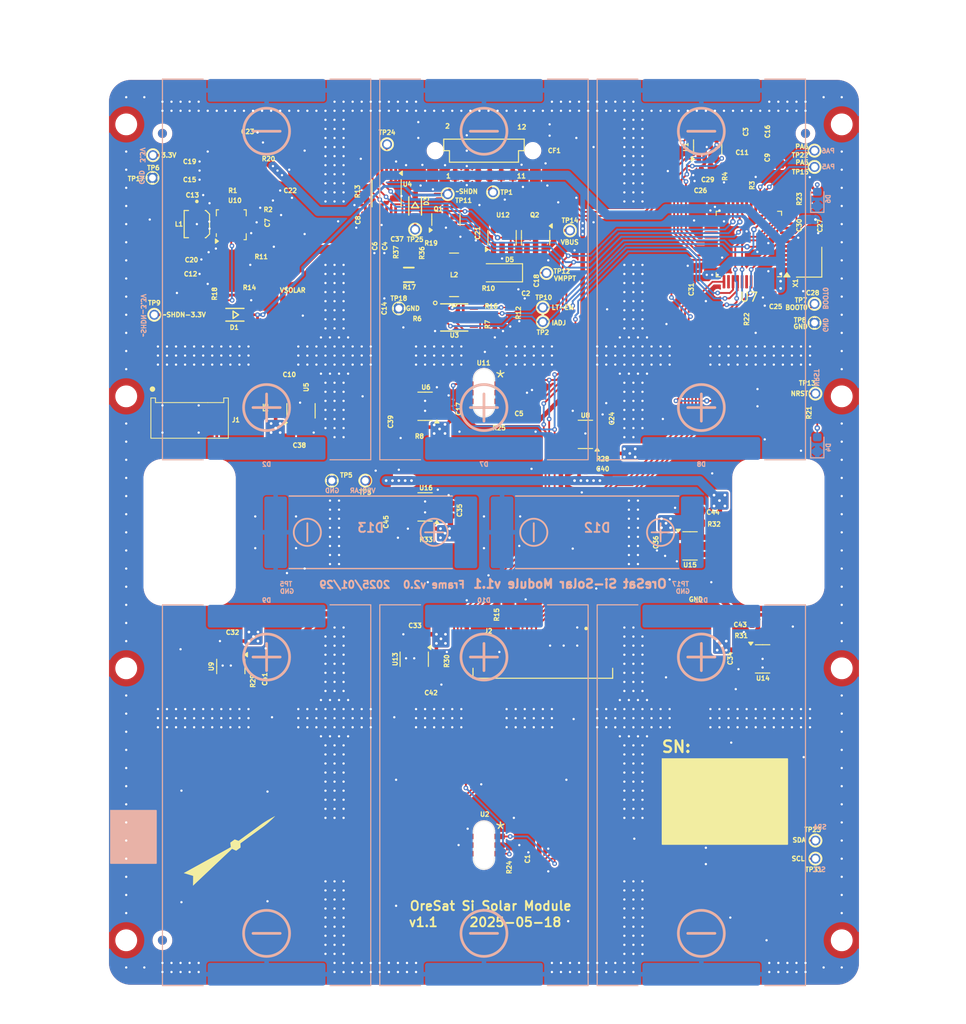
<source format=kicad_pcb>
(kicad_pcb (version 20241229) (generator "pcbnew") (generator_version "9.0")
  (title_block (title "OreSat Solar Module - Silicon Cells") (date "2025-09-16") (rev "1.1"))
  (layers (0 "F.Cu" signal) (2 "B.Cu" signal) (13 "F.Paste" user) (15 "B.Paste" user) (5 "F.SilkS" user "F.Silkscreen") (7 "B.SilkS" user "B.Silkscreen") (1 "F.Mask" user) (3 "B.Mask" user) (25 "Edge.Cuts" user))
  (property "ISSUE_DATE" "2025-05-18")
  (property "REVISION" "1.1")
  (net 0 "")
  (net 1 "Net-(C2-Pad1)")
  (net 2 "VSOLAR")
  (net 3 "3.3V")
  (net 4 "Net-(U10-VAUX)")
  (net 5 "CANH")
  (net 6 "CANL")
  (net 7 "GND")
  (net 8 "Net-(U10-VIN)")
  (net 9 "/MPPT and Power/TPS-VOUT-3.3V")
  (net 10 "LT1618-ENABLE")
  (net 11 "/MPPT and Power/VMPPT")
  (net 12 "Net-(U10-FB)")
  (net 13 "VBUS")
  (net 14 "Net-(D2-A1)")
  (net 15 "LT1618-IADJ")
  (net 16 "/Microcontroller/OSC_OUT")
  (net 17 "Net-(CF1-AUX-Pad7)")
  (net 18 "/Microcontroller/OSC_IN")
  (net 19 "/MPPT and Power/~{SHUTDOWN}")
  (net 20 "Net-(D4-A)")
  (net 26 "/MPPT and Power/~{SHDN-3.3V}")
  (net 27 "/MPPT and Power/~{SHDN-OUPUT}")
  (net 28 "/Microcontroller/SWCLK")
  (net 29 "/Microcontroller/PA2{slash}USART2_TX")
  (net 30 "/Microcontroller/SWDIO")
  (net 31 "Net-(J2-DEBUG-1)")
  (net 32 "Net-(U10-L1)")
  (net 33 "Net-(U10-L2)")
  (net 34 "Net-(Q2A-G)")
  (net 35 "Net-(Q2A-S)")
  (net 36 "Net-(D5-A)")
  (net 37 "SCL")
  (net 38 "SDA")
  (net 39 "Net-(U10-PS{slash}SYNC)")
  (net 40 "/Microcontroller/PA3{slash}USART2_RX")
  (net 41 "/Microcontroller/NRESET")
  (net 42 "Net-(U7-PA5)")
  (net 43 "Net-(U7-PA6)")
  (net 44 "/Microcontroller/BOOT0")
  (net 45 "/Microcontroller/PA0")
  (net 46 "/Microcontroller/CAN_RX")
  (net 47 "/Microcontroller/CAN_SHDN")
  (net 52 "INA226-nALERT")
  (net 60 "Net-(D7-A1)")
  (net 61 "Net-(D8-A1)")
  (net 62 "Net-(D9-A1)")
  (net 63 "Net-(D10-A1)")
  (net 64 "Net-(D11-A1)")
  (net 65 "Net-(D12-A1)")
  (net 66 "Net-(D13-A1)")
  (net 75 "Net-(U4-Vin-)")
  (net 76 "Net-(U4-Vbus)")
  (net 77 "/Microcontroller/CAN_SILENT")
  (net 78 "/Microcontroller/CAN_TX")
  (net 79 "Net-(D6-A)")
  (net 82 "Net-(U3-FB)")
  (net 83 "Net-(U3-VC)")
  (net 84 "Net-(U3-ISN)")
  (net 85 "Net-(Q1-D)")
  (net 96 "Net-(U2-ALERT)")
  (net 97 "Net-(U11-ALERT)")
  (footprint "oresat-misc:TestPoint-0.75mm-th" (layer "F.Cu") (at 185.1 141)
    (property "Reference" "TP31")
    (property "Value" "TEST-POINT-LARGE-SQUARE" (hide yes))
  )
  (footprint "oresat-passives:0805-C-NOSILK" (layer "F.Cu") (at 181 60.7536 90)
    (property "Reference" "C16")
    (property "Value" "22u")
  )
  (footprint "oresat-misc:TestPoint-0.75mm-th" (layer "F.Cu") (at 155 80.2)
    (property "Reference" "TP10")
    (property "Value" "TEST-POINT-LARGE-SQUARE" (hide yes))
  )
  (footprint "Package_TO_SOT_SMD:SOT-23-6" (layer "F.Cu") (at 154.2 72.5036 -90)
    (property "Reference" "Q2")
    (property "Value" "DMP2240UDM-7")
  )
  (footprint "oresat-passives:0603-C-NOSILK" (layer "F.Cu") (at 124.4 119.3 90)
    (property "Reference" "C41")
    (property "Value" "4.7u")
  )
  (footprint "oresat-misc:ECS-160-10-36Q-ES-TR" (layer "F.Cu") (at 184.4 75.2 90)
    (property "Reference" "X1")
    (property "Value" "ECS-160-10-36Q-ES-TR")
  )
  (footprint "oresat-passives:0603-C-NOSILK" (layer "F.Cu") (at 149.3 79.2036 180)
    (property "Reference" "R16")
    (property "Value" "2k")
  )
  (footprint "oresat-passives:0603-C-NOSILK" (layer "F.Cu") (at 153.4 77.075 -90)
    (property "Reference" "C18")
    (property "Value" "4.7u")
  )
  (footprint "oresat-passives:0603-C-NOSILK" (layer "F.Cu") (at 171.8 76.3 -90)
    (property "Reference" "C31")
    (property "Value" "100n")
  )
  (footprint "oresat-passives:0603-C-NOSILK" (layer "F.Cu") (at 144.5 73.1)
    (property "Reference" "R19")
    (property "Value" "100k")
  )
  (footprint "oresat-passives:0805-C-NOSILK" (layer "F.Cu") (at 118.8011 64.1036 180)
    (property "Reference" "C19")
    (property "Value" "22u")
  )
  (footprint "oresat-passives:0603-C-NOSILK" (layer "F.Cu") (at 173.2 65.2)
    (property "Reference" "C29")
    (property "Value" "100n")
  )
  (footprint "oresat-passives:0603-C-NOSILK" (layer "F.Cu") (at 118.9511 67.8036 180)
    (property "Reference" "C13")
    (property "Value" "10u")
  )
  (footprint "oresat-passives:0603-C-NOSILK" (layer "F.Cu") (at 151.4 80.9 90)
    (property "Reference" "R12")
    (property "Value" "14.7k")
  )
  (footprint "oresat-passives:744042100" (layer "F.Cu") (at 145.2 76.6)
    (property "Reference" "L2")
    (property "Value" "10u")
  )
  (footprint "oresat-misc:TestPoint-0.75mm-th" (layer "F.Cu") (at 155.4 76.4)
    (property "Reference" "TP12")
    (property "Value" "TEST-POINT-LARGE-SQUARE" (hide yes))
  )
  (footprint "oresat-passives:0603-C-NOSILK" (layer "F.Cu") (at 178.8 115.1 180)
    (property "Reference" "C43")
    (property "Value" "4.7u")
  )
  (footprint "oresat-passives:0805-C-NOSILK" (layer "F.Cu") (at 118.8011 66.1036 180)
    (property "Reference" "C15")
    (property "Value" "22u")
  )
  (footprint "oresat-ics:DBV6-SLOT" (layer "F.Cu") (at 148.5011 139.5036)
    (property "Reference" "U2")
    (property "Value" "TMP101NA/3KSLOTTED")
    (fp_line (start -1.15 -1.5) (end -1.15 1.5) (stroke (width 0.05)) (layer "Edge.Cuts"))
    (fp_line (start 1.15 1.5) (end 1.15 -1.5) (stroke (width 0.05)) (layer "Edge.Cuts"))
    (fp_arc (start -1.15 -1.5) (mid 0 -2.65) (end 1.15 -1.5) (stroke (width 0.05)) (layer "Edge.Cuts"))
    (fp_arc (start 1.15 1.5) (mid 0 2.65) (end -1.15 1.5) (stroke (width 0.05)) (layer "Edge.Cuts"))
  )
  (footprint "oresat-misc:TestPoint-0.75mm-th" (layer "F.Cu") (at 185 62.9)
    (property "Reference" "TP22")
    (property "Value" "TEST-POINT-LARGE-SQUARE" (hide yes))
  )
  (footprint "oresat-passives:0603-C-NOSILK" (layer "F.Cu") (at 168.5 106.25 -90)
    (property "Reference" "C36")
    (property "Value" "1u")
  )
  (footprint "oresat-passives:0603-C-NOSILK" (layer "F.Cu") (at 123.49364 70.744654 -90)
    (property "Reference" "C7")
    (property "Value" "100n")
  )
  (footprint "oresat-passives:0805-C-NOSILK" (layer "F.Cu") (at 122.4511 76.7036)
    (property "Reference" "R14")
    (property "Value" "0")
  )
  (footprint "oresat-pcbs:ORESAT-SOLAR-BOARD-V4" (layer "F.Cu") (at 107.0011 155.0036)
    (property "Reference" "PCB1" (hide yes))
    (property "Value" "ORESAT-SOLAR-BOARD-V1.0-SILICON-CELLS")
    (fp_line (start 0 -2.5) (end 0 -97.5) (stroke (width 0.001)) (layer "Edge.Cuts"))
    (fp_line (start 2.5 -100) (end 80.5 -100) (stroke (width 0.001)) (layer "Edge.Cuts"))
    (fp_line (start 4 -56) (end 4 -44) (stroke (width 0.001)) (layer "Edge.Cuts"))
    (fp_line (start 6 -42) (end 12 -42) (stroke (width 0.001)) (layer "Edge.Cuts"))
    (fp_line (start 12 -58) (end 6 -58) (stroke (width 0.001)) (layer "Edge.Cuts"))
    (fp_line (start 14 -44) (end 14 -56) (stroke (width 0.001)) (layer "Edge.Cuts"))
    (fp_line (start 69 -44) (end 69 -56) (stroke (width 0.001)) (layer "Edge.Cuts"))
    (fp_line (start 71 -58) (end 77 -58) (stroke (width 0.001)) (layer "Edge.Cuts"))
    (fp_line (start 77 -42) (end 71 -42) (stroke (width 0.001)) (layer "Edge.Cuts"))
    (fp_line (start 79 -56) (end 79 -44) (stroke (width 0.001)) (layer "Edge.Cuts"))
    (fp_line (start 80.5 0) (end 2.5 0) (stroke (width 0.001)) (layer "Edge.Cuts"))
    (fp_line (start 83 -97.5) (end 83 -2.5) (stroke (width 0.001)) (layer "Edge.Cuts"))
    (fp_arc (start 0 -97.5) (mid 0.732233 -99.267767) (end 2.5 -100) (stroke (width 0.001)) (layer "Edge.Cuts"))
    (fp_arc (start 2.5 0) (mid 0.732233 -0.732233) (end 0 -2.5) (stroke (width 0.001)) (layer "Edge.Cuts"))
    (fp_arc (start 4 -56) (mid 4.585786 -57.414214) (end 6 -58) (stroke (width 0.001)) (layer "Edge.Cuts"))
    (fp_arc (start 6 -42) (mid 4.585786 -42.585786) (end 4 -44) (stroke (width 0.001)) (layer "Edge.Cuts"))
    (fp_arc (start 12 -58) (mid 13.414214 -57.414214) (end 14 -56) (stroke (width 0.001)) (layer "Edge.Cuts"))
    (fp_arc (start 14 -44) (mid 13.414214 -42.585786) (end 12 -42) (stroke (width 0.001)) (layer "Edge.Cuts"))
    (fp_arc (start 69 -56) (mid 69.585786 -57.414214) (end 71 -58) (stroke (width 0.001)) (layer "Edge.Cuts"))
    (fp_arc (start 71 -42) (mid 69.585786 -42.585786) (end 69 -44) (stroke (width 0.001)) (layer "Edge.Cuts"))
    (fp_arc (start 77 -58) (mid 78.414214 -57.414214) (end 79 -56) (stroke (width 0.001)) (layer "Edge.Cuts"))
    (fp_arc (start 79 -44) (mid 78.414214 -42.585786) (end 77 -42) (stroke (width 0.001)) (layer "Edge.Cuts"))
    (fp_arc (start 80.5 -100) (mid 82.267767 -99.267767) (end 83 -97.5) (stroke (width 0.001)) (layer "Edge.Cuts"))
    (fp_arc (start 83 -2.5) (mid 82.267767 -0.732233) (end 80.5 0) (stroke (width 0.001)) (layer "Edge.Cuts"))
  )
  (footprint "oresat-misc:TestPoint-0.75mm-th" (layer "F.Cu") (at 185.1 89.7 180)
    (property "Reference" "TP13")
    (property "Value" "TEST-POINT-LARGE-SQUARE" (hide yes))
  )
  (footprint "oresat-passives:0603-C-NOSILK" (layer "F.Cu") (at 144.8 102.5 90)
    (property "Reference" "C35")
    (property "Value" "1u")
  )
  (footprint "Package_TO_SOT_SMD:TSOT-23-5" (layer "F.Cu") (at 128.3 91.6 90)
    (property "Reference" "U5")
    (property "Value" "LTC4411")
  )
  (footprint "oresat-passives:0603-C-NOSILK" (layer "F.Cu") (at 184.7 72.9)
    (property "Reference" "C27")
    (property "Value" "20p")
  )
  (footprint "Package_SO:VSSOP-10_3x3mm_P0.5mm" (layer "F.Cu") (at 137.75 67.6 -90)
    (property "Reference" "U4")
    (property "Value" "INA226")
  )
  (footprint "oresat-passives:0603-C-NOSILK" (layer "F.Cu") (at 118.8011 74.9036 180)
    (property "Reference" "C20")
    (property "Value" "10u")
  )
  (footprint "oresat-passives:0603-C-NOSILK" (layer "F.Cu") (at 184.45 77.55 180)
    (property "Reference" "C28")
    (property "Value" "20p")
  )
  (footprint "oresat-passives:0603-C-NOSILK" (layer "F.Cu") (at 138.8 71.8)
    (property "Reference" "C37")
    (property "Value" "100n")
  )
  (footprint "Fiducial:Fiducial_1mm_Mask2mm" (layer "F.Cu") (at 113 150)
    (property "Reference" "FID3" (hide yes))
    (property "Value" "Fiducial")
  )
  (footprint "Package_SON:Texas_S-PWSON-N10" (layer "F.Cu") (at 120.6011 71.0736 90)
    (property "Reference" "U10")
    (property "Value" "TPS63060DSCR")
  )
  (footprint "oresat-passives:0603-C-NOSILK" (layer "F.Cu") (at 119.8011 78.7036 90)
    (property "Reference" "R18")
    (property "Value" "100k")
  )
  (footprint "oresat-misc:TestPoint-0.75mm-th" (layer "F.Cu") (at 137.8 62.2 180)
    (property "Reference" "TP24")
    (property "Value" "TEST-POINT-LARGE-SQUARE" (hide yes))
  )
  (footprint "oresat-passives:0603-C-NOSILK" (layer "F.Cu") (at 159.7 96.8 180)
    (property "Reference" "R28")
    (property "Value" "0")
  )
  (footprint "oresat-passives:0603-C-NOSILK" (layer "F.Cu") (at 141.3 93.4 180)
    (property "Reference" "R8")
    (property "Value" "0")
  )
  (footprint "oresat-passives:0603-C-NOSILK" (layer "F.Cu") (at 125.5 91.3 90)
    (property "Reference" "R5")
    (property "Value" "0")
  )
  (footprint "oresat-passives:0603-C-NOSILK" (layer "F.Cu") (at 152.4011 141.0036 90)
    (property "Reference" "C1")
    (property "Value" "100n")
  )
  (footprint "oresat-connectors:J-Harwin-M55-60X1242R" (layer "F.Cu") (at 148.5011 62.9036)
    (property "Reference" "CF1")
    (property "Value" "M55-6021242R" (hide yes))
  )
  (footprint "oresat-passives:0603-C-NOSILK" (layer "F.Cu") (at 123.8964 73.5011 180)
    (property "Reference" "R11")
    (property "Value" "10k")
  )
  (footprint "oresat-graphics:PSAS_LOGO_10X10" (layer "F.Cu") (at 120.7 139.8)
    (property "Reference" "LOGO1" (hide yes))
    (property "Value" "" (hide yes))
  )
  (footprint "oresat-passives:0603-C-NOSILK" (layer "F.Cu") (at 184.175 68.225 -90)
    (property "Reference" "R23")
    (property "Value" "2.7k")
  )
  (footprint "oresat-passives:0603-C-NOSILK" (layer "F.Cu") (at 149.7 82.1 -90)
    (property "Reference" "R7")
    (property "Value" "100k")
  )
  (footprint "oresat-passives:0603-C-NOSILK" (layer "F.Cu") (at 140.8 74.2 90)
    (property "Reference" "R36")
    (property "Value" "10")
  )
  (footprint "oresat-passives:0603-C-NOSILK" (layer "F.Cu") (at 123.8 68.4 180)
    (property "Reference" "R2")
    (property "Value" "100k")
  )
  (footprint "oresat-passives:0603-C-NOSILK" (layer "F.Cu") (at 150.8 78.1 180)
    (property "Reference" "R10")
    (property "Value" "82.5k")
  )
  (footprint "oresat-passives:0603-C-NOSILK" (layer "F.Cu") (at 122.4 67.3 180)
    (property "Reference" "R1")
    (property "Value" "560k")
  )
  (footprint "oresat-passives:0603-C-NOSILK" (layer "F.Cu") (at 137.5 75.6 90)
    (property "Reference" "C4")
    (property "Value" "10u")
  )
  (footprint "oresat-passives:0603-C-NOSILK" (layer "F.Cu") (at 171.9 102.6 180)
    (property "Reference" "C44")
    (property "Value" "4.7u")
  )
  (footprint "Package_TO_SOT_SMD:TSOT-23-5" (layer "F.Cu") (at 159.7 94.2 180)
    (property "Reference" "U8")
    (property "Value" "LTC4411")
  )
  (footprint "oresat-misc:TestPoint-0.75mm-th" (layer "F.Cu") (at 185 81.9)
    (property "Reference" "TP8")
    (property "Value" "TEST-POINT-LARGE-SQUARE" (hide yes))
  )
  (footprint "oresat-misc:TestPoint-0.75mm-th" (layer "F.Cu") (at 135.4 99.3)
    (property "Reference" "TP3")
    (property "Value" "TEST-POINT-LARGE-SQUARE" (hide yes))
  )
  (footprint "oresat-passives:0603-C-NOSILK" (layer "F.Cu") (at 135.4 70.6 -90)
    (property "Reference" "C8")
    (property "Value" "100n")
  )
  (footprint "oresat-passives:0603-C-NOSILK" (layer "F.Cu") (at 127 88.7)
    (property "Reference" "C10")
    (property "Value" "4.7u")
  )
  (footprint "oresat-passives:0603-C-NOSILK" (layer "F.Cu") (at 146.8011 72.0036 -90)
    (property "Reference" "C21")
    (property "Value" "100n")
  )
  (footprint "Package_TO_SOT_SMD:TSOT-23-5" (layer "F.Cu") (at 142 91.1 180)
    (property "Reference" "U6")
    (property "Value" "LTC4411")
  )
  (footprint "oresat-passives:0603-C-NOSILK" (layer "F.Cu") (at 159.7 98.1)
    (property "Reference" "C40")
    (property "Value" "4.7u")
  )
  (footprint "oresat-passives:0603-C-NOSILK" (layer "F.Cu") (at 135.4036 67.5989 -90)
    (property "Reference" "R13")
    (property "Value" "10k")
  )
  (footprint "oresat-misc:TestPoint-0.75mm-th" (layer "F.Cu") (at 158 71.7)
    (property "Reference" "TP14")
    (property "Value" "TEST-POINT-LARGE-SQUARE" (hide yes))
  )
  (footprint "oresat-passives:0805-C-NOSILK" (layer "F.Cu") (at 180.997736 63.600302 -90)
    (property "Reference" "C9")
    (property "Value" "22u")
  )
  (footprint "oresat-misc:TestPoint-0.75mm-th" (layer "F.Cu") (at 111.9511 63.4036 180)
    (property "Reference" "TP6")
    (property "Value" "TEST-POINT-LARGE-SQUARE" (hide yes))
  )
  (footprint "Fiducial:Fiducial_1mm_Mask2mm" (layer "F.Cu") (at 184 61)
    (property "Reference" "FID2" (hide yes))
    (property "Value" "Fiducial")
  )
  (footprint "oresat-misc:TestPoint-0.75mm-th" (layer "F.Cu") (at 140.9011 71.6 -90)
    (property "Reference" "TP25")
    (property "Value" "TEST-POINT-LARGE-SQUARE" (hide yes))
  )
  (footprint "Fiducial:Fiducial_1mm_Mask2mm" (layer "F.Cu") (at 113 61)
    (property "Reference" "FID1" (hide yes))
    (property "Value" "Fiducial")
  )
  (footprint "oresat-passives:0603-C-NOSILK" (layer "F.Cu") (at 143.3 119 -90)
    (property "Reference" "R30")
    (property "Value" "0")
  )
  (footprint "oresat-passives:0603-C-NOSILK" (layer "F.Cu") (at 139.001195 103.849195 -90)
    (property "Reference" "C45")
    (property "Value" "4.7u")
  )
  (footprint "oresat-misc:TestPoint-0.75mm-th" (layer "F.Cu") (at 144.5 67.7)
    (property "Reference" "TP11")
    (property "Value" "TEST-POINT-LARGE-SQUARE" (hide yes))
  )
  (footprint "oresat-misc:TestPoint-0.75mm-th" (layer "F.Cu") (at 112.1011 81.0036)
    (property "Reference" "TP9")
    (property "Value" "TEST-POINT-LARGE-SQUARE" (hide yes))
  )
  (footprint "Package_TO_SOT_SMD:TSOT-23-6" (layer "F.Cu") (at 150.5011 72.5036 90)
    (property "Reference" "U12")
    (property "Value" "LTC4412")
  )
  (footprint "oresat-misc:TestPoint-0.75mm-th" (layer "F.Cu") (at 155 81.8)
    (property "Reference" "TP2")
    (property "Value" "TEST-POINT-LARGE-SQUARE" (hide yes))
  )
  (footprint "oresat-passives:0603-C-NOSILK" (layer "F.Cu") (at 123.05 119.3 -90)
    (property "Reference" "R29")
    (property "Value" "0")
  )
  (footprint "oresat-passives:0805-C-NOSILK" (layer "F.Cu") (at 151.2 113.9 90)
    (property "Reference" "R15")
    (property "Value" "0")
  )
  (footprint "oresat-passives:0603-C-NOSILK" (layer "F.Cu") (at 136.4 75.6 90)
    (property "Reference" "C6")
    (property "Value" "100n")
  )
  (footprint "oresat-ics:MSOP-10_MS" (layer "F.Cu") (at 145.217901 81.3)
    (property "Reference" "U3")
    (property "Value" "LT1618EMSTRPBF")
  )
  (footprint "Package_TO_SOT_SMD:TSOT-23-5" (layer "F.Cu") (at 140.8 119 -90)
    (property "Reference" "U13")
    (property "Value" "LTC4411")
  )
  (footprint "oresat-misc:TestPoint-0.75mm-th" (layer "F.Cu") (at 185.1 139)
    (property "Reference" "TP23")
    (property "Value" "TEST-POINT-LARGE-SQUARE" (hide yes))
  )
  (footprint "oresat-passives:0603-C-NOSILK" (layer "F.Cu") (at 176 66.7 90)
    (property "Reference" "R4")
    (property "Value" "4.7k")
  )
  (footprint "oresat-passives:0603-C-NOSILK" (layer "F.Cu") (at 171.9 104)
    (property "Reference" "R32")
    (property "Value" "0")
  )
  (footprint "Diode_SMD:D_SOD-123" (layer "F.Cu") (at 150.4 76.375 180)
    (property "Reference" "D5")
    (property "Value" "NRVB130LSFT1G")
  )
  (footprint "Package_TO_SOT_SMD:TSOT-23-5" (layer "F.Cu") (at 120.55 119.8 -90)
    (property "Reference" "U9")
    (property "Value" "LTC4411")
  )
  (footprint "oresat-passives:0603-C-NOSILK" (layer "F.Cu") (at 120.8 117 180)
    (property "Reference" "C32")
    (property "Value" "1u")
  )
  (footprint "Package_TO_SOT_SMD:SOT-23-8" (layer "F.Cu") (at 173.2 62.5 90)
    (property "Reference" "U1")
    (property "Value" "TCAN330")
  )
  (footprint "oresat-passives:IND_1226AS-H-1R0N=P2" (layer "F.Cu") (at 116.8011 71.0036 -90)
    (property "Reference" "L1")
    (property "Value" "1u")
  )
  (footprint "oresat-passives:0603-C-NOSILK" (layer "F.Cu") (at 139.3 92.8 -90)
    (property "Reference" "C39")
    (property "Value" "4.7u")
  )
  (footprint "oresat-misc:TestPoint-0.75mm-th" (layer "F.Cu") (at 111.9 65.9)
    (property "Reference" "TP17")
    (property "Value" "TEST-POINT-LARGE-SQUARE" (hide yes))
  )
  (footprint "oresat-passives:0603-C-NOSILK" (layer "F.Cu") (at 184.2 71.2 90)
    (property "Reference" "C30")
    (property "Value" "100n")
  )
  (footprint "oresat-passives:0603-C-NOSILK" (layer "F.Cu") (at 177.1 66.7 90)
    (property "Reference" "R3")
    (property "Value" "4.7k")
  )
  (footprint "oresat-passives:0603-C-NOSILK" (layer "F.Cu") (at 142.451374 121.8)
    (property "Reference" "C42")
    (property "Value" "4.7u")
  )
  (footprint "oresat-misc:TestPoint-0.75mm-th" (layer "F.Cu") (at 185 79.8)
    (property "Reference" "TP7")
    (property "Value" "TEST-POINT-LARGE-SQUARE" (hide yes))
  )
  (footprint "oresat-passives:0603-C-NOSILK" (layer "F.Cu") (at 180.7 79.1)
    (property "Reference" "C25")
    (property "Value" "100n")
  )
  (footprint "oresat-passives:0603-C-NOSILK" (layer "F.Cu") (at 150.225 92 -90)
    (property "Reference" "R25")
    (property "Value" "10k")
  )
  (footprint "oresat-misc:TestPoint-0.75mm-th" (layer "F.Cu") (at 139.1 80.3)
    (property "Reference" "TP18")
    (property "Value" "TEST-POINT-LARGE-SQUARE" (hide yes))
  )
  (footprint "oresat-passives:0603-C-NOSILK" (layer "F.Cu") (at 128.057749 94.297013)
    (property "Reference" "C38")
    (property "Value" "1u")
  )
  (footprint "oresat-connectors:J-TE-2-1734592-0" (layer "F.Cu") (at 155 118.2 180)
    (property "Reference" "J2")
    (property "Value" "2-1734592-0")
  )
  (footprint "oresat-passives:0603-C-NOSILK" (layer "F.Cu") (at 152.4011 90.3036 90)
    (property "Reference" "C5")
    (property "Value" "100n")
  )
  (footprint "oresat-passives:0805-C-NOSILK" (layer "F.Cu") (at 118.8011 76.5036 180)
    (property "Reference" "C12")
    (property "Value" "10u")
  )
  (footprint "oresat-passives:0603-C-NOSILK" (layer "F.Cu") (at 185.3 91.9 -90)
    (property "Reference" "R21")
    (property "Value" "2.7k")
  )
  (footprint "oresat-passives:0603-C-NOSILK" (layer "F.Cu") (at 139.6 74.2 -90)
    (property "Reference" "R37")
    (property "Value" "10")
  )
  (footprint "Package_QFP:LQFP-48_7x7mm_P0.5mm" (layer "F.Cu") (at 177.75 73.2 180)
    (property "Reference" "U7")
    (property "Value" "STM32F091CCT7")
  )
  (footprint "oresat-passives:0603-C-NOSILK" (layer "F.Cu") (at 142 104.6 180)
    (property "Reference" "R33")
    (property "Value" "0")
  )
  (footprint "oresat-passives:0603-C-NOSILK" (layer "F.Cu") (at 151.5 79.2036)
    (property "Reference" "C2")
    (property "Value" "10n")
  )
  (footprint "oresat-passives:0603-C-NOSILK" (layer "F.Cu") (at 124.6 67.3)
    (property "Reference" "C22")
    (property "Value" "10p")
  )
  (footprint "oresat-passives:0603-C-NOSILK" (layer "F.Cu") (at 178.5 81.5036 -90)
    (property "Reference" "R22")
    (property "Value" "10k")
  )
  (footprint "oresat-passives:1206-C" (layer "F.Cu") (at 140.2 76.6)
    (property "Reference" "R17")
    (property "Value" "100m")
  )
  (footprint "oresat-passives:0603-C-NOSILK" (layer "F.Cu") (at 176.6 118.7 -90)
    (property "Reference" "C34")
    (property "Value" "1u")
  )
  (footprint "oresat-diodes:D-SOD323-R" (layer "F.Cu") (at 140.9011 69.0036 -90)
    (property "Reference" "D3")
    (property "Value" "1N4151WS" (hide yes))
  )
  (footprint "oresat-misc:TestPoint-0.75mm-th" (layer "F.Cu") (at 131.7 99.3)
    (property "Reference" "TP5")
    (property "Value" "TEST-POINT-LARGE-SQUARE" (hide yes))
  )
  (footprint "oresat-misc:TestPoint-0.75mm-th" (layer "F.Cu") (at 149.5 67.5 90)
    (property "Reference" "TP1")
    (property "Value" "TEST-POINT-LARGE-SQUARE" (hide yes))
  )
  (footprint "oresat-passives:0603-C-NOSILK" (layer "F.Cu") (at 150.25 142.15 -90)
    (property "Reference" "R24")
    (property "Value" "10k")
  )
  (footprint "Package_TO_SOT_SMD:TSOT-23-5" (layer "F.Cu") (at 179.2625 118.9625)
    (property "Reference" "U14")
    (property "Value" "LTC4411")
  )
  (footprint "oresat-passives:0805-C-NOSILK" (layer "F.Cu") (at 176.9 64.3)
    (property "Reference" "C11")
    (property "Value" "22u")
  )
  (footprint "oresat-diodes:D-SOD323-R" (layer "F.Cu") (at 121.0011 81.0036 180)
    (property "Reference" "D1")
    (property "Value" "1N4151WS" (hide yes))
  )
  (footprint "oresat-passives:0805-C-NOSILK" (layer "F.Cu") (at 176.1011 60.7536 90)
    (property "Reference" "C3")
    (property "Value" "22u")
  )
  (footprint "oresat-passives:0603-C-NOSILK" (layer "F.Cu") (at 162.607334 94.459868 90)
    (property "Reference" "C24")
    (property "Value" "1u")
  )
  (footprint "oresat-misc:TestPoint-0.75mm-th" (layer "F.Cu") (at 185 64.7)
    (property "Reference" "TP15")
    (property "Value" "TEST-POINT-LARGE-SQUARE" (hide yes))
  )
  (footprint "oresat-passives:0805-C-NOSILK" (layer "F.Cu") (at 122.4 62)
    (property "Reference" "C23")
    (property "Value" "22u")
  )
  (footprint "oresat-passives:0603-C-NOSILK" (layer "F.Cu") (at 141 116.3 180)
    (property "Reference" "C33")
    (property "Value" "1u")
  )
  (footprint "oresat-passives:0603-C-NOSILK" (layer "F.Cu") (at 141.2 82.4 180)
    (property "Reference" "R6")
    (property "Value" "100k")
  )
  (footprint "oresat-ics:DBV6-SLOT" (layer "F.Cu") (at 148.5011 89.6036)
    (property "Reference" "U11")
    (property "Value" "TMP101NA/3KSLOTTED")
    (fp_line (start -1.15 -1.5) (end -1.15 1.5) (stroke (width 0.05)) (layer "Edge.Cuts"))
    (fp_line (start 1.15 1.5) (end 1.15 -1.5) (stroke (width 0.05)) (layer "Edge.Cuts"))
    (fp_arc (start -1.15 -1.5) (mid 0 -2.65) (end 1.15 -1.5) (stroke (width 0.05)) (layer "Edge.Cuts"))
    (fp_arc (start 1.15 1.5) (mid 0 2.65) (end -1.15 1.5) (stroke (width 0.05)) (layer "Edge.Cuts"))
  )
  (footprint "oresat-passives:0603-C-NOSILK" (layer "F.Cu") (at 137.5 77.8 -90)
    (property "Reference" "C14")
    (property "Value" "4.7u")
  )
  (footprint "oresat-passives:0805-C-NOSILK" (layer "F.Cu") (at 122.4 63.7 180)
    (property "Reference" "R20")
    (property "Value" "0")
  )
  (footprint "oresat-passives:0603-C-NOSILK" (layer "F.Cu") (at 144.7 91.4 90)
    (property "Reference" "C17")
    (property "Value" "1u")
  )
  (footprint "Package_TO_SOT_SMD:TSOT-23-5" (layer "F.Cu") (at 171.25 106.5)
    (property "Reference" "U15")
    (property "Value" "LTC4411")
  )
  (footprint "Package_TO_SOT_SMD:TSOT-23-5" (layer "F.Cu") (at 142 102.2 180)
    (property "Reference" "U16")
    (property "Value" "LTC4411")
  )
  (footprint "oresat-passives:0603-C-NOSILK" (layer "F.Cu") (at 174.3 67.3 180)
    (property "Reference" "C26")
    (property "Value" "100n")
  )
  (footprint "Package_TO_SOT_SMD:SOT-23" (layer "F.Cu") (at 144.3 70.5 90)
    (property "Reference" "Q1")
    (property "Value" "NTR4101P")
  )
  (footprint "oresat-passives:0603-C-NOSILK" (layer "F.Cu") (at 178.8125 116.3125)
    (property "Reference" "R31")
    (property "Value" "0")
  )
  (footprint "oresat-connectors:SAMTEC-MMS-104-02-X-SH" (layer "F.Cu") (at 116.0011 92.4036)
    (property "Reference" "J1")
    (property "Value" "MMS-104-01-[F/L]-SH" (hide yes))
  )
  (footprint "oresat-misc:KXOB2502X8TF" (layer "B.Cu") (at 136 105 180)
    (property "Reference" "D13")
    (property "Value" "KXOB2502X8TF")
  )
  (footprint "LED_SMD:LED_0603_1608Metric" (layer "B.Cu") (at 185.3 95.3 90)
    (property "Reference" "D4")
    (property "Value" "GRN")
  )
  (footprint "Fiducial:Fiducial_1mm_Mask2mm" (layer "B.Cu") (at 184 61)
    (property "Reference" "FID5" (hide yes))
    (property "Value" "Fiducial")
  )
  (footprint "LED_SMD:LED_0603_1608Metric" (layer "B.Cu") (at 185.3 68.225 90)
    (property "Reference" "D6")
    (property "Value" "AMBER")
  )
  (footprint "oresat-misc:KXOB101K08TF" (layer "B.Cu") (at 124.5 76 90)
    (property "Reference" "D2")
    (property "Value" "KXOB101K08TF" (hide yes))
  )
  (footprint "Fiducial:Fiducial_1mm_Mask2mm" (layer "B.Cu") (at 113 61)
    (property "Reference" "FID4" (hide yes))
    (property "Value" "Fiducial")
  )
  (footprint "oresat-misc:KXOB101K08TF" (layer "B.Cu") (at 124.5 134 -90)
    (property "Reference" "D9")
    (property "Value" "KXOB101K08TF" (hide yes))
  )
  (footprint "oresat-misc:KXOB101K08TF" (layer "B.Cu") (at 148.5 76 90)
    (property "Reference" "D7")
    (property "Value" "KXOB101K08TF" (hide yes))
  )
  (footprint "oresat-misc:KXOB101K08TF" (layer "B.Cu") (at 172.5 76 90)
    (property "Reference" "D8")
    (property "Value" "KXOB101K08TF" (hide yes))
  )
  (footprint "oresat-misc:KXOB2502X8TF" (layer "B.Cu") (at 161 105 180)
    (property "Reference" "D12")
    (property "Value" "KXOB2502X8TF")
  )
  (footprint "Fiducial:Fiducial_1mm_Mask2mm" (layer "B.Cu") (at 113 150)
    (property "Reference" "FID6" (hide yes))
    (property "Value" "Fiducial")
  )
  (footprint "oresat-misc:KXOB101K08TF" (layer "B.Cu") (at 172.5 134 -90)
    (property "Reference" "D11")
    (property "Value" "KXOB101K08TF" (hide yes))
  )
  (footprint "oresat-misc:KXOB101K08TF" (layer "B.Cu") (at 148.5 134 -90)
    (property "Reference" "D10")
    (property "Value" "KXOB101K08TF" (hide yes))
  )
  (gr_rect (start 119.008867 69.220695) (end 119.657408 69.928099) (stroke (width 0.2)) (fill yes) (layer "F.Cu") (net 33))
  (gr_rect (start 119 72.211575) (end 119.648541 72.98105) (stroke (width 0.2)) (fill yes) (layer "F.Cu") (net 32))
  (gr_rect (start 168.2 130) (end 182 139.4) (stroke (width 0.15)) (fill yes) (layer "F.SilkS"))
  (gr_rect (start 107.3 135.7) (end 112.3 141.5) (stroke (width 0.15)) (fill yes) (layer "B.SilkS"))
  (gr_text "${ISSUE_DATE}" (at 146.8 148.6 0) (layer "F.SilkS") (effects (font (size 1 1) (thickness 0.2) (bold yes)) (justify left bottom)))
  (gr_text "SN:" (at 168 129.4 0) (layer "F.SilkS") (effects (font (size 1.27 1.27) (thickness 0.254) (bold yes)) (justify left bottom)))
  (gr_text "GND" (at 171.9 112.4 0) (layer "F.SilkS") (effects (font (size 0.5 0.5) (thickness 0.125))))
  (gr_text "BOOT0" (at 181.7 80.5 0) (layer "F.SilkS") (effects (font (size 0.508 0.508) (thickness 0.127)) (justify left bottom)))
  (gr_text "PA6" (at 182.8 62.75 0) (layer "F.SilkS") (effects (font (size 0.508 0.508) (thickness 0.127)) (justify left bottom)))
  (gr_text "IADJ" (at 155.9 82.2 0) (layer "F.SilkS") (effects (font (size 0.508 0.508) (thickness 0.127)) (justify left bottom)))
  (gr_text "NRST" (at 182.3 90 0) (layer "F.SilkS") (effects (font (size 0.508 0.508) (thickness 0.127)) (justify left bottom)))
  (gr_text "VSOLAR" (at 125.9 78.6 0) (layer "F.SilkS") (effects (font (size 0.508 0.508) (thickness 0.127)) (justify left bottom)))
  (gr_text "~SHDN-3.3V" (at 113 81.3 0) (layer "F.SilkS") (effects (font (size 0.508 0.508) (thickness 0.127)) (justify left bottom)))
  (gr_text "3.3V" (at 112.8 63.7 0) (layer "F.SilkS") (effects (font (size 0.508 0.508) (thickness 0.127)) (justify left bottom)))
  (gr_text "GND" (at 139.8 80.6 0) (layer "F.SilkS") (effects (font (size 0.5 0.5) (thickness 0.125) (bold yes)) (justify left bottom)))
  (gr_text "SCL" (at 182.4011 141.3036 0) (layer "F.SilkS") (effects (font (size 0.508 0.508) (thickness 0.127)) (justify left bottom)))
  (gr_text "VMPPT" (at 156.15 77.3 0) (layer "F.SilkS") (effects (font (size 0.508 0.508) (thickness 0.127)) (justify left bottom)))
  (gr_text "GND" (at 182.6 82.6 0) (layer "F.SilkS") (effects (font (size 0.508 0.508) (thickness 0.127)) (justify left bottom)))
  (gr_text "VBUS" (at 156.9 73.3 0) (layer "F.SilkS") (effects (font (size 0.508 0.508) (thickness 0.127)) (justify left bottom)))
  (gr_text "PA5" (at 182.825 64.5 0) (layer "F.SilkS") (effects (font (size 0.508 0.508) (thickness 0.127)) (justify left bottom)))
  (gr_text "LT-EN" (at 155.9 80.5 0) (layer "F.SilkS") (effects (font (size 0.508 0.508) (thickness 0.127)) (justify left bottom)))
  (gr_text "~SHDN" (at 145.3 67.7 0) (layer "F.SilkS") (effects (font (size 0.508 0.508) (thickness 0.127)) (justify left bottom)))
  (gr_text "SDA" (at 182.5 139.25 0) (layer "F.SilkS") (effects (font (size 0.508 0.508) (thickness 0.127)) (justify left bottom)))
  (gr_text "OreSat Si Solar Module" (at 140.2 146.8 0) (layer "F.SilkS") (effects (font (size 1 1) (thickness 0.2) (bold yes)) (justify left bottom)))
  (gr_text "v${REVISION}" (at 140.1 148.6 0) (layer "F.SilkS") (effects (font (size 1 1) (thickness 0.2) (bold yes)) (justify left bottom)))
  (gr_text "~SHDN-3.3V" (at 110.6 83.5 -90) (layer "B.SilkS") (effects (font (size 0.508 0.508) (thickness 0.127)) (justify left bottom mirror)))
  (gr_text "GND" (at 127.6 111.8 0) (layer "B.SilkS") (effects (font (size 0.5 0.5) (thickness 0.125) (bold yes)) (justify left bottom mirror)))
  (gr_text "3.3V" (at 110.5 64.3 -90) (layer "B.SilkS") (effects (font (size 0.508 0.508) (thickness 0.127)) (justify left bottom mirror)))
  (gr_text "PA5" (at 187.325 64.975 0) (layer "B.SilkS") (effects (font (size 0.508 0.508) (thickness 0.127)) (justify left bottom mirror)))
  (gr_text "GND" (at 110.4 66.7 270) (layer "B.SilkS") (effects (font (size 0.508 0.508) (thickness 0.127)) (justify left bottom mirror)))
  (gr_text "2025/01/29" (at 138.25 111.25 0) (layer "B.SilkS") (effects (font (size 0.8 0.8) (thickness 0.2)) (justify left bottom mirror)))
  (gr_text "OreSat Si-Solar Module v1.1" (at 158 111.25 0) (layer "B.SilkS") (effects (font (size 0.96 0.96) (thickness 0.24)) (justify bottom mirror)))
  (gr_text "TP17" (at 171.2 111 0) (layer "B.SilkS") (effects (font (size 0.5 0.5) (thickness 0.125) (bold yes)) (justify left bottom mirror)))
  (gr_text "VSOLAR" (at 136.6 100.7 0) (layer "B.SilkS") (effects (font (size 0.508 0.508) (thickness 0.127)) (justify left bottom mirror)))
  (gr_text "GND" (at 132.6 100.7 0) (layer "B.SilkS") (effects (font (size 0.508 0.508) (thickness 0.127)) (justify left bottom mirror)))
  (gr_text "Frame v2.0" (at 146.5 111.25 0) (layer "B.SilkS") (effects (font (size 0.8 0.8) (thickness 0.2)) (justify left bottom mirror)))
  (gr_text "GND" (at 185.9 83 270) (layer "B.SilkS") (effects (font (size 0.508 0.508) (thickness 0.127)) (justify left bottom mirror)))
  (gr_text "BOOT0" (at 185.9 80.5 -90) (layer "B.SilkS") (effects (font (size 0.508 0.508) (thickness 0.127)) (justify left bottom mirror)))
  (gr_text "SCL" (at 186.3 142.5 0) (layer "B.SilkS") (effects (font (size 0.508 0.508) (thickness 0.127)) (justify left bottom mirror)))
  (gr_text "GND" (at 171.3 111.8 0) (layer "B.SilkS") (effects (font (size 0.5 0.5) (thickness 0.125) (bold yes)) (justify left bottom mirror)))
  (gr_text "NRST" (at 184.9 89 -90) (layer "B.SilkS") (effects (font (size 0.508 0.508) (thickness 0.127)) (justify left bottom mirror)))
  (gr_text "SDA" (at 186.4 137.8 0) (layer "B.SilkS") (effects (font (size 0.508 0.508) (thickness 0.127)) (justify left bottom mirror)))
  (gr_text "TP5" (at 127.4 111 0) (layer "B.SilkS") (effects (font (size 0.5 0.5) (thickness 0.125) (bold yes)) (justify left bottom mirror)))
  (gr_text "PA6" (at 187.3 63.225 0) (layer "B.SilkS") (effects (font (size 0.508 0.508) (thickness 0.127)) (justify left bottom mirror)))
  (segment (start 150 79.2036) (end 150.8 79.2036) (width 0.2) (layer "F.Cu") (net 1))
  (segment (start 176.4 114.1) (end 174.5 112.2) (width 0.6) (layer "F.Cu") (net 2))
  (segment (start 140 76.6) (end 140 75.8) (width 0.2) (layer "F.Cu") (net 2))
  (segment (start 130.7 114) (end 137.7 114) (width 0.6) (layer "F.Cu") (net 2))
  (segment (start 126.3 87.7) (end 126.3 89.9) (width 0.4) (layer "F.Cu") (net 2))
  (segment (start 126.3 87.7) (end 126.3 76.7036) (width 0.6) (layer "F.Cu") (net 2))
  (segment (start 134 73.8) (end 130.1 73.8) (width 1) (layer "F.Cu") (net 2))
  (segment (start 159 98.1) (end 159 99.1) (width 0.4) (layer "F.Cu") (net 2))
  (segment (start 173.9 102.1) (end 173.4 102.6) (width 0.4) (layer "F.Cu") (net 2))
  (segment (start 179.5 114.3) (end 179.3 114.1) (width 0.4) (layer "F.Cu") (net 2))
  (segment (start 134.9 74.7) (end 134.9 76.3) (width 1) (layer "F.Cu") (net 2))
  (segment (start 179.5 115.1) (end 179.5 114.3) (width 0.4) (layer "F.Cu") (net 2))
  (segment (start 137.7 119.9) (end 137.7 114) (width 0.6) (layer "F.Cu") (net 2))
  (segment (start 141.3 104.6) (end 141.3 104) (width 0.45) (layer "F.Cu") (net 2))
  (segment (start 142.2625 120.1375) (end 142.7 119.7) (width 0.4) (layer "F.Cu") (net 2))
  (segment (start 139.6 75.4) (end 139.6 74.9) (width 0.2) (layer "F.Cu") (net 2))
  (segment (start 141.7 121.8) (end 139.6 121.8) (width 0.6) (layer "F.Cu") (net 2))
  (segment (start 158.5625 95.7625) (end 159 96.2) (width 0.4) (layer "F.Cu") (net 2))
  (segment (start 125.5 89.9) (end 125.5 90.6) (width 0.4) (layer "F.Cu") (net 2))
  (segment (start 147.987701 81.3) (end 147.382901 81.3) (width 0.2) (layer "F.Cu") (net 2))
  (segment (start 178.7 114.1) (end 176.4 114.1) (width 0.6) (layer "F.Cu") (net 2))
  (segment (start 123.05 120) (end 123.05 120.65) (width 0.4) (layer "F.Cu") (net 2))
  (segment (start 172.6 104) (end 172.6 105.3375) (width 0.4) (layer "F.Cu") (net 2))
  (segment (start 146.3024 82.7024) (end 148.085301 82.7024) (width 0.2) (layer "F.Cu") (net 2))
  (segment (start 180.1125 116.3125) (end 180.4 116.6) (width 0.4) (layer "F.Cu") (net 2))
  (segment (start 174.5 112.2) (end 174.5 101.5) (width 0.6) (layer "F.Cu") (net 2))
  (segment (start 137.7 99.3) (end 135.4 99.3) (width 1) (layer "F.Cu") (net 2))
  (segment (start 123.05 120) (end 124.4 120) (width 0.4) (layer "F.Cu") (net 2))
  (segment (start 140.6 92.3125) (end 140.8625 92.05) (width 0.1524) (layer "F.Cu") (net 2))
  (segment (start 138.15 103.15) (end 140.8625 103.15) (width 0.6) (layer "F.Cu") (net 2))
  (segment (start 159 96.2) (end 159 98.1) (width 0.4) (layer "F.Cu") (net 2))
  (segment (start 148.085301 82.7024) (end 148.085301 81.3976) (width 0.2) (layer "F.Cu") (net 2))
  (segment (start 172.6 102.6) (end 172.6 104) (width 0.4) (layer "F.Cu") (net 2))
  (segment (start 139.6 121.8) (end 137.7 119.9) (width 0.6) (layer "F.Cu") (net 2))
  (segment (start 159 99.1) (end 159.2 99.3) (width 0.1524) (layer "F.Cu") (net 2))
  (segment (start 179.5125 116.3125) (end 179.5125 115.1125) (width 0.4) (layer "F.Cu") (net 2))
  (segment (start 140 76.6) (end 140 79) (width 0.2) (layer "F.Cu") (net 2))
  (segment (start 130.1 73.8) (end 127.1964 76.7036) (width 1) (layer "F.Cu") (net 2))
  (segment (start 137.7 81.8) (end 134.9 79) (width 1.5) (layer "F.Cu") (net 2))
  (segment (start 124.4 120) (end 125.6 120) (width 0.4) (layer "F.Cu") (net 2))
  (segment (start 123.05 120.65) (end 122.7625 120.9375) (width 0.4) (layer "F.Cu") (net 2))
  (segment (start 141.3 104) (end 140.9 103.6) (width 0.45) (layer "F.Cu") (net 2))
  (segment (start 179.3 114.1) (end 178.7 114.1) (width 0.4) (layer "F.Cu") (net 2))
  (segment (start 126.3 89.9) (end 126.3 90.4625) (width 0.4) (layer "F.Cu") (net 2))
  (segment (start 143.052901 81.3) (end 144.9 81.3) (width 0.2) (layer "F.Cu") (net 2))
  (segment (start 137.7 103.1) (end 137.7 114) (width 1) (layer "F.Cu") (net 2))
  (segment (start 140.8625 92.05) (end 139.35 92.05) (width 0.35) (layer "F.Cu") (net 2))
  (segment (start 122.7625 120.9375) (end 121.5 120.9375) (width 0.4) (layer "F.Cu") (net 2))
  (segment (start 179.5125 116.3125) (end 180.1125 116.3125) (width 0.4) (layer "F.Cu") (net 2))
  (segment (start 173.4 102.6) (end 172.6 102.6) (width 0.4) (layer "F.Cu") (net 2))
  (segment (start 158.4625 99.2625) (end 158.5 99.3) (width 0.6) (layer "F.Cu") (net 2))
  (segment (start 139.35 92.05) (end 139.3 92.1) (width 0.1524) (layer "F.Cu") (net 2))
  (segment (start 127.1964 76.7036) (end 126.3 76.7036) (width 1) (layer "F.Cu") (net 2))
  (segment (start 137.7 92.3) (end 137.7 99.3) (width 1.5) (layer "F.Cu") (net 2))
  (segment (start 158.5625 95.15) (end 158.5625 95.7625) (width 0.4) (layer "F.Cu") (net 2))
  (segment (start 140 79) (end 142.3 81.3) (width 0.2) (layer "F.Cu") (net 2))
  (segment (start 125.6 120) (end 125.6 119.1) (width 0.6) (layer "F.Cu") (net 2))
  (segment (start 144.9 81.3) (end 146.3024 82.7024) (width 0.2) (layer "F.Cu") (net 2))
  (segment (start 137.7 99.3) (end 140.5 99.3) (width 1) (layer "F.Cu") (net 2))
  (segment (start 142.3 81.3) (end 143.052901 81.3) (width 0.2) (layer "F.Cu") (net 2))
  (segment (start 159.2 99.3) (end 158.5 99.3) (width 1) (layer "F.Cu") (net 2))
  (segment (start 172.4 105.5375) (end 172.3875 105.55) (width 0.1524) (layer "F.Cu") (net 2))
  (segment (start 140 76.6) (end 138.8 76.6) (width 0.2) (layer "F.Cu") (net 2))
  (segment (start 140.9 103.6) (end 140.9 103.1875) (width 0.45) (layer "F.Cu") (net 2))
  (segment (start 139.4125 92.1) (end 137.9 92.1) (width 0.6) (layer "F.Cu") (net 2))
  (segment (start 140.6 93.4) (end 140.6 92.3125) (width 0.35) (layer "F.Cu") (net 2))
  (segment (start 159.9 99.3) (end 159.2 99.3) (width 1) (layer "F.Cu") (net 2))
  (segment (start 134.9 79) (end 134.9 76.3) (width 1.5) (layer "F.Cu") (net 2))
  (segment (start 179.5125 115.1125) (end 179.5 115.1) (width 0.1524) (layer "F.Cu") (net 2))
  (segment (start 161.3 99.3) (end 160.6 99.3) (width 1) (layer "F.Cu") (net 2))
  (segment (start 137.9 92.1) (end 137.7 92.3) (width 0.6) (layer "F.Cu") (net 2))
  (segment (start 141.75 121.75) (end 141.7 121.8) (width 0.6) (layer "F.Cu") (net 2))
  (segment (start 180.4 118.0125) (end 180.4125 118) (width 0.35) (layer "F.Cu") (net 2))
  (segment (start 123.2511 76.7036) (end 126.3 76.7036) (width 1) (layer "F.Cu") (net 2))
  (segment (start 160.6 99.3) (end 159.9 99.3) (width 1) (layer "F.Cu") (net 2))
  (segment (start 140.9 103.1875) (end 140.8625 103.15) (width 0.45) (layer "F.Cu") (net 2))
  (segment (start 125.6 119.1) (end 130.7 114) (width 0.6) (layer "F.Cu") (net 2))
  (segment (start 137.7 103.1) (end 137.7 99.3) (width 1) (layer "F.Cu") (net 2))
  (segment (start 180.4 116.6) (end 180.4 118.0125) (width 0.4) (layer "F.Cu") (net 2))
  (segment (start 126.3 90.4625) (end 127.35 90.4625) (width 0.4) (layer "F.Cu") (net 2))
  (segment (start 148.085301 81.3976) (end 147.987701 81.3) (width 0.2) (layer "F.Cu") (net 2))
  (segment (start 172.6 105.3375) (end 172.4 105.5375) (width 0.35) (layer "F.Cu") (net 2))
  (segment (start 134.9 74.7) (end 134 73.8) (width 1) (layer "F.Cu") (net 2))
  (segment (start 141.75 120.1375) (end 142.2625 120.1375) (width 0.4) (layer "F.Cu") (net 2))
  (segment (start 126.3 89.9) (end 125.5 89.9) (width 0.4) (layer "F.Cu") (net 2))
  (segment (start 141.75 120.1375) (end 141.75 121.75) (width 0.6) (layer "F.Cu") (net 2))
  (segment (start 137.7 92.3) (end 137.7 81.8) (width 1.5) (layer "F.Cu") (net 2))
  (segment (start 140 75.8) (end 139.6 75.4) (width 0.2) (layer "F.Cu") (net 2))
  (segment (start 142.7 119.7) (end 143.25 119.7) (width 0.4) (layer "F.Cu") (net 2))
  (via (at 139.1 99.3) (size 0.6) (drill 0.3) (layers "F.Cu" "B.Cu") (net 2))
  (via (at 161.3 99.3) (size 0.6) (drill 0.3) (layers "F.Cu" "B.Cu") (net 2))
  (via (at 138.4 99.3) (size 0.6) (drill 0.3) (layers "F.Cu" "B.Cu") (net 2))
  (via (at 175.1 100.9) (size 0.6) (drill 0.3) (layers "F.Cu" "B.Cu") (net 2))
  (via (at 160.6 99.3) (size 0.6) (drill 0.3) (layers "F.Cu" "B.Cu") (net 2))
  (via (at 139.8 99.3) (size 0.6) (drill 0.3) (layers "F.Cu" "B.Cu") (net 2))
  (via (at 159.2 99.3) (size 0.6) (drill 0.3) (layers "F.Cu" "B.Cu") (net 2))
  (via (at 173.9 102.1) (size 0.6) (drill 0.3) (layers "F.Cu" "B.Cu") (net 2))
  (via (at 175.1 102.1) (size 0.6) (drill 0.3) (layers "F.Cu" "B.Cu") (net 2))
  (via (at 159.9 99.3) (size 0.6) (drill 0.3) (layers "F.Cu" "B.Cu") (net 2))
  (via (at 158.5 99.3) (size 0.6) (drill 0.3) (layers "F.Cu" "B.Cu") (net 2))
  (via (at 137.7 99.3) (size 0.6) (drill 0.3) (layers "F.Cu" "B.Cu") (net 2))
  (via (at 173.9 100.9) (size 0.6) (drill 0.3) (layers "F.Cu" "B.Cu") (net 2))
  (via (at 174.5 101.5) (size 0.6) (drill 0.3) (layers "F.Cu" "B.Cu") (net 2))
  (via (at 140.5 99.3) (size 0.6) (drill 0.3) (layers "F.Cu" "B.Cu") (net 2))
  (segment (start 140.1 99.3) (end 138.6 99.3) (width 1) (layer "B.Cu") (net 2))
  (segment (start 172.3 99.3) (end 173.9 100.9) (width 1) (layer "B.Cu") (net 2))
  (segment (start 138.6 99.3) (end 137.7 99.3) (width 1) (layer "B.Cu") (net 2))
  (segment (start 140.1 99.3) (end 172.3 99.3) (width 1) (layer "B.Cu") (net 2))
  (segment (start 152.4011 92.6989) (end 152.4011 91.0036) (width 0.508) (layer "F.Cu") (net 3))
  (segment (start 126.2011 65.6036) (end 125.7011 65.1036) (width 1) (layer "F.Cu") (net 3))
  (segment (start 169.7 90.5) (end 170.2947 89.9053) (width 0.2) (layer "F.Cu") (net 3))
  (segment (start 170.2947 80.2053) (end 171.8 78.7) (width 0.2) (layer "F.Cu") (net 3))
  (segment (start 156.995322 90.245322) (end 154.540644 92.7) (width 0.508) (layer "F.Cu") (net 3))
  (segment (start 125.7011 65.1036) (end 125.2011 64.6036) (width 1) (layer "F.Cu") (net 3))
  (segment (start 182.85025 71.94975) (end 184.2 70.6) (width 0.3) (layer "F.Cu") (net 3))
  (segment (start 151.1 111.9037) (end 151.2 111.8037) (width 0.5) (layer "F.Cu") (net 3))
  (segment (start 159.4011 87.839544) (end 157.3011 89.939544) (width 0.508) (layer "F.Cu") (net 3))
  (segment (start 146.7511 140.4536) (end 146.7511 141.595819) (width 0.5) (layer "F.Cu") (net 3))
  (segment (start 135.3953 68.9047) (end 135.4 68.9) (width 0.3) (layer "F.Cu") (net 3))
  (segment (start 152.4011 142.4036) (end 152.4011 141.7036) (width 0.5) (layer "F.Cu") (net 3))
  (segment (start 147.8 92.7) (end 150.225 92.7) (width 0.508) (layer "F.Cu") (net 3))
  (segment (start 184.2 70.5) (end 185.1 70.5) (width 0.5) (layer "F.Cu") (net 3))
  (segment (start 124.4011 63.8036) (end 125.2011 64.6036) (width 1) (layer "F.Cu") (net 3))
  (segment (start 152.4011 142.4036) (end 151.9547 142.85) (width 0.5) (layer "F.Cu") (net 3))
  (segment (start 153.8011 141.7036) (end 154.6 140.9047) (width 0.5) (layer "F.Cu") (net 3))
  (segment (start 146.7511 91.6511) (end 146.7511 90.5536) (width 0.508) (layer "F.Cu") (net 3))
  (segment (start 151.2 111.8037) (end 151.2 110.6) (width 0.5) (layer "F.Cu") (net 3))
  (segment (start 171.8 78.7) (end 171.8 77) (width 0.2) (layer "F.Cu") (net 3))
  (segment (start 150.25 142.85) (end 148.005281 142.85) (width 0.5) (layer "F.Cu") (net 3))
  (segment (start 136.65 69.9) (end 136.75 69.8) (width 0.3) (layer "F.Cu") (net 3))
  (segment (start 156.995322 104.804678) (end 156.995322 90.245322) (width 0.5) (layer "F.Cu") (net 3))
  (segment (start 151.2 110.6) (end 156.995322 104.804678) (width 0.5) (layer "F.Cu") (net 3))
  (segment (start 154.6 138.2) (end 148.2 131.8) (width 0.5) (layer "F.Cu") (net 3))
  (segment (start 146.6 115.15) (end 149.8463 111.9037) (width 0.5) (layer "F.Cu") (net 3))
  (segment (start 154.6 140.9047) (end 154.6 138.2) (width 0.5) (layer "F.Cu") (net 3))
  (segment (start 147.8 92.7) (end 146.7511 91.6511) (width 0.508) (layer "F.Cu") (net 3))
  (segment (start 173.1 90.5) (end 183.9 90.5) (width 0.2) (layer "F.Cu") (net 3))
  (segment (start 149.8463 111.9037) (end 151.1 111.9037) (width 0.5) (layer "F.Cu") (net 3))
  (segment (start 156.995322 90.245322) (end 157.3011 89.939544) (width 0.508) (layer "F.Cu") (net 3))
  (segment (start 152.4011 141.7036) (end 153.8011 141.7036) (width 0.5) (layer "F.Cu") (net 3))
  (segment (start 152.4022 92.7) (end 152.4011 92.6989) (width 0.508) (layer "F.Cu") (net 3))
  (segment (start 148.2 123.2) (end 146.6 121.6) (width 0.5) (layer "F.Cu") (net 3))
  (segment (start 151.2 111.8037) (end 151.2 113.1) (width 0.5) (layer "F.Cu") (net 3))
  (segment (start 152 120.5) (end 146.6 120.5) (width 0.2) (layer "F.Cu") (net 3))
  (segment (start 135.4036 68.2989) (end 135.4036 69.8964) (width 0.3) (layer "F.Cu") (net 3))
  (segment (start 159.4 87.839544) (end 159.4 72.1) (width 0.508) (layer "F.Cu") (net 3))
  (segment (start 170.2947 89.9053) (end 170.2947 80.2053) (width 0.2) (layer "F.Cu") (net 3))
  (segment (start 184.6 91.2) (end 185.3 91.2) (width 0.2) (layer "F.Cu") (net 3))
  (segment (start 159.4 71.5) (end 159.4 70.9) (width 0.508) (layer "F.Cu") (net 3))
  (segment (start 135.4036 69.8964) (end 135.4 69.9) (width 0.3) (layer "F.Cu") (net 3))
  (segment (start 154.75 117.75) (end 152 120.5) (width 0.2) (layer "F.Cu") (net 3))
  (segment (start 123.3011 63.8036) (end 124.4011 63.8036) (width 1) (layer "F.Cu") (net 3))
  (segment (start 135.3 69.9) (end 136.65 69.9) (width 0.3) (layer "F.Cu") (net 3))
  (segment (start 182.325 71.94975) (end 182.85025 71.94975) (width 0.3) (layer "F.Cu") (net 3))
  (segment (start 154.75 116.5) (end 154.75 117.75) (width 0.2) (layer "F.Cu") (net 3))
  (segment (start 134.2 68.9047) (end 135.3953 68.9047) (width 0.3) (layer "F.Cu") (net 3))
  (segment (start 159.4 72.1) (end 159.4 71.5) (width 0.508) (layer "F.Cu") (net 3))
  (segment (start 146.6 121.6) (end 146.6 115.15) (width 0.5) (layer "F.Cu") (net 3))
  (segment (start 183.9 90.5) (end 184.6 91.2) (width 0.2) (layer "F.Cu") (net 3))
  (segment (start 146.7511 89.6036) (end 146.7511 90.5536) (width 0.2) (layer "F.Cu") (net 3))
  (segment (start 169.809632 90.390368) (end 169.7 90.5) (width 0.2) (layer "F.Cu") (net 3))
  (segment (start 148.2 131.8) (end 148.2 123.2) (width 0.5) (layer "F.Cu") (net 3))
  (segment (start 152.4022 92.7) (end 150.225 92.7) (width 0.508) (layer "F.Cu") (net 3))
  (segment (start 151.9547 142.85) (end 150.25 142.85) (width 0.5) (layer "F.Cu") (net 3))
  (segment (start 154.540644 92.7) (end 152.4022 92.7) (width 0.508) (layer "F.Cu") (net 3))
  (segment (start 176 66) (end 177.1 66) (width 0.2) (layer "F.Cu") (net 3))
  (segment (start 148.005281 142.85) (end 146.7511 141.595819) (width 0.5) (layer "F.Cu") (net 3))
  (via (at 125.2011 64.6036) (size 0.508) (drill 0.254) (layers "F.Cu" "B.Cu") (net 3))
  (via (at 181.2511 78.1) (size 0.6) (drill 0.3) (layers "F.Cu" "B.Cu") (net 3))
  (via (at 174.3 76.6) (size 0.508) (drill 0.254) (layers "F.Cu" "B.Cu") (net 3))
  (via (at 159.4 70.9) (size 0.508) (drill 0.254) (layers "F.Cu" "B.Cu") (net 3))
  (via (at 125.7011 65.1036) (size 0.508) (drill 0.254) (layers "F.Cu" "B.Cu") (net 3))
  (via (at 159.4 72.1) (size 0.508) (drill 0.254) (layers "F.Cu" "B.Cu") (net 3))
  (via (at 126.2011 65.6036) (size 0.508) (drill 0.254) (layers "F.Cu" "B.Cu") (net 3))
  (via (at 181.2511 76.5) (size 0.6) (drill 0.3) (layers "F.Cu" "B.Cu") (net 3))
  (via (at 185.1 70.5) (size 0.6) (drill 0.3) (layers "F.Cu" "B.Cu") (net 3))
  (via (at 134.2 68.9047) (size 0.508) (drill 0.254) (layers "F.Cu" "B.Cu") (net 3))
  (via (at 169.7 90.5) (size 0.508) (drill 0.254) (layers "F.Cu" "B.Cu") (net 3))
  (via (at 174 69.1) (size 0.508) (drill 0.254) (layers "F.Cu" "B.Cu") (net 3))
  (via (at 173.5 69.5) (size 0.508) (drill 0.254) (layers "F.Cu" "B.Cu") (net 3))
  (via (at 181.2511 77.3) (size 0.6) (drill 0.3) (layers "F.Cu" "B.Cu") (net 3))
  (via (at 173.1 90.5) (size 0.6) (drill 0.3) (layers "F.Cu" "B.Cu") (net 3))
  (via (at 174.5 69.5) (size 0.508) (drill 0.254) (layers "F.Cu" "B.Cu") (net 3))
  (via (at 173.7 76.6) (size 0.508) (drill 0.254) (layers "F.Cu" "B.Cu") (net 3))
  (via (at 159.4 71.5) (size 0.508) (drill 0.254) (layers "F.Cu" "B.Cu") (net 3))
  (via (at 173.1 76.6) (size 0.508) (drill 0.254) (layers "F.Cu" "B.Cu") (net 3))
  (segment (start 169.7 90.5) (end 173.1 90.5) (width 0.2) (layer "B.Cu") (net 3))
  (segment (start 167.9011 70.0036) (end 162.1011 70.0036) (width 1) (layer "B.Cu") (net 3))
  (segment (start 133.5011 69.6036) (end 134.2 68.9047) (width 1) (layer "B.Cu") (net 3))
  (segment (start 181.2511 77.3) (end 181.2511 78.1) (width 1) (layer "B.Cu") (net 3))
  (segment (start 183.7047 70.5) (end 185.1 70.5) (width 1) (layer "B.Cu") (net 3))
  (segment (start 157.7201 65.6226) (end 159.39875 67.30125) (width 1) (layer "B.Cu") (net 3))
  (segment (start 177.6011 69.3036) (end 181.2511 72.9536) (width 1) (layer "B.Cu") (net 3))
  (segment (start 174.2964 76.6036) (end 175.7964 75.1036) (width 1) (layer "B.Cu") (net 3))
  (segment (start 159.39875 67.30125) (end 162.1011 70.0036) (width 1) (layer "B.Cu") (net 3))
  (segment (start 181.2511 72.9536) (end 183.7047 70.5) (width 1) (layer "B.Cu") (net 3))
  (segment (start 125.2011 64.6036) (end 125.7011 65.1036) (width 1) (layer "B.Cu") (net 3))
  (segment (start 159.4 70.9) (end 159.4 71.5) (width 0.508) (layer "B.Cu") (net 3))
  (segment (start 159.4 70.9) (end 159.4 67.3025) (width 0.508) (layer "B.Cu") (net 3))
  (segment (start 134.2 68.9) (end 137.4774 65.6226) (width 1) (layer "B.Cu") (net 3))
  (segment (start 175.7964 75.1036) (end 181.2511 75.1036) (width 1) (layer "B.Cu") (net 3))
  (segment (start 159.4 71.5) (end 159.4 72.1) (width 0.508) (layer "B.Cu") (net 3))
  (segment (start 181.2511 75.1036) (end 181.2511 76.5) (width 1) (layer "B.Cu") (net 3))
  (segment (start 159.4 67.3025) (end 159.39875 67.30125) (width 0.508) (layer "B.Cu") (net 3))
  (segment (start 181.2511 76.5) (end 181.2511 77.3) (width 1) (layer "B.Cu") (net 3))
  (segment (start 134.2 68.9047) (end 134.2 68.9) (width 1) (layer "B.Cu") (net 3))
  (segment (start 125.7011 65.1036) (end 130.2011 69.6036) (width 1) (layer "B.Cu") (net 3))
  (segment (start 168.6011 69.3036) (end 167.9011 70.0036) (width 1) (layer "B.Cu") (net 3))
  (segment (start 173.75 76.6036) (end 174.2964 76.6036) (width 1) (layer "B.Cu") (net 3))
  (segment (start 130.2011 69.6036) (end 133.5011 69.6036) (width 1) (layer "B.Cu") (net 3))
  (segment (start 137.4774 65.6226) (end 157.7201 65.6226) (width 1) (layer "B.Cu") (net 3))
  (segment (start 173.8 69.3036) (end 168.6011 69.3036) (width 1) (layer "B.Cu") (net 3))
  (segment (start 173.8 69.3036) (end 177.6011 69.3036) (width 1) (layer "B.Cu") (net 3))
  (segment (start 181.2511 72.9536) (end 181.2511 75.1036) (width 1) (layer "B.Cu") (net 3))
  (segment (start 173.7 76.6) (end 173.1 76.6) (width 1) (layer "B.Cu") (net 3))
  (segment (start 123.1011 70.0036) (end 122.6961 69.5986) (width 0.2) (layer "F.Cu") (net 4))
  (segment (start 122.6961 69.5986) (end 121.6011 69.5986) (width 0.2) (layer "F.Cu") (net 4))
  (segment (start 172.8761 61.1536) (end 172.8761 60.3786) (width 0.2) (layer "F.Cu") (net 5))
  (segment (start 150.4061 66.9086) (end 150.4061 65.6536) (width 0.2) (layer "F.Cu") (net 5))
  (segment (start 172.8761 60.3786) (end 172.7011 60.2036) (width 0.2) (layer "F.Cu") (net 5))
  (segment (start 156.9511 67.9536) (end 151.4511 67.9536) (width 0.2) (layer "F.Cu") (net 5))
  (segment (start 172.7011 60.2036) (end 171.1011 60.2036) (width 0.2) (layer "F.Cu") (net 5))
  (segment (start 150.4061 60.1536) (end 150.4061 65.6536) (width 0.5) (layer "F.Cu") (net 5))
  (segment (start 159.1035 70.106) (end 156.9511 67.9536) (width 0.2) (layer "F.Cu") (net 5))
  (segment (start 168.2011 68.2036) (end 166.2987 70.106) (width 0.2) (layer "F.Cu") (net 5))
  (segment (start 151.4511 67.9536) (end 150.4061 66.9086) (width 0.2) (layer "F.Cu") (net 5))
  (segment (start 171.1011 60.2036) (end 168.2011 63.1036) (width 0.2) (layer "F.Cu") (net 5))
  (segment (start 168.2011 63.1036) (end 168.2011 68.2036) (width 0.2) (layer "F.Cu") (net 5))
  (segment (start 166.2987 70.106) (end 159.1035 70.106) (width 0.2) (layer "F.Cu") (net 5))
  (segment (start 159.3011 69.6536) (end 166.252732 69.6536) (width 0.2) (layer "F.Cu") (net 6))
  (segment (start 173.5261 60.3286) (end 173.5261 61.1536) (width 0.2) (layer "F.Cu") (net 6))
  (segment (start 152.1511 67.4536) (end 157.1011 67.4536) (width 0.2) (layer "F.Cu") (net 6))
  (segment (start 157.1011 67.4536) (end 159.3011 69.6536) (width 0.2) (layer "F.Cu") (net 6))
  (segment (start 151.6761 66.9786) (end 152.1511 67.4536) (width 0.2) (layer "F.Cu") (net 6))
  (segment (start 167.8011 68.105232) (end 167.8011 62.9036) (width 0.2) (layer "F.Cu") (net 6))
  (segment (start 170.9011 59.8036) (end 173.0011 59.8036) (width 0.2) (layer "F.Cu") (net 6))
  (segment (start 151.6761 60.1536) (end 151.6761 65.6536) (width 0.5) (layer "F.Cu") (net 6))
  (segment (start 167.8011 62.9036) (end 170.9011 59.8036) (width 0.2) (layer "F.Cu") (net 6))
  (segment (start 151.6761 65.6536) (end 151.6761 66.9786) (width 0.2) (layer "F.Cu") (net 6))
  (segment (start 173.0011 59.8036) (end 173.5261 60.3286) (width 0.2) (layer "F.Cu") (net 6))
  (segment (start 166.252732 69.6536) (end 167.8011 68.105232) (width 0.2) (layer "F.Cu") (net 6))
  (segment (start 150.2261 89.6036) (end 152.4011 89.6036) (width 0.45) (layer "F.Cu") (net 7))
  (segment (start 122.0011 71.2736) (end 122.7011 71.2736) (width 0.2) (layer "F.Cu") (net 7))
  (segment (start 119.2011 70.4736) (end 118.1711 70.4736) (width 0.2) (layer "F.Cu") (net 7))
  (segment (start 118.221981 70.8736) (end 119.2011 70.8736) (width 0.2) (layer "F.Cu") (net 7))
  (segment (start 121.301534 68.901534) (end 121.303068 68.9) (width 0.2) (layer "F.Cu") (net 7))
  (segment (start 183.75 77.55) (end 183.75 76.05) (width 0.2) (layer "F.Cu") (net 7))
  (segment (start 119.2011 71.6736) (end 118.2311 71.6736) (width 0.2) (layer "F.Cu") (net 7))
  (segment (start 185.4 74) (end 185.05 74.35) (width 0.2) (layer "F.Cu") (net 7))
  (segment (start 122.0011 70.8736) (end 122.7711 70.8736) (width 0.2) (layer "F.Cu") (net 7))
  (segment (start 121.1011 69.5986) (end 121.1011 71.1036) (width 0.28) (layer "F.Cu") (net 7))
  (segment (start 121.303068 68.9) (end 122.1 68.9) (width 0.2) (layer "F.Cu") (net 7))
  (segment (start 172.5 65) (end 172.5 65.2) (width 0.3) (layer "F.Cu") (net 7))
  (segment (start 122.0011 71.6736) (end 122.7711 71.6736) (width 0.2) (layer "F.Cu") (net 7))
  (segment (start 122.0011 70.4736) (end 122.7711 70.4736) (width 0.2) (layer "F.Cu") (net 7))
  (segment (start 121.1011 69.101968) (end 121.301534 68.901534) (width 0.2) (layer "F.Cu") (net 7))
  (segment (start 185.4 72.9) (end 185.4 74) (width 0.2) (layer "F.Cu") (net 7))
  (segment (start 150.2511 139.5036) (end 152.4011 139.5036) (width 0.5) (layer "F.Cu") (net 7))
  (segment (start 145.7036 139.5036) (end 145.7 139.5) (width 0.2) (layer "F.Cu") (net 7))
  (segment (start 146.7511 139.5036) (end 145.7036 139.5036) (width 0.2) (layer "F.Cu") (net 7))
  (segment (start 122.4 68.9) (end 122.6 69.1) (width 0.2) (layer "F.Cu") (net 7))
  (segment (start 122.1 68.9) (end 122.4 68.9) (width 0.2) (layer "F.Cu") (net 7))
  (segment (start 119.2011 71.2736) (end 118.2011 71.2736) (width 0.2) (layer "F.Cu") (net 7))
  (segment (start 121.1011 69.3136) (end 121.1011 69.101968) (width 0.2) (layer "F.Cu") (net 7))
  (via (at 123.0011 58.5036) (size 0.508) (drill 0.254) (layers "F.Cu" "B.Cu") (net 7))
  (via (at 131.0011 150.5036) (size 0.508) (drill 0.254) (layers "F.Cu" "B.Cu") (net 7))
  (via (at 132.5011 107.5036) (size 0.508) (drill 0.254) (layers "F.Cu" "B.Cu") (net 7))
  (via (at 141.0011 57.5036) (size 0.508) (drill 0.254) (layers "F.Cu" "B.Cu") (net 7))
  (via (at 134.9 63.8) (size 0.508) (drill 0.254) (layers "F.Cu" "B.Cu") (net 7))
  (via (at 183.2 72.5) (size 0.508) (drill 0.254) (layers "F.Cu" "B.Cu") (net 7))
  (via (at 164.0011 128.5036) (size 0.508) (drill 0.254) (layers "F.Cu" "B.Cu") (net 7))
  (via (at 173.1 62.5) (size 0.508) (drill 0.254) (layers "F.Cu" "B.Cu") (net 7))
  (via (at 173.5011 125.5036) (size 0.508) (drill 0.254) (layers "F.Cu" "B.Cu") (net 7))
  (via (at 115.5011 126.5036) (size 0.508) (drill 0.254) (layers "F.Cu" "B.Cu") (net 7))
  (via (at 132.0011 66.5036) (size 0.508) (drill 0.254) (layers "F.Cu" "B.Cu") (net 7))
  (via (at 132.0011 143.5036) (size 0.508) (drill 0.254) (layers "F.Cu" "B.Cu") (net 7))
  (via (at 147.0011 58.5036) (size 0.508) (drill 0.254) (layers "F.Cu" "B.Cu") (net 7))
  (via (at 177.0011 58.5036) (size 0.508) (drill 0.254) (layers "F.Cu" "B.Cu") (net 7))
  (via (at 165.0011 91.5036) (size 0.508) (drill 0.254) (layers "F.Cu" "B.Cu") (net 7))
  (via (at 109.0011 81.0036) (size 0.508) (drill 0.254) (layers "F.Cu" "B.Cu") (net 7))
  (via (at 113.5011 125.5036) (size 0.508) (drill 0.254) (layers "F.Cu" "B.Cu") (net 7))
  (via (at 166.0011 81.5036) (size 0.508) (drill 0.254) (layers "F.Cu" "B.Cu") (net 7))
  (via (at 160.6011 62.5036) (size 0.508) (drill 0.254) (layers "F.Cu" "B.Cu") (net 7))
  (via (at 126.0011 58.5036) (size 0.508) (drill 0.254) (layers "F.Cu" "B.Cu") (net 7))
  (via (at 164.0011 121.5036) (size 0.508) (drill 0.254) (layers "F.Cu" "B.Cu") (net 7))
  (via (at 180.0011 153.5036) (size 0.508) (drill 0.254) (layers "F.Cu" "B.Cu") (net 7))
  (via (at 123.25 106.75) (size 0.508) (drill 0.254) (layers "F.Cu" "B.Cu") (net 7))
  (via (at 146.0011 58.5036) (size 0.508) (drill 0.254) (layers "F.Cu" "B.Cu") (net 7))
  (via (at 121.5011 125.5036) (size 0.508) (drill 0.254) (layers "F.Cu" "B.Cu") (net 7))
  (via (at 179.5011 85.5036) (size 0.508) (drill 0.254) (layers "F.Cu" "B.Cu") (net 7))
  (via (at 120.55 119.7) (size 0.508) (drill 0.254) (layers "F.Cu" "B.Cu") (net 7))
  (via (at 161.0011 125.5036) (size 0.508) (drill 0.254) (layers "F.Cu" "B.Cu") (net 7))
  (via (at 188.0011 145.0036) (size 0.508) (drill 0.254) (layers "F.Cu" "B.Cu") (net 7))
  (via (at 131.0011 116.5036) (size 0.508) (drill 0.254) (layers "F.Cu" "B.Cu") (net 7))
  (via (at 154.0011 85.5036) (size 0.508) (drill 0.254) (layers "F.Cu" "B.Cu") (net 7))
  (via (at 132.0011 94.5036) (size 0.508) (drill 0.254) (layers "F.Cu" "B.Cu") (net 7))
  (via (at 165.0011 75.5036) (size 0.508) (drill 0.254) (layers "F.Cu" "B.Cu") (net 7))
  (via (at 188.0011 77.0036) (size 0.508) (drill 0.254) (layers "F.Cu" "B.Cu") (net 7))
  (via (at 150.0011 58.5036) (size 0.508) (drill 0.254) (layers "F.Cu" "B.Cu") (net 7))
  (via (at 165.0011 61.5036) (size 0.508) (drill 0.254) (layers "F.Cu" "B.Cu") (net 7))
  (via (at 182.0011 153.5036) (size 0.508) (drill 0.254) (layers "F.Cu" "B.Cu") (net 7))
  (via (at 132.0011 88.5036) (size 0.508) (drill 0.254) (layers "F.Cu" "B.Cu") (net 7))
  (via (at 180.0011 152.5036) (size 0.508) (drill 0.254) (layers "F.Cu" "B.Cu") (net 7))
  (via (at 165.0011 57.5036) (size 0.508) (drill 0.254) (layers "F.Cu" "B.Cu") (net 7))
  (via (at 184.5011 84.5036) (size 0.508) (drill 0.254) (layers "F.Cu" "B.Cu") (net 7))
  (via (at 181.0011 57.5036) (size 0.508) (drill 0.254) (layers "F.Cu" "B.Cu") (net 7))
  (via (at 133.5011 87.5036) (size 0.508) (drill 0.254) (layers "F.Cu" "B.Cu") (net 7))
  (via (at 164.5011 106.5036) (size 0.508) (drill 0.254) (layers "F.Cu" "B.Cu") (net 7))
  (via (at 132.0011 65.5036) (size 0.508) (drill 0.254) (layers "F.Cu" "B.Cu") (net 7))
  (via (at 131.0011 133.5036) (size 0.508) (drill 0.254) (layers "F.Cu" "B.Cu") (net 7))
  (via (at 114.0011 57.5036) (size 0.508) (drill 0.254) (layers "F.Cu" "B.Cu") (net 7))
  (via (at 156.0011 85.5036) (size 0.508) (drill 0.254) (layers "F.Cu" "B.Cu") (net 7))
  (via (at 145.0011 124.5036) (size 0.508) (drill 0.254) (layers "F.Cu" "B.Cu") (net 7))
  (via (at 166.0011 121.5036) (size 0.508) (drill 0.254) (layers "F.Cu" "B.Cu") (net 7))
  (via (at 114.5011 85.5036) (size 0.508) (drill 0.254) (layers "F.Cu" "B.Cu") (net 7))
  (via (at 138.0011 152.5036) (size 0.508) (drill 0.254) (layers "F.Cu" "B.Cu") (net 7))
  (via (at 164.0011 149.5036) (size 0.508) (drill 0.254) (layers "F.Cu" "B.Cu") (net 7))
  (via (at 156.0011 57.5036) (size 0.508) (drill 0.254) (layers "F.Cu" "B.Cu") (net 7))
  (via (at 131.5011 123.5036) (size 0.508) (drill 0.254) (layers "F.Cu" "B.Cu") (net 7))
  (via (at 131.0011 62.5036) (size 0.508) (drill 0.254) (layers "F.Cu" "B.Cu") (net 7))
  (via (at 188.0011 73.0036) (size 0.508) (drill 0.254) (layers "F.Cu" "B.Cu") (net 7))
  (via (at 133.0011 145.5036) (size 0.508) (drill 0.254) (layers "F.Cu" "B.Cu") (net 7))
  (via (at 118 63) (size 0.508) (drill 0.254) (layers "F.Cu" "B.Cu") (net 7))
  (via (at 162.0011 126.5036) (size 0.508) (drill 0.254) (layers "F.Cu" "B.Cu") (net 7))
  (via (at 165.0011 129.5036) (size 0.508) (drill 0.254) (layers "F.Cu" "B.Cu") (net 7))
  (via (at 163.5011 87.5036) (size 0.508) (drill 0.254) (layers "F.Cu" "B.Cu") (net 7))
  (via (at 177.2 116) (size 0.508) (drill 0.254) (layers "F.Cu" "B.Cu") (net 7))
  (via (at 152.6511 64.4536) (size 0.508) (drill 0.254) (layers "F.Cu" "B.Cu") (net 7))
  (via (at 143.0011 84.5036) (size 0.508) (drill 0.254) (layers "F.Cu" "B.Cu") (net 7))
  (via (at 130.5011 123.5036) (size 0.508) (drill 0.254) (layers "F.Cu" "B.Cu") (net 7))
  (via (at 188.0011 87.0036) (size 0.508) (drill 0.254) (layers "F.Cu" "B.Cu") (net 7))
  (via (at 163.0011 124.5036) (size 0.508) (drill 0.254) (layers "F.Cu" "B.Cu") (net 7))
  (via (at 133.0011 131.5036) (size 0.508) (drill 0.254) (layers "F.Cu" "B.Cu") (net 7))
  (via (at 145.0011 58.5036) (size 0.508) (drill 0.254) (layers "F.Cu" "B.Cu") (net 7))
  (via (at 109.0011 133.0036) (size 0.508) (drill 0.254) (layers "F.Cu" "B.Cu") (net 7))
  (via (at 172.0011 58.5036) (size 0.508) (drill 0.254) (layers "F.Cu" "B.Cu") (net 7))
  (via (at 131.0011 92.5036) (size 0.508) (drill 0.254) (layers "F.Cu" "B.Cu") (net 7))
  (via (at 188.0011 123.0036) (size 0.508) (drill 0.254) (layers "F.Cu" "B.Cu") (net 7))
  (via (at 146 86.5) (size 0.508) (drill 0.254) (layers "F.Cu" "B.Cu") (net 7))
  (via (at 188.0011 99.0036) (size 0.508) (drill 0.254) (layers "F.Cu" "B.Cu") (net 7))
  (via (at 121.5011 86.5036) (size 0.508) (drill 0.254) (layers "F.Cu" "B.Cu") (net 7))
  (via (at 169 110.2) (size 0.508) (drill 0.254) (layers "F.Cu" "B.Cu") (net 7))
  (via (at 165.0011 66.5036) (size 0.508) (drill 0.254) (layers "F.Cu" "B.Cu") (net 7))
  (via (at 133.0011 94.5036) (size 0.508) (drill 0.254) (layers "F.Cu" "B.Cu") (net 7))
  (via (at 188.0011 147.0036) (size 0.508) (drill 0.254) (layers "F.Cu" "B.Cu") (net 7))
  (via (at 165.0011 121.5036) (size 0.508) (drill 0.254) (layers "F.Cu" "B.Cu") (net 7))
  (via (at 160.0011 153.5036) (size 0.508) (drill 0.254) (layers "F.Cu" "B.Cu") (net 7))
  (via (at 152.4 106.5) (size 0.508) (drill 0.254) (layers "F.Cu" "B.Cu") (net 7))
  (via (at 131.0011 132.5036) (size 0.508) (drill 0.254) (layers "F.Cu" "B.Cu") (net 7))
  (via (at 113.0011 57.5036) (size 0.508) (drill 0.254) (layers "F.Cu" "B.Cu") (net 7))
  (via (at 131.0011 126.5036) (size 0.508) (drill 0.254) (layers "F.Cu" "B.Cu") (net 7))
  (via (at 188.0011 129.0036) (size 0.508) (drill 0.254) (layers "F.Cu" "B.Cu") (net 7))
  (via (at 162.0011 124.5036) (size 0.508) (drill 0.254) (layers "F.Cu" "B.Cu") (net 7))
  (via (at 142 101.6) (size 0.508) (drill 0.254) (layers "F.Cu" "B.Cu") (net 7))
  (via (at 169.0011 125.5036) (size 0.508) (drill 0.254) (layers "F.Cu" "B.Cu") (net 7))
  (via (at 112.5011 124.5036) (size 0.508) (drill 0.254) (layers "F.Cu" "B.Cu") (net 7))
  (via (at 125.2 68.4) (size 0.508) (drill 0.254) (layers "F.Cu" "B.Cu") (net 7))
  (via (at 165.0011 153.5036) (size 0.508) (drill 0.254) (layers "F.Cu" "B.Cu") (net 7))
  (via (at 163.0011 86.5036) (size 0.508) (drill 0.254) (layers "F.Cu" "B.Cu") (net 7))
  (via (at 184.5011 126.5036) (size 0.508) (drill 0.254) (layers "F.Cu" "B.Cu") (net 7))
  (via (at 177.5 71.8) (size 0.508) (drill 0.254) (layers "F.Cu" "B.Cu") (net 7))
  (via (at 151.0011 126.5036) (size 0.508) (drill 0.254) (layers "F.Cu" "B.Cu") (net 7))
  (via (at 164.0011 119.5036) (size 0.508) (drill 0.254) (layers "F.Cu" "B.Cu") (net 7))
  (via (at 120.5011 126.5036) (size 0.508) (drill 0.254) (layers "F.Cu" "B.Cu") (net 7))
  (via (at 164.0011 68.5036) (size 0.508) (drill 0.254) (layers "F.Cu" "B.Cu") (net 7))
  (via (at 132.0011 145.5036) (size 0.508) (drill 0.254) (layers "F.Cu" "B.Cu") (net 7))
  (via (at 164.0011 88.5036) (size 0.508) (drill 0.254) (layers "F.Cu" "B.Cu") (net 7))
  (via (at 163.5011 127.5036) (size 0.508) (drill 0.254) (layers "F.Cu" "B.Cu") (net 7))
  (via (at 183.75 78.4) (size 0.508) (drill 0.254) (layers "F.Cu" "B.Cu") (net 7))
  (via (at 165.0011 133.5036) (size 0.508) (drill 0.254) (layers "F.Cu" "B.Cu") (net 7))
  (via (at 164.0011 129.5036) (size 0.508) (drill 0.254) (layers "F.Cu" "B.Cu") (net 7))
  (via (at 164.0011 144.5036) (size 0.508) (drill 0.254) (layers "F.Cu" "B.Cu") (net 7))
  (via (at 176.5011 85.5036) (size 0.508) (drill 0.254) (layers "F.Cu" "B.Cu") (net 7))
  (via (at 164.0011 151.5036) (size 0.508) (drill 0.254) (layers "F.Cu" "B.Cu") (net 7))
  (via (at 159.0011 57.5036) (size 0.508) (drill 0.254) (layers "F.Cu" "B.Cu") (net 7))
  (via (at 113.5011 86.5036) (size 0.508) (drill 0.254) (layers "F.Cu" "B.Cu") (net 7))
  (via (at 188.0011 63.0036) (size 0.508) (drill 0.254) (layers "F.Cu" "B.Cu") (net 7))
  (via (at 161.6 92) (size 0.508) (drill 0.254) (layers "F.Cu" "B.Cu") (net 7))
  (via (at 175 66.4) (size 0.508) (drill 0.254) (layers "F.Cu" "B.Cu") (net 7))
  (via (at 188.0011 141.0036) (size 0.508) (drill 0.254) (layers "F.Cu" "B.Cu") (net 7))
  (via (at 148.6 85.1) (size 0.508) (drill 0.254) (layers "F.Cu" "B.Cu") (net 7))
  (via (at 165.0011 130.5036) (size 0.508) (drill 0.254) (layers "F.Cu" "B.Cu") (net 7))
  (via (at 109.0011 127.0036) (size 0.508) (drill 0.254) (layers "F.Cu" "B.Cu") (net 7))
  (via (at 132.0011 68.5036) (size 0.508) (drill 0.254) (layers "F.Cu" "B.Cu") (net 7))
  (via (at 180.5011 84.5036) (size 0.508) (drill 0.254) (layers "F.Cu" "B.Cu") (net 7))
  (via (at 131.0011 84.5036) (size 0.508) (drill 0.254) (layers "F.Cu" "B.Cu") (net 7))
  (via (at 116.0011 57.5036) (size 0.508) (drill 0.254) (layers "F.Cu" "B.Cu") (net 7))
  (via (at 165.0011 146.5036) (size 0.508) (drill 0.254) (layers "F.Cu" "B.Cu") (net 7))
  (via (at 118.1761 70.7286) (size 0.508) (drill 0.254) (layers "F.Cu" "B.Cu") (net 7))
  (via (at 144.2011 64.5036) (size 0.508) (drill 0.254) (layers "F.Cu" "B.Cu") (net 7))
  (via (at 188.0011 103.0036) (size 0.508) (drill 0.254) (layers "F.Cu" "B.Cu") (net 7))
  (via (at 116.5011 124.5036) (size 0.508) (drill 0.254) (layers "F.Cu" "B.Cu") (net 7))
  (via (at 175.5011 126.5036) (size 0.508) (drill 0.254) (layers "F.Cu" "B.Cu") (net 7))
  (via (at 188.0011 71.0036) (size 0.508) (drill 0.254) (layers "F.Cu" "B.Cu") (net 7))
  (via (at 158.7 68.1) (size 0.508) (drill 0.254) (layers "F.Cu" "B.Cu") (net 7))
  (via (at 129.0011 86.5036) (size 0.508) (drill 0.254) (layers "F.Cu" "B.Cu") (net 7))
  (via (at 168.0011 58.5036) (size 0.508) (drill 0.254) (layers "F.Cu" "B.Cu") (net 7))
  (via (at 166.0011 136.5036) (size 0.508) (drill 0.254) (layers "F.Cu" "B.Cu") (net 7))
  (via (at 131.0011 90.5036) (size 0.508) (drill 0.254) (layers "F.Cu" "B.Cu") (net 7))
  (via (at 109.0011 83.0036) (size 0.508) (drill 0.254) (layers "F.Cu" "B.Cu") (net 7))
  (via (at 181.5011 125.5036) (size 0.508) (drill 0.254) (layers "F.Cu" "B.Cu") (net 7))
  (via (at 121.5011 85.5036) (size 0.508) (drill 0.254) (layers "F.Cu" "B.Cu") (net 7))
  (via (at 144.0011 85.5036) (size 0.508) (drill 0.254) (layers "F.Cu" "B.Cu") (net 7))
  (via (at 135.0011 57.5036) (size 0.508) (drill 0.254) (layers "F.Cu" "B.Cu") (net 7))
  (via (at 158.4 125.6) (size 0.508) (drill 0.254) (layers "F.Cu" "B.Cu") (net 7))
  (via (at 143.0011 125.5036) (size 0.508) (drill 0.254) (layers "F.Cu" "B.Cu") (net 7))
  (via (at 131.0011 143.5036) (size 0.508) (drill 0.254) (layers "F.Cu" "B.Cu") (net 7))
  (via (at 109.0011 93.0036) (size 0.508) (drill 0.254) (layers "F.Cu" "B.Cu") (net 7))
  (via (at 143.1 82.8) (size 0.508) (drill 0.254) (layers "F.Cu" "B.Cu") (net 7))
  (via (at 132.0011 129.5036) (size 0.508) (drill 0.254) (layers "F.Cu" "B.Cu") (net 7))
  (via (at 119.5011 84.5036) (size 0.508) (drill 0.254) (layers "F.Cu" "B.Cu") (net 7))
  (via (at 188.0011 65.0036) (size 0.508) (drill 0.254) (layers "F.Cu" "B.Cu") (net 7))
  (via (at 164.0011 124.5036) (size 0.508) (drill 0.254) (layers "F.Cu" "B.Cu") (net 7))
  (via (at 122.5011 84.5036) (size 0.508) (drill 0.254) (layers "F.Cu" "B.Cu") (net 7))
  (via (at 133.0011 117.5036) (size 0.508) (drill 0.254) (layers "F.Cu" "B.Cu") (net 7))
  (via (at 119.5011 126.5036) (size 0.508) (drill 0.254) (layers "F.Cu" "B.Cu") (net 7))
  (via (at 132.0011 93.5036) (size 0.508) (drill 0.254) (layers "F.Cu" "B.Cu") (net 7))
  (via (at 165.0011 59.5036) (size 0.508) (drill 0.254) (layers "F.Cu" "B.Cu") (net 7))
  (via (at 166.0011 63.5036) (size 0.508) (drill 0.254) (layers "F.Cu" "B.Cu") (net 7))
  (via (at 138.0011 153.5036) (size 0.508) (drill 0.254) (layers "F.Cu" "B.Cu") (net 7))
  (via (at 188.0011 57.0036) (size 0.508) (drill 0.254) (layers "F.Cu" "B.Cu") (net 7))
  (via (at 152.0011 126.5036) (size 0.508) (drill 0.254) (layers "F.Cu" "B.Cu") (net 7))
  (via (at 175.0011 58.5036) (size 0.508) (drill 0.254) (layers "F.Cu" "B.Cu") (net 7))
  (via (at 165.0011 89.5036) (size 0.508) (drill 0.254) (layers "F.Cu" "B.Cu") (net 7))
  (via (at 183.5011 84.5036) (size 0.508) (drill 0.254) (layers "F.Cu" "B.Cu") (net 7))
  (via (at 183.0011 152.5036) (size 0.508) (drill 0.254) (layers "F.Cu" "B.Cu") (net 7))
  (via (at 115 117.9) (size 0.508) (drill 0.254) (layers "F.Cu" "B.Cu") (net 7))
  (via (at 109.0011 125.0036) (size 0.508) (drill 0.254) (layers "F.Cu" "B.Cu") (net 7))
  (via (at 167.6 107) (size 0.508) (drill 0.254) (layers "F.Cu" "B.Cu") (net 7))
  (via (at 148.0011 58.5036) (size 0.508) (drill 0.254) (layers "F.Cu" "B.Cu") (net 7))
  (via (at 116.0011 58.5036) (size 0.508) (drill 0.254) (layers "F.Cu" "B.Cu") (net 7))
  (via (at 122.8011 79.4036) (size 0.508) (drill 0.254) (layers "F.Cu" "B.Cu") (net 7))
  (via (at 165.0011 132.5036) (size 0.508) (drill 0.254) (layers "F.Cu" "B.Cu") (net 7))
  (via (at 160.0011 57.5036) (size 0.508) (drill 0.254) (layers "F.Cu" "B.Cu") (net 7))
  (via (at 132.0011 118.5036) (size 0.508) (drill 0.254) (layers "F.Cu" "B.Cu") (net 7))
  (via (at 132.0011 59.5036) (size 0.508) (drill 0.254) (layers "F.Cu" "B.Cu") (net 7))
  (via (at 109.0011 63.0036) (size 0.508) (drill 0.254) (layers "F.Cu" "B.Cu") (net 7))
  (via (at 164.0011 65.5036) (size 0.508) (drill 0.254) (layers "F.Cu" "B.Cu") (net 7))
  (via (at 134.0011 126.5036) (size 0.508) (drill 0.254) (layers "F.Cu" "B.Cu") (net 7))
  (via (at 132.5011 127.5036) (size 0.508) (drill 0.254) (layers "F.Cu" "B.Cu") (net 7))
  (via (at 128.0011 126.5036) (size 0.508) (drill 0.254) (layers "F.Cu" "B.Cu") (net 7))
  (via (at 141.0011 85.5036) (size 0.508) (drill 0.254) (layers "F.Cu" "B.Cu") (net 7))
  (via (at 165.5 104.5) (size 0.508) (drill 0.254) (layers "F.Cu" "B.Cu") (net 7))
  (via (at 165.5011 102.5036) (size 0.508) (drill 0.254) (layers "F.Cu" "B.Cu") (net 7))
  (via (at 133.0011 75.5036) (size 0.508) (drill 0.254) (layers "F.Cu" "B.Cu") (net 7))
  (via (at 177.5011 125.5036) (size 0.508) (drill 0.254) (layers "F.Cu" "B.Cu") (net 7))
  (via (at 168.0011 84.5036) (size 0.508) (drill 0.254) (layers "F.Cu" "B.Cu") (net 7))
  (via (at 166.0011 125.5036) (size 0.508) (drill 0.254) (layers "F.Cu" "B.Cu") (net 7))
  (via (at 109.0011 145.0036) (size 0.508) (drill 0.254) (layers "F.Cu" "B.Cu") (net 7))
  (via (at 131.0011 151.5036) (size 0.508) (drill 0.254) (layers "F.Cu" "B.Cu") (net 7))
  (via (at 117.1 76.5) (size 0.508) (drill 0.254) (layers "F.Cu" "B.Cu") (net 7))
  (via (at 118.5011 86.5036) (size 0.508) (drill 0.254) (layers "F.Cu" "B.Cu") (net 7))
  (via (at 132.0011 91.5036) (size 0.508) (drill 0.254) (layers "F.Cu" "B.Cu") (net 7))
  (via (at 132.0011 120.5036) (size 0.508) (drill 0.254) (layers "F.Cu" "B.Cu") (net 7))
  (via (at 157.6 132.3) (size 0.508) (drill 0.254) (layers "F.Cu" "B.Cu") (net 7))
  (via (at 143.4 100.3) (size 0.508) (drill 0.254) (layers "F.Cu" "B.Cu") (net 7))
  (via (at 161.0011 58.5036) (size 0.508) (drill 0.254) (layers "F.Cu" "B.Cu") (net 7))
  (via (at 155.5 66.75) (size 0.508) (drill 0.254) (layers "F.Cu" "B.Cu") (net 7))
  (via (at 164.0011 76.5036) (size 0.508) (drill 0.254) (layers "F.Cu" "B.Cu") (net 7))
  (via (at 134.0011 152.5036) (size 0.508) (drill 0.254) (layers "F.Cu" "B.Cu") (net 7))
  (via (at 115.5011 125.5036) (size 0.508) (drill 0.254) (layers "F.Cu" "B.Cu") (net 7))
  (via (at 164.0011 117.5036) (size 0.508) (drill 0.254) (layers "F.Cu" "B.Cu") (net 7))
  (via (at 169.8 108.2) (size 0.508) (drill 0.254) (layers "F.Cu" "B.Cu") (net 7))
  (via (at 133.0011 119.5036) (size 0.508) (drill 0.254) (layers "F.Cu" "B.Cu") (net 7))
  (via (at 152.0011 84.5036) (size 0.508) (drill 0.254) (layers "F.Cu" "B.Cu") (net 7))
  (via (at 165.0011 118.5036) (size 0.508) (drill 0.254) (layers "F.Cu" "B.Cu") (net 7))
  (via (at 152.3 78.2) (size 0.508) (drill 0.254) (layers "F.Cu" "B.Cu") (net 7))
  (via (at 131.0011 67.5036) (size 0.508) (drill 0.254) (layers "F.Cu" "B.Cu") (net 7))
  (via (at 188.0011 143.0036) (size 0.508) (drill 0.254) (layers "F.Cu" "B.Cu") (net 7))
  (via (at 178.5011 124.5036) (size 0.508) (drill 0.254) (layers "F.Cu" "B.Cu") (net 7))
  (via (at 145.8 93.9) (size 0.508) (drill 0.254) (layers "F.Cu" "B.Cu") (net 7))
  (via (at 156.0011 126.5036) (size 0.508) (drill 0.254) (layers "F.Cu" "B.Cu") (net 7))
  (via (at 165.0011 94.5036) (size 0.508) (drill 0.254) (layers "F.Cu" "B.Cu") (net 7))
  (via (at 188.0011 133.0036) (size 0.508) (drill 0.254) (layers "F.Cu" "B.Cu") (net 7))
  (via (at 183.5 96) (size 0.508) (drill 0.254) (layers "F.Cu" "B.Cu") (net 7))
  (via (at 142.0011 85.5036) (size 0.508) (drill 0.254) (layers "F.Cu" "B.Cu") (net 7))
  (via (at 134.0011 125.5036) (size 0.508) (drill 0.254) (layers "F.Cu" "B.Cu") (net 7))
  (via (at 109.0011 131.0036) (size 0.508) (drill 0.254) (layers "F.Cu" "B.Cu") (net 7))
  (via (at 145.9 72.4) (size 0.508) (drill 0.254) (layers "F.Cu" "B.Cu") (net 7))
  (via (at 133.0011 61.5036) (size 0.508) (drill 0.254) (layers "F.Cu" "B.Cu") (net 7))
  (via (at 164.0011 77.5036) (size 0.508) (drill 0.254) (layers "F.Cu" "B.Cu") (net 7))
  (via (at 131.0011 147.5036) (size 0.508) (drill 0.254) (layers "F.Cu" "B.Cu") (net 7))
  (via (at 165.0011 62.5036) (size 0.508) (drill 0.254) (layers "F.Cu" "B.Cu") (net 7))
  (via (at 113.5011 85.5036) (size 0.508) (drill 0.254) (layers "F.Cu" "B.Cu") (net 7))
  (via (at 154.0011 84.5036) (size 0.508) (drill 0.254) (layers "F.Cu" "B.Cu") (net 7))
  (via (at 155.0011 85.5036) (size 0.508) (drill 0.254) (layers "F.Cu" "B.Cu") (net 7))
  (via (at 165.5 105.5) (size 0.508) (drill 0.254) (layers "F.Cu" "B.Cu") (net 7))
  (via (at 165.5011 101.5036) (size 0.508) (drill 0.254) (layers "F.Cu" "B.Cu") (net 7))
  (via (at 167.0011 125.5036) (size 0.508) (drill 0.254) (layers "F.Cu" "B.Cu") (net 7))
  (via (at 131.0011 82.5036) (size 0.508) (drill 0.254) (layers "F.Cu" "B.Cu") (net 7))
  (via (at 132.0011 78.5036) (size 0.508) (drill 0.254) (layers "F.Cu" "B.Cu") (net 7))
  (via (at 118 77.6) (size 0.508) (drill 0.254) (layers "F.Cu" "B.Cu") (net 7))
  (via (at 182.5011 85.5036) (size 0.508) (drill 0.254) (layers "F.Cu" "B.Cu") (net 7))
  (via (at 179.0011 58.5036) (size 0.508) (drill 0.254) (layers "F.Cu" "B.Cu") (net 7))
  (via (at 181.5011 124.5036) (size 0.508) (drill 0.254) (layers "F.Cu" "B.Cu") (net 7))
  (via (at 173.0011 58.5036) (size 0.508) (drill 0.254) (layers "F.Cu" "B.Cu") (net 7))
  (via (at 166.0011 61.5036) (size 0.508) (drill 0.254) (layers "F.Cu" "B.Cu") (net 7))
  (via (at 158.0011 58.5036) (size 0.508) (drill 0.254) (layers "F.Cu" "B.Cu") (net 7))
  (via (at 120.5011 125.5036) (size 0.508) (drill 0.254) (layers "F.Cu" "B.Cu") (net 7))
  (via (at 156.0011 124.5036) (size 0.508) (drill 0.254) (layers "F.Cu" "B.Cu") (net 7))
  (via (at 124.6 133.6) (size 0.508) (drill 0.254) (layers "F.Cu" "B.Cu") (net 7))
  (via (at 164.0011 143.5036) (size 0.508) (drill 0.254) (layers "F.Cu" "B.Cu") (net 7))
  (via (at 174.5011 84.5036) (size 0.508) (drill 0.254) (layers "F.Cu" "B.Cu") (net 7))
  (via (at 113.5011 126.5036) (size 0.508) (drill 0.254) (layers "F.Cu" "B.Cu") (net 7))
  (via (at 133.0011 125.5036) (size 0.508) (drill 0.254) (layers "F.Cu" "B.Cu") (net 7))
  (via (at 109.0011 139.0036) (size 0.508) (drill 0.254) (layers "F.Cu" "B.Cu") (net 7))
  (via (at 128.2 90.7) (size 0.508) (drill 0.254) (layers "F.Cu" "B.Cu") (net 7))
  (via (at 133.0011 77.5036) (size 0.508) (drill 0.254) (layers "F.Cu" "B.Cu") (net 7))
  (via (at 133.0011 93.5036) (size 0.508) (drill 0.254) (layers "F.Cu" "B.Cu") (net 7))
  (via (at 116.5011 86.5036) (size 0.508) (drill 0.254) (layers "F.Cu" "B.Cu") (net 7))
  (via (at 141.0011 84.5036) (size 0.508) (drill 0.254) (layers "F.Cu" "B.Cu") (net 7))
  (via (at 153.75 98) (size 0.508) (drill 0.254) (layers "F.Cu" "B.Cu") (net 7))
  (via (at 165.0011 143.5036) (size 0.508) (drill 0.254) (layers "F.Cu" "B.Cu") (net 7))
  (via (at 183.8 129.8) (size 0.508) (drill 0.254) (layers "F.Cu" "B.Cu") (net 7))
  (via (at 121.0011 58.5036) (size 0.508) (drill 0.254) (layers "F.Cu" "B.Cu") (net 7))
  (via (at 132.0011 81.5036) (size 0.508) (drill 0.254) (layers "F.Cu" "B.Cu") (net 7))
  (via (at 165.0011 63.5036) (size 0.508) (drill 0.254) (layers "F.Cu" "B.Cu") (net 7))
  (via (at 114.0011 153.5036) (size 0.508) (drill 0.254) (layers "F.Cu" "B.Cu") (net 7))
  (via (at 184.0011 153.5036) (size 0.508) (drill 0.254) (layers "F.Cu" "B.Cu") (net 7))
  (via (at 163.0011 125.5036) (size 0.508) (drill 0.254) (layers "F.Cu" "B.Cu") (net 7))
  (via (at 164.5 105.5) (size 0.508) (drill 0.254) (layers "F.Cu" "B.Cu") (net 7))
  (via (at 180.5011 126.5036) (size 0.508) (drill 0.254) (layers "F.Cu" "B.Cu") (net 7))
  (via (at 132.0011 126.5036) (size 0.508) (drill 0.254) (layers "F.Cu" "B.Cu") (net 7))
  (via (at 116.5011 84.5036) (size 0.508) (drill 0.254) (layers "F.Cu" "B.Cu") (net 7))
  (via (at 154.0011 125.5036) (size 0.508) (drill 0.254) (layers "F.Cu" "B.Cu") (net 7))
  (via (at 155.6 142.4) (size 0.508) (drill 0.254) (layers "F.Cu" "B.Cu") (net 7))
  (via (at 166.0011 93.5036) (size 0.508) (drill 0.254) (layers "F.Cu" "B.Cu") (net 7))
  (via (at 154.0011 126.5036) (size 0.508) (drill 0.254) (layers "F.Cu" "B.Cu") (net 7))
  (via (at 164.0011 153.5036) (size 0.508) (drill 0.254) (layers "F.Cu" "B.Cu") (net 7))
  (via (at 177.5011 126.5036) (size 0.508) (drill 0.254) (layers "F.Cu" "B.Cu") (net 7))
  (via (at 124.4 117.8) (size 0.508) (drill 0.254) (layers "F.Cu" "B.Cu") (net 7))
  (via (at 131.0011 119.5036) (size 0.508) (drill 0.254) (layers "F.Cu" "B.Cu") (net 7))
  (via (at 122.5011 126.5036) (size 0.508) (drill 0.254) (layers "F.Cu" "B.Cu") (net 7))
  (via (at 133.0011 124.5036) (size 0.508) (drill 0.254) (layers "F.Cu" "B.Cu") (net 7))
  (via (at 131.0011 85.5036) (size 0.508) (drill 0.254) (layers "F.Cu" "B.Cu") (net 7))
  (via (at 109.0011 77.0036) (size 0.508) (drill 0.254) (layers "F.Cu" "B.Cu") (net 7))
  (via (at 133.0011 67.5036) (size 0.508) (drill 0.254) (layers "F.Cu" "B.Cu") (net 7))
  (via (at 174.5011 124.5036) (size 0.508) (drill 0.254) (layers "F.Cu" "B.Cu") (net 7))
  (via (at 166.0011 91.5036) (size 0.508) (drill 0.254) (layers "F.Cu" "B.Cu") (net 7))
  (via (at 115.0011 58.5036) (size 0.508) (drill 0.254) (layers "F.Cu" "B.Cu") (net 7))
  (via (at 116.5011 125.5036) (size 0.508) (drill 0.254) (layers "F.Cu" "B.Cu") (net 7))
  (via (at 109.0011 103.0036) (size 0.508) (drill 0.254) (layers "F.Cu" "B.Cu") (net 7))
  (via (at 122.7 75.5) (size 0.508) (drill 0.254) (layers "F.Cu" "B.Cu") (net 7))
  (via (at 164.0011 91.5036) (size 0.508) (drill 0.254) (layers "F.Cu" "B.Cu") (net 7))
  (via (at 140.0011 152.5036) (size 0.508) (drill 0.254) (layers "F.Cu" "B.Cu") (net 7))
  (via (at 138.0011 57.5036) (size 0.508) (drill 0.254) (layers "F.Cu" "B.Cu") (net 7))
  (via (at 153.25 89.6036) (size 0.508) (drill 0.254) (layers "F.Cu" "B.Cu") (net 7))
  (via (at 155.0011 86.5036) (size 0.508) (drill 0.254) (layers "F.Cu" "B.Cu") (net 7))
  (via (at 145.0011 125.5036) (size 0.508) (drill 0.254) (layers "F.Cu" "B.Cu") (net 7))
  (via (at 178.5011 86.5036) (size 0.508) (drill 0.254) (layers "F.Cu" "B.Cu") (net 7))
  (via (at 135.0011 125.5036) (size 0.508) (drill 0.254) (layers "F.Cu" "B.Cu") (net 7))
  (via (at 175.5011 84.5036) (size 0.508) (drill 0.254) (layers "F.Cu" "B.Cu") (net 7))
  (via (at 131.5011 103.5036) (size 0.508) (drill 0.254) (layers "F.Cu" "B.Cu") (net 7))
  (via (at 117.5011 124.5036) (size 0.508) (drill 0.254) (layers "F.Cu" "B.Cu") (net 7))
  (via (at 179.9 76.2) (size 0.508) (drill 0.254) (layers "F.Cu" "B.Cu") (net 7))
  (via (at 166.0011 144.5036) (size 0.508) (drill 0.254) (layers "F.Cu" "B.Cu") (net 7))
  (via (at 147.6 72.8) (size 0.508) (drill 0.254) (layers "F.Cu" "B.Cu") (net 7))
  (via (at 136.0011 124.5036) (size 0.508) (drill 0.254) (layers "F.Cu" "B.Cu") (net 7))
  (via (at 136.0011 152.5036) (size 0.508) (drill 0.254) (layers "F.Cu" "B.Cu") (net 7))
  (via (at 143.3 89) (size 0.508) (drill 0.254) (layers "F.Cu" "B.Cu") (net 7))
  (via (at 140.0011 153.5036) (size 0.508) (drill 0.254) (layers "F.Cu" "B.Cu") (net 7))
  (via (at 133.0011 84.5036) (size 0.508) (drill 0.254) (layers "F.Cu" "B.Cu") (net 7))
  (via (at 132.0011 122.5036) (size 0.508) (drill 0.254) (layers "F.Cu" "B.Cu") (net 7))
  (via (at 162.0011 84.5036) (size 0.508) (drill 0.254) (layers "F.Cu" "B.Cu") (net 7))
  (via (at 115.1 145.8) (size 0.508) (drill 0.254) (layers "F.Cu" "B.Cu") (net 7))
  (via (at 133.0011 89.5036) (size 0.508) (drill 0.254) (layers "F.Cu" "B.Cu") (net 7))
  (via (at 133.0011 144.5036) (size 0.508) (drill 0.254) (layers "F.Cu" "B.Cu") (net 7))
  (via (at 165.0011 151.5036) (size 0.508) (drill 0.254) (layers "F.Cu" "B.Cu") (net 7))
  (via (at 142.0011 84.5036) (size 0.508) (drill 0.254) (layers "F.Cu" "B.Cu") (net 7))
  (via (at 164.0011 134.5036) (size 0.508) (drill 0.254) (layers "F.Cu" "B.Cu") (net 7))
  (via (at 152 86.5) (size 0.508) (drill 0.254) (layers "F.Cu" "B.Cu") (net 7))
  (via (at 159.0011 58.5036) (size 0.508) (drill 0.254) (layers "F.Cu" "B.Cu") (net 7))
  (via (at 133.0011 121.5036) (size 0.508) (drill 0.254) (layers "F.Cu" "B.Cu") (net 7))
  (via (at 146.6 112.5) (size 0.508) (drill 0.254) (layers "F.Cu" "B.Cu") (net 7))
  (via (at 166.0011 116.5036) (size 0.508) (drill 0.254) (layers "F.Cu" "B.Cu") (net 7))
  (via (at 142 91.6) (size 0.508) (drill 0.254) (layers "F.Cu" "B.Cu") (net 7))
  (via (at 173 79.5) (size 0.508) (drill 0.254) (layers "F.Cu" "B.Cu") (net 7))
  (via (at 141.0011 153.5036) (size 0.508) (drill 0.254) (layers "F.Cu" "B.Cu") (net 7))
  (via (at 128.7 62.9) (size 0.508) (drill 0.254) (layers "F.Cu" "B.Cu") (net 7))
  (via (at 159.0011 153.5036) (size 0.508) (drill 0.254) (layers "F.Cu" "B.Cu") (net 7))
  (via (at 164.0011 150.5036) (size 0.508) (drill 0.254) (layers "F.Cu" "B.Cu") (net 7))
  (via (at 109.0011 143.0036) (size 0.508) (drill 0.254) (layers "F.Cu" "B.Cu") (net 7))
  (via (at 165.0011 78.5036) (size 0.508) (drill 0.254) (layers "F.Cu" "B.Cu") (net 7))
  (via (at 109.0011 99.0036) (size 0.508) (drill 0.254) (layers "F.Cu" "B.Cu") (net 7))
  (via (at 159.7 94.1) (size 0.508) (drill 0.254) (layers "F.Cu" "B.Cu") (net 7))
  (via (at 164.0011 90.5036) (size 0.508) (drill 0.254) (layers "F.Cu" "B.Cu") (net 7))
  (via (at 128.5 81.1) (size 0.508) (drill 0.254) (layers "F.Cu" "B.Cu") (net 7))
  (via (at 165.0011 124.5036) (size 0.508) (drill 0.254) (layers "F.Cu" "B.Cu") (net 7))
  (via (at 178.5011 126.5036) (size 0.508) (drill 0.254) (layers "F.Cu" "B.Cu") (net 7))
  (via (at 184.5011 125.5036) (size 0.508) (drill 0.254) (layers "F.Cu" "B.Cu") (net 7))
  (via (at 128.0011 86.5036) (size 0.508) (drill 0.254) (layers "F.Cu" "B.Cu") (net 7))
  (via (at 165.0011 117.5036) (size 0.508) (drill 0.254) (layers "F.Cu" "B.Cu") (net 7))
  (via (at 165.0011 90.5036) (size 0.508) (drill 0.254) (layers "F.Cu" "B.Cu") (net 7))
  (via (at 113.0011 58.5036) (size 0.508) (drill 0.254) (layers "F.Cu" "B.Cu") (net 7))
  (via (at 137.5 79.2) (size 0.508) (drill 0.254) (layers "F.Cu" "B.Cu") (net 7))
  (via (at 139.0011 57.5036) (size 0.508) (drill 0.254) (layers "F.Cu" "B.Cu") (net 7))
  (via (at 113.0011 91.0036) (size 0.508) (drill 0.254) (layers "F.Cu" "B.Cu") (net 7))
  (via (at 117.5011 126.5036) (size 0.508) (drill 0.254) (layers "F.Cu" "B.Cu") (net 7))
  (via (at 131.0011 124.5036) (size 0.508) (drill 0.254) (layers "F.Cu" "B.Cu") (net 7))
  (via (at 162.0011 58.5036) (size 0.508) (drill 0.254) (layers "F.Cu" "B.Cu") (net 7))
  (via (at 161.0011 126.5036) (size 0.508) (drill 0.254) (layers "F.Cu" "B.Cu") (net 7))
  (via (at 131.0011 80.5036) (size 0.508) (drill 0.254) (layers "F.Cu" "B.Cu") (net 7))
  (via (at 123.8 69.2) (size 0.508) (drill 0.254) (layers "F.Cu" "B.Cu") (net 7))
  (via (at 132.5011 87.5036) (size 0.508) (drill 0.254) (layers "F.Cu" "B.Cu") (net 7))
  (via (at 132.5011 103.5036) (size 0.508) (drill 0.254) (layers "F.Cu" "B.Cu") (net 7))
  (via (at 133.0011 133.5036) (size 0.508) (drill 0.254) (layers "F.Cu" "B.Cu") (net 7))
  (via (at 155.6 75) (size 0.508) (drill 0.254) (layers "F.Cu" "B.Cu") (net 7))
  (via (at 121.5011 124.5036) (size 0.508) (drill 0.254) (layers "F.Cu" "B.Cu") (net 7))
  (via (at 129.0011 58.5036) (size 0.508) (drill 0.254) (layers "F.Cu" "B.Cu") (net 7))
  (via (at 169.0011 58.5036) (size 0.508) (drill 0.254) (layers "F.Cu" "B.Cu") (net 7))
  (via (at 132.0011 57.5036) (size 0.508) (drill 0.254) (layers "F.Cu" "B.Cu") (net 7))
  (via (at 144.5947 89.9) (size 0.508) (drill 0.254) (layers "F.Cu" "B.Cu") (net 7))
  (via (at 171 75.6) (size 0.508) (drill 0.254) (layers "F.Cu" "B.Cu") (net 7))
  (via (at 117.5011 125.5036) (size 0.508) (drill 0.254) (layers "F.Cu" "B.Cu") (net 7))
  (via (at 168.0011 85.5036) (size 0.508) (drill 0.254) (layers "F.Cu" "B.Cu") (net 7))
  (via (at 174.0011 58.5036) (size 0.508) (drill 0.254) (layers "F.Cu" "B.Cu") (net 7))
  (via (at 150.6 82.8) (size 0.508) (drill 0.254) (layers "F.Cu" "B.Cu") (net 7))
  (via (at 131.0011 79.5036) (size 0.508) (drill 0.254) (layers "F.Cu" "B.Cu") (net 7))
  (via (at 145.7 139.5) (size 0.508) (drill 0.254) (layers "F.Cu" "B.Cu") (net 7))
  (via (at 135.0011 124.5036) (size 0.508) (drill 0.254) (layers "F.Cu" "B.Cu") (net 7))
  (via (at 116.8011 71.0036) (size 0.508) (drill 0.254) (layers "F.Cu" "B.Cu") (net 7))
  (via (at 152.0011 58.5036) (size 0.508) (drill 0.254) (layers "F.Cu" "B.Cu") (net 7))
  (via (at 165.0011 88.5036) (size 0.508) (drill 0.254) (layers "F.Cu" "B.Cu") (net 7))
  (via (at 157.0011 58.5036) (size 0.508) (drill 0.254) (layers "F.Cu" "B.Cu") (net 7))
  (via (at 133.0011 78.5036) (size 0.508) (drill 0.254) (layers "F.Cu" "B.Cu") (net 7))
  (via (at 132.0011 136.5036) (size 0.508) (drill 0.254) (layers "F.Cu" "B.Cu") (net 7))
  (via (at 155.6 139.9) (size 0.508) (drill 0.254) (layers "F.Cu" "B.Cu") (net 7))
  (via (at 127.0011 58.5036) (size 0.508) (drill 0.254) (layers "F.Cu" "B.Cu") (net 7))
  (via (at 188.0011 105.0036) (size 0.508) (drill 0.254) (layers "F.Cu" "B.Cu") (net 7))
  (via (at 136.0011 57.5036) (size 0.508) (drill 0.254) (layers "F.Cu" "B.Cu") (net 7))
  (via (at 131.0011 60.5036) (size 0.508) (drill 0.254) (layers "F.Cu" "B.Cu") (net 7))
  (via (at 113.0011 94.0036) (size 0.508) (drill 0.254) (layers "F.Cu" "B.Cu") (net 7))
  (via (at 123.5 60.9) (size 0.508) (drill 0.254) (layers "F.Cu" "B.Cu") (net 7))
  (via (at 148.5 103.25) (size 0.508) (drill 0.254) (layers "F.Cu" "B.Cu") (net 7))
  (via (at 131.0011 134.5036) (size 0.508) (drill 0.254) (layers "F.Cu" "B.Cu") (net 7))
  (via (at 166.0011 92.5036) (size 0.508) (drill 0.254) (layers "F.Cu" "B.Cu") (net 7))
  (via (at 130.0011 126.5036) (size 0.508) (drill 0.254) (layers "F.Cu" "B.Cu") (net 7))
  (via (at 133.0011 151.5036) (size 0.508) (drill 0.254) (layers "F.Cu" "B.Cu") (net 7))
  (via (at 132.0011 132.5036) (size 0.508) (drill 0.254) (layers "F.Cu" "B.Cu") (net 7))
  (via (at 163.0011 85.5036) (size 0.508) (drill 0.254) (layers "F.Cu" "B.Cu") (net 7))
  (via (at 165.0011 119.5036) (size 0.508) (drill 0.254) (layers "F.Cu" "B.Cu") (net 7))
  (via (at 109.0011 137.0036) (size 0.508) (drill 0.254) (layers "F.Cu" "B.Cu") (net 7))
  (via (at 119.5011 125.5036) (size 0.508) (drill 0.254) (layers "F.Cu" "B.Cu") (net 7))
  (via (at 183.0011 153.5036) (size 0.508) (drill 0.254) (layers "F.Cu" "B.Cu") (net 7))
  (via (at 115.0011 153.5036) (size 0.508) (drill 0.254) (layers "F.Cu" "B.Cu") (net 7))
  (via (at 109.0011 111.0036) (size 0.508) (drill 0.254) (layers "F.Cu" "B.Cu") (net 7))
  (via (at 182.0011 58.5036) (size 0.508) (drill 0.254) (layers "F.Cu" "B.Cu") (net 7))
  (via (at 133.0011 149.5036) (size 0.508) (drill 0.254) (layers "F.Cu" "B.Cu") (net 7))
  (via (at 182.5011 84.5036) (size 0.508) (drill 0.254) (layers "F.Cu" "B.Cu") (net 7))
  (via (at 188.0011 83.0036) (size 0.508) (drill 0.254) (layers "F.Cu" "B.Cu") (net 7))
  (via (at 142.864198 67.167464) (size 0.508) (drill 0.254) (layers "F.Cu" "B.Cu") (net 7))
  (via (at 184.5011 85.5036) (size 0.508) (drill 0.254) (layers "F.Cu" "B.Cu") (net 7))
  (via (at 133.0011 76.5036) (size 0.508) (drill 0.254) (layers "F.Cu" "B.Cu") (net 7))
  (via (at 131.0011 148.5036) (size 0.508) (drill 0.254) (layers "F.Cu" "B.Cu") (net 7))
  (via (at 143.0011 126.5036) (size 0.508) (drill 0.254) (layers "F.Cu" "B.Cu") (net 7))
  (via (at 166.0011 75.5036) (size 0.508) (drill 0.254) (layers "F.Cu" "B.Cu") (net 7))
  (via (at 151.0011 125.5036) (size 0.508) (drill 0.254) (layers "F.Cu" "B.Cu") (net 7))
  (via (at 164.0011 148.5036) (size 0.508) (drill 0.254) (layers "F.Cu" "B.Cu") (net 7))
  (via (at 164.0011 152.5036) (size 0.508) (drill 0.254) (layers "F.Cu" "B.Cu") (net 7))
  (via (at 132.0011 62.5036) (size 0.508) (drill 0.254) (layers "F.Cu" "B.Cu") (net 7))
  (via (at 131.0011 136.5036) (size 0.508) (drill 0.254) (layers "F.Cu" "B.Cu") (net 7))
  (via (at 166.0011 117.5036) (size 0.508) (drill 0.254) (layers "F.Cu" "B.Cu") (net 7))
  (via (at 155.75 61.25) (size 0.508) (drill 0.254) (layers "F.Cu" "B.Cu") (net 7))
  (via (at 115.5011 85.5036) (size 0.508) (drill 0.254) (layers "F.Cu" "B.Cu") (net 7))
  (via (at 165.0011 134.5036) (size 0.508) (drill 0.254) (layers "F.Cu" "B.Cu") (net 7))
  (via (at 166.0011 143.5036) (size 0.508) (drill 0.254) (layers "F.Cu" "B.Cu") (net 7))
  (via (at 133.0011 150.5036) (size 0.508) (drill 0.254) (layers "F.Cu" "B.Cu") (net 7))
  (via (at 166.0011 148.5036) (size 0.508) (drill 0.254) (layers "F.Cu" "B.Cu") (net 7))
  (via (at 109.0011 153.0036) (size 0.508) (drill 0.254) (layers "F.Cu" "B.Cu") (net 7))
  (via (at 180.5011 125.5036) (size 0.508) (drill 0.254) (layers "F.Cu" "B.Cu") (net 7))
  (via (at 166.0011 151.5036) (size 0.508) (drill 0.254) (layers "F.Cu" "B.Cu") (net 7))
  (via (at 109.0011 113.0036) (size 0.508) (drill 0.254) (layers "F.Cu" "B.Cu") (net 7))
  (via (at 117.0011 153.5036) (size 0.508) (drill 0.254) (layers "F.Cu" "B.Cu") (net 7))
  (via (at 188.0011 75.0036) (size 0.508) (drill 0.254) (layers "F.Cu" "B.Cu") (net 7))
  (via (at 164.5011 107.5036) (size 0.508) (drill 0.254) (layers "F.Cu" "B.Cu") (net 7))
  (via (at 129.7 94) (size 0.508) (drill 0.254) (layers "F.Cu" "B.Cu") (net 7))
  (via (at 176.5011 125.5036) (size 0.508) (drill 0.254) (layers "F.Cu" "B.Cu") (net 7))
  (via (at 139.0011 153.5036) (size 0.508) (drill 0.254) (layers "F.Cu" "B.Cu") (net 7))
  (via (at 170.0011 58.5036) (size 0.508) (drill 0.254) (layers "F.Cu" "B.Cu") (net 7))
  (via (at 144.4 118.2) (size 0.508) (drill 0.254) (layers "F.Cu" "B.Cu") (net 7))
  (via (at 165.0011 136.5036) (size 0.508) (drill 0.254) (layers "F.Cu" "B.Cu") (net 7))
  (via (at 145.0011 84.5036) (size 0.508) (drill 0.254) (layers "F.Cu" "B.Cu") (net 7))
  (via (at 166.0011 82.5036) (size 0.508) (drill 0.254) (layers "F.Cu" "B.Cu") (net 7))
  (via (at 133.0011 134.5036) (size 0.508) (drill 0.254) (layers "F.Cu" "B.Cu") (net 7))
  (via (at 130.0011 84.5036) (size 0.508) (drill 0.254) (layers "F.Cu" "B.Cu") (net 7))
  (via (at 111.6 70.5) (size 0.508) (drill 0.254) (layers "F.Cu" "B.Cu") (net 7))
  (via (at 179.5 94.75) (size 0.508) (drill 0.254) (layers "F.Cu" "B.Cu") (net 7))
  (via (at 149.7 83.5) (size 0.508) (drill 0.254) (layers "F.Cu" "B.Cu") (net 7))
  (via (at 179.5011 84.5036) (size 0.508) (drill 0.254) (layers "F.Cu" "B.Cu") (net 7))
  (via (at 118.5011 85.5036) (size 0.508) (drill 0.254) (layers "F.Cu" "B.Cu") (net 7))
  (via (at 163.5011 83.5036) (size 0.508) (drill 0.254) (layers "F.Cu" "B.Cu") (net 7))
  (via (at 109.0011 67.0036) (size 0.508) (drill 0.254) (layers "F.Cu" "B.Cu") (net 7))
  (via (at 109.0011 85.0036) (size 0.508) (drill 0.254) (layers "F.Cu" "B.Cu") (net 7))
  (via (at 163.0011 57.5036) (size 0.508) (drill 0.254) (layers "F.Cu" "B.Cu") (net 7))
  (via (at 149.0011 58.5036) (size 0.508) (drill 0.254) (layers "F.Cu" "B.Cu") (net 7))
  (via (at 133.0011 80.5036) (size 0.508) (drill 0.254) (layers "F.Cu" "B.Cu") (net 7))
  (via (at 120.5011 85.5036) (size 0.508) (drill 0.254) (layers "F.Cu" "B.Cu") (net 7))
  (via (at 166.0011 126.5036) (size 0.508) (drill 0.254) (layers "F.Cu" "B.Cu") (net 7))
  (via (at 118.2 68.7) (size 0.508) (drill 0.254) (layers "F.Cu" "B.Cu") (net 7))
  (via (at 133.0011 152.5036) (size 0.508) (drill 0.254) (layers "F.Cu" "B.Cu") (net 7))
  (via (at 184.0011 152.5036) (size 0.508) (drill 0.254) (layers "F.Cu" "B.Cu") (net 7))
  (via (at 113.5011 124.5036) (size 0.508) (drill 0.254) (layers "F.Cu" "B.Cu") (net 7))
  (via (at 132.0011 79.5036) (size 0.508) (drill 0.254) (layers "F.Cu" "B.Cu") (net 7))
  (via (at 142.0011 124.5036) (size 0.508) (drill 0.254) (layers "F.Cu" "B.Cu") (net 7))
  (via (at 166.0011 59.5036) (size 0.508) (drill 0.254) (layers "F.Cu" "B.Cu") (net 7))
  (via (at 185.4 72) (size 0.508) (drill 0.254) (layers "F.Cu" "B.Cu") (net 7))
  (via (at 122.5011 124.5036) (size 0.508) (drill 0.254) (layers "F.Cu" "B.Cu") (net 7))
  (via (at 132.0011 124.5036) (size 0.508) (drill 0.254) (layers "F.Cu" "B.Cu") (net 7))
  (via (at 149 109.75) (size 0.508) (drill 0.254) (layers "F.Cu" "B.Cu") (net 7))
  (via (at 121.5011 84.5036) (size 0.508) (drill 0.254) (layers "F.Cu" "B.Cu") (net 7))
  (via (at 164.0011 80.5036) (size 0.508) (drill 0.254) (layers "F.Cu" "B.Cu") (net 7))
  (via (at 166.0011 68.5036) (size 0.508) (drill 0.254) (layers "F.Cu" "B.Cu") (net 7))
  (via (at 135.0011 85.5036) (size 0.508) (drill 0.254) (layers "F.Cu" "B.Cu") (net 7))
  (via (at 164.5011 101.5036) (size 0.508) (drill 0.254) (layers "F.Cu" "B.Cu") (net 7))
  (via (at 153.8011 89.3036) (size 0.508) (drill 0.254) (layers "F.Cu" "B.Cu") (net 7))
  (via (at 133.0011 92.5036) (size 0.508) (drill 0.254) (layers "F.Cu" "B.Cu") (net 7))
  (via (at 132.0011 60.5036) (size 0.508) (drill 0.254) (layers "F.Cu" "B.Cu") (net 7))
  (via (at 153.0011 125.5036) (size 0.508) (drill 0.254) (layers "F.Cu" "B.Cu") (net 7))
  (via (at 156.0011 58.5036) (size 0.508) (drill 0.254) (layers "F.Cu" "B.Cu") (net 7))
  (via (at 153 79.2) (size 0.508) (drill 0.254) (layers "F.Cu" "B.Cu") (net 7))
  (via (at 115.1 133.5) (size 0.508) (drill 0.254) (layers "F.Cu" "B.Cu") (net 7))
  (via (at 136.0011 126.5036) (size 0.508) (drill 0.254) (layers "F.Cu" "B.Cu") (net 7))
  (via (at 176.6 120.1) (size 0.508) (drill 0.254) (layers "F.Cu" "B.Cu") (net 7))
  (via (at 114.5011 124.5036) (size 0.508) (drill 0.254) (layers "F.Cu" "B.Cu") (net 7))
  (via (at 164.0011 86.5036) (size 0.508) (drill 0.254) (layers "F.Cu" "B.Cu") (net 7))
  (via (at 132.0011 80.5036) (size 0.508) (drill 0.254) (layers "F.Cu" "B.Cu") (net 7))
  (via (at 166.0011 66.5036) (size 0.508) (drill 0.254) (layers "F.Cu" "B.Cu") (net 7))
  (via (at 174.8 74.7) (size 0.508) (drill 0.254) (layers "F.Cu" "B.Cu") (net 7))
  (via (at 165.0011 116.5036) (size 0.508) (drill 0.254) (layers "F.Cu" "B.Cu") (net 7))
  (via (at 169.0011 124.5036) (size 0.508) (drill 0.254) (layers "F.Cu" "B.Cu") (net 7))
  (via (at 131.5011 106.5036) (size 0.508) (drill 0.254) (layers "F.Cu" "B.Cu") (net 7))
  (via (at 164.5 104.5) (size 0.508) (drill 0.254) (layers "F.Cu" "B.Cu") (net 7))
  (via (at 109.0011 75.0036) (size 0.508) (drill 0.254) (layers "F.Cu" "B.Cu") (net 7))
  (via (at 166.0011 89.5036) (size 0.508) (drill 0.254) (layers "F.Cu" "B.Cu") (net 7))
  (via (at 164.0011 94.5036) (size 0.508) (drill 0.254) (layers "F.Cu" "B.Cu") (net 7))
  (via (at 132.0011 77.5036) (size 0.508) (drill 0.254) (layers "F.Cu" "B.Cu") (net 7))
  (via (at 136.4 74.2) (size 0.508) (drill 0.254) (layers "F.Cu" "B.Cu") (net 7))
  (via (at 132.0011 128.5036) (size 0.508) (drill 0.254) (layers "F.Cu" "B.Cu") (net 7))
  (via (at 134.4 71.4) (size 0.508) (drill 0.254) (layers "F.Cu" "B.Cu") (net 7))
  (via (at 109.0011 95.0036) (size 0.508) (drill 0.254) (layers "F.Cu" "B.Cu") (net 7))
  (via (at 109.0011 105.0036) (size 0.508) (drill 0.254) (layers "F.Cu" "B.Cu") (net 7))
  (via (at 182.0011 57.5036) (size 0.508) (drill 0.254) (layers "F.Cu" "B.Cu") (net 7))
  (via (at 109.0011 57.0036) (size 0.508) (drill 0.254) (layers "F.Cu" "B.Cu") (net 7))
  (via (at 131.0011 78.5036) (size 0.508) (drill 0.254) (layers "F.Cu" "B.Cu") (net 7))
  (via (at 181.5011 86.5036) (size 0.508) (drill 0.254) (layers "F.Cu" "B.Cu") (net 7))
  (via (at 167.0011 84.5036) (size 0.508) (drill 0.254) (layers "F.Cu" "B.Cu") (net 7))
  (via (at 175.5011 86.5036) (size 0.508) (drill 0.254) (layers "F.Cu" "B.Cu") (net 7))
  (via (at 146.0011 84.5036) (size 0.508) (drill 0.254) (layers "F.Cu" "B.Cu") (net 7))
  (via (at 166.0011 86.5036) (size 0.508) (drill 0.254) (layers "F.Cu" "B.Cu") (net 7))
  (via (at 131.0011 65.5036) (size 0.508) (drill 0.254) (layers "F.Cu" "B.Cu") (net 7))
  (via (at 131.5011 83.5036) (size 0.508) (drill 0.254) (layers "F.Cu" "B.Cu") (net 7))
  (via (at 146.6011 61.2036) (size 0.508) (drill 0.254) (layers "F.Cu" "B.Cu") (net 7))
  (via (at 164.0011 118.5036) (size 0.508) (drill 0.254) (layers "F.Cu" "B.Cu") (net 7))
  (via (at 184.0011 57.5036) (size 0.508) (drill 0.254) (layers "F.Cu" "B.Cu") (net 7))
  (via (at 131.5011 108.5036) (size 0.508) (drill 0.254) (layers "F.Cu" "B.Cu") (net 7))
  (via (at 109.0011 109.0036) (size 0.508) (drill 0.254) (layers "F.Cu" "B.Cu") (net 7))
  (via (at 183.0011 58.5036) (size 0.508) (drill 0.254) (layers "F.Cu" "B.Cu") (net 7))
  (via (at 166.0011 79.5036) (size 0.508) (drill 0.254) (layers "F.Cu" "B.Cu") (net 7))
  (via (at 166.5011 127.5036) (size 0.508) (drill 0.254) (layers "F.Cu" "B.Cu") (net 7))
  (via (at 168.0011 126.5036) (size 0.508) (drill 0.254) (layers "F.Cu" "B.Cu") (net 7))
  (via (at 178.686444 74.063017) (size 0.508) (drill 0.254) (layers "F.Cu" "B.Cu") (net 7))
  (via (at 144.6 100.9) (size 0.508) (drill 0.254) (layers "F.Cu" "B.Cu") (net 7))
  (via (at 132.5011 106.5036) (size 0.508) (drill 0.254) (layers "F.Cu" "B.Cu") (net 7))
  (via (at 164.0011 63.5036) (size 0.508) (drill 0.254) (layers "F.Cu" "B.Cu") (net 7))
  (via (at 184.475 65.825) (size 0.508) (drill 0.254) (layers "F.Cu" "B.Cu") (net 7))
  (via (at 133.5011 127.5036) (size 0.508) (drill 0.254) (layers "F.Cu" "B.Cu") (net 7))
  (via (at 136.0011 84.5036) (size 0.508) (drill 0.254) (layers "F.Cu" "B.Cu") (net 7))
  (via (at 131.0011 120.5036) (size 0.508) (drill 0.254) (layers "F.Cu" "B.Cu") (net 7))
  (via (at 152.8011 66.9036) (size 0.508) (drill 0.254) (layers "F.Cu" "B.Cu") (net 7))
  (via (at 133.0011 91.5036) (size 0.508) (drill 0.254) (layers "F.Cu" "B.Cu") (net 7))
  (via (at 156.0011 86.5036) (size 0.508) (drill 0.254) (layers "F.Cu" "B.Cu") (net 7))
  (via (at 134.0011 85.5036) (size 0.508) (drill 0.254) (layers "F.Cu" "B.Cu") (net 7))
  (via (at 188.0011 101.0036) (size 0.508) (drill 0.254) (layers "F.Cu" "B.Cu") (net 7))
  (via (at 117.5 67.8) (size 0.508) (drill 0.254) (layers "F.Cu" "B.Cu") (net 7))
  (via (at 131.5 105.5) (size 0.508) (drill 0.254) (layers "F.Cu" "B.Cu") (net 7))
  (via (at 131.0011 81.5036) (size 0.508) (drill 0.254) (layers "F.Cu" "B.Cu") (net 7))
  (via (at 154.0011 58.5036) (size 0.508) (drill 0.254) (layers "F.Cu" "B.Cu") (net 7))
  (via (at 160.6 70.8) (size 0.508) (drill 0.254) (layers "F.Cu" "B.Cu") (net 7))
  (via (at 165.0011 58.5036) (size 0.508) (drill 0.254) (layers "F.Cu" "B.Cu") (net 7))
  (via (at 183.5011 85.5036) (size 0.508) (drill 0.254) (layers "F.Cu" "B.Cu") (net 7))
  (via (at 140.0011 57.5036) (size 0.508) (drill 0.254) (layers "F.Cu" "B.Cu") (net 7))
  (via (at 164.0011 79.5036) (size 0.508) (drill 0.254) (layers "F.Cu" "B.Cu") (net 7))
  (via (at 132.0011 135.5036) (size 0.508) (drill 0.254) (layers "F.Cu" "B.Cu") (net 7))
  (via (at 131.0011 76.5036) (size 0.508) (drill 0.254) (layers "F.Cu" "B.Cu") (net 7))
  (via (at 178.7 89.2) (size 0.508) (drill 0.254) (layers "F.Cu" "B.Cu") (net 7))
  (via (at 127.75 103.25) (size 0.508) (drill 0.254) (layers "F.Cu" "B.Cu") (net 7))
  (via (at 118.0011 58.5036) (size 0.508) (drill 0.254) (layers "F.Cu" "B.Cu") (net 7))
  (via (at 186.0011 57.0036) (size 0.508) (drill 0.254) (layers "F.Cu" "B.Cu") (net 7))
  (via (at 171.0011 58.5036) (size 0.508) (drill 0.254) (layers "F.Cu" "B.Cu") (net 7))
  (via (at 157.0011 57.5036) (size 0.508) (drill 0.254) (layers "F.Cu" "B.Cu") (net 7))
  (via (at 133.0011 59.5036) (size 0.508) (drill 0.254) (layers "F.Cu" "B.Cu") (net 7))
  (via (at 109.0011 117.0036) (size 0.508) (drill 0.254) (layers "F.Cu" "B.Cu") (net 7))
  (via (at 164.0011 75.5036) (size 0.508) (drill 0.254) (layers "F.Cu" "B.Cu") (net 7))
  (via (at 167.0011 85.5036) (size 0.508) (drill 0.254) (layers "F.Cu" "B.Cu") (net 7))
  (via (at 133.0011 79.5036) (size 0.508) (drill 0.254) (layers "F.Cu" "B.Cu") (net 7))
  (via (at 162.0011 153.5036) (size 0.508) (drill 0.254) (layers "F.Cu" "B.Cu") (net 7))
  (via (at 131.5011 87.5036) (size 0.508) (drill 0.254) (layers "F.Cu" "B.Cu") (net 7))
  (via (at 140.1 104.6) (size 0.508) (drill 0.254) (layers "F.Cu" "B.Cu") (net 7))
  (via (at 128.7 72.1) (size 0.508) (drill 0.254) (layers "F.Cu" "B.Cu") (net 7))
  (via (at 166.0011 77.5036) (size 0.508) (drill 0.254) (layers "F.Cu" "B.Cu") (net 7))
  (via (at 166.0011 149.5036) (size 0.508) (drill 0.254) (layers "F.Cu" "B.Cu") (net 7))
  (via (at 132.5011 101.5036) (size 0.508) (drill 0.254) (layers "F.Cu" "B.Cu") (net 7))
  (via (at 148.2 132.8) (size 0.508) (drill 0.254) (layers "F.Cu" "B.Cu") (net 7))
  (via (at 130.0011 124.5036) (size 0.508) (drill 0.254) (layers "F.Cu" "B.Cu") (net 7))
  (via (at 158.8 117.5) (size 0.508) (drill 0.254) (layers "F.Cu" "B.Cu") (net 7))
  (via (at 166.0011 80.5036) (size 0.508) (drill 0.254) (layers "F.Cu" "B.Cu") (net 7))
  (via (at 188.0011 111.0036) (size 0.508) (drill 0.254) (layers "F.Cu" "B.Cu") (net 7))
  (via (at 133.0011 148.5036) (size 0.508) (drill 0.254) (layers "F.Cu" "B.Cu") (net 7))
  (via (at 137.0011 152.5036) (size 0.508) (drill 0.254) (layers "F.Cu" "B.Cu") (net 7))
  (via (at 131.0011 59.5036) (size 0.508) (drill 0.254) (layers "F.Cu" "B.Cu") (net 7))
  (via (at 133.0011 116.5036) (size 0.508) (drill 0.254) (layers "F.Cu" "B.Cu") (net 7))
  (via (at 133.0011 90.5036) (size 0.508) (drill 0.254) (layers "F.Cu" "B.Cu") (net 7))
  (via (at 188.0011 127.0036) (size 0.508) (drill 0.254) (layers "F.Cu" "B.Cu") (net 7))
  (via (at 164.5011 87.5036) (size 0.508) (drill 0.254) (layers "F.Cu" "B.Cu") (net 7))
  (via (at 179.3 79.1) (size 0.508) (drill 0.254) (layers "F.Cu" "B.Cu") (net 7))
  (via (at 178.7 91.1) (size 0.508) (drill 0.254) (layers "F.Cu" "B.Cu") (net 7))
  (via (at 155.8 117.5) (size 0.508) (drill 0.254) (layers "F.Cu" "B.Cu") (net 7))
  (via (at 132.0011 115.5036) (size 0.508) (drill 0.254) (layers "F.Cu" "B.Cu") (net 7))
  (via (at 131.0011 75.5036) (size 0.508) (drill 0.254) (layers "F.Cu" "B.Cu") (net 7))
  (via (at 109.0011 123.0036) (size 0.508) (drill 0.254) (layers "F.Cu" "B.Cu") (net 7))
  (via (at 165.0011 60.5036) (size 0.508) (drill 0.254) (layers "F.Cu" "B.Cu") (net 7))
  (via (at 184.5011 124.5036) (size 0.508) (drill 0.254) (layers "F.Cu" "B.Cu") (net 7))
  (via (at 118.5011 84.5036) (size 0.508) (drill 0.254) (layers "F.Cu" "B.Cu") (net 7))
  (via (at 158.0011 152.5036) (size 0.508) (drill 0.254) (layers "F.Cu" "B.Cu") (net 7))
  (via (at 151 86.5) (size 0.508) (drill 0.254) (layers "F.Cu" "B.Cu") (net 7))
  (via (at 166.0011 146.5036) (size 0.508) (drill 0.254) (layers "F.Cu" "B.Cu") (net 7))
  (via (at 143.0011 85.5036) (size 0.508) (drill 0.254) (layers "F.Cu" "B.Cu") (net 7))
  (via (at 132.5 105.5) (size 0.508) (drill 0.254) (layers "F.Cu" "B.Cu") (net 7))
  (via (at 131.0011 88.5036) (size 0.508) (drill 0.254) (layers "F.Cu" "B.Cu") (net 7))
  (via (at 135.0011 126.5036) (size 0.508) (drill 0.254) (layers "F.Cu" "B.Cu") (net 7))
  (via (at 141.0011 125.5036) (size 0.508) (drill 0.254) (layers "F.Cu" "B.Cu") (net 7))
  (via (at 132.0011 64.5036) (size 0.508) (drill 0.254) (layers "F.Cu" "B.Cu") (net 7))
  (via (at 132.5011 123.5036) (size 0.508) (drill 0.254) (layers "F.Cu" "B.Cu") (net 7))
  (via (at 155.0011 124.5036) (size 0.508) (drill 0.254) (layers "F.Cu" "B.Cu") (net 7))
  (via (at 164.0011 120.5036) (size 0.508) (drill 0.254) (layers "F.Cu" "B.Cu") (net 7))
  (via (at 164.0011 115.5036) (size 0.508) (drill 0.254) (layers "F.Cu" "B.Cu") (net 7))
  (via (at 188.0011 135.0036) (size 0.508) (drill 0.254) (layers "F.Cu" "B.Cu") (net 7))
  (via (at 119.5011 85.5036) (size 0.508) (drill 0.254) (layers "F.Cu" "B.Cu") (net 7))
  (via (at 165.0011 64.5036) (size 0.508) (drill 0.254) (layers "F.Cu" "B.Cu") (net 7))
  (via (at 138.0011 58.5036) (size 0.508) (drill 0.254) (layers "F.Cu" "B.Cu") (net 7))
  (via (at 128.0011 84.5036) (size 0.508) (drill 0.254) (layers "F.Cu" "B.Cu") (net 7))
  (via (at 154.0011 124.5036) (size 0.508) (drill 0.254) (layers "F.Cu" "B.Cu") (net 7))
  (via (at 158.0011 153.5036) (size 0.508) (drill 0.254) (layers "F.Cu" "B.Cu") (net 7))
  (via (at 129.0011 124.5036) (size 0.508) (drill 0.254) (layers "F.Cu" "B.Cu") (net 7))
  (via (at 165.5011 106.5036) (size 0.508) (drill 0.254) (layers "F.Cu" "B.Cu") (net 7))
  (via (at 169.0011 84.5036) (size 0.508) (drill 0.254) (layers "F.Cu" "B.Cu") (net 7))
  (via (at 133.0011 143.5036) (size 0.508) (drill 0.254) (layers "F.Cu" "B.Cu") (net 7))
  (via (at 133.5011 83.5036) (size 0.508) (drill 0.254) (layers "F.Cu" "B.Cu") (net 7))
  (via (at 132.5011 108.5036) (size 0.508) (drill 0.254) (layers "F.Cu" "B.Cu") (net 7))
  (via (at 152.4 81.71) (size 0.508) (drill 0.254) (layers "F.Cu" "B.Cu") (net 7))
  (via (at 184.0011 58.5036) (size 0.508) (drill 0.254) (layers "F.Cu" "B.Cu") (net 7))
  (via (at 164.0011 78.5036) (size 0.508) (drill 0.254) (layers "F.Cu" "B.Cu") (net 7))
  (via (at 109.0011 147.0036) (size 0.508) (drill 0.254) (layers "F.Cu" "B.Cu") (net 7))
  (via (at 139.0011 152.5036) (size 0.508) (drill 0.254) (layers "F.Cu" "B.Cu") (net 7))
  (via (at 188.0011 79.0036) (size 0.508) (drill 0.254) (layers "F.Cu" "B.Cu") (net 7))
  (via (at 165.0011 115.5036) (size 0.508) (drill 0.254) (layers "F.Cu" "B.Cu") (net 7))
  (via (at 151.8 136.5) (size 0.508) (drill 0.254) (layers "F.Cu" "B.Cu") (net 7))
  (via (at 109.0011 115.0036) (size 0.508) (drill 0.254) (layers "F.Cu" "B.Cu") (net 7))
  (via (at 133.0011 153.5036) (size 0.508) (drill 0.254) (layers "F.Cu" "B.Cu") (net 7))
  (via (at 163.5011 123.5036) (size 0.508) (drill 0.254) (layers "F.Cu" "B.Cu") (net 7))
  (via (at 136.5436 98.2) (size 0.508) (drill 0.254) (layers "F.Cu" "B.Cu") (net 7))
  (via (at 109.0011 107.0036) (size 0.508) (drill 0.254) (layers "F.Cu" "B.Cu") (net 7))
  (via (at 159.3 100.6) (size 0.508) (drill 0.254) (layers "F.Cu" "B.Cu") (net 7))
  (via (at 166.0011 130.5036) (size 0.508) (drill 0.254) (layers "F.Cu" "B.Cu") (net 7))
  (via (at 154.2 93.9) (size 0.508) (drill 0.254) (layers "F.Cu" "B.Cu") (net 7))
  (via (at 131.0011 131.5036) (size 0.508) (drill 0.254) (layers "F.Cu" "B.Cu") (net 7))
  (via (at 131.0011 135.5036) (size 0.508) (drill 0.254) (layers "F.Cu" "B.Cu") (net 7))
  (via (at 146.6011 62.9036) (size 0.508) (drill 0.254) (layers "F.Cu" "B.Cu") (net 7))
  (via (at 120.5011 84.5036) (size 0.508) (drill 0.254) (layers "F.Cu" "B.Cu") (net 7))
  (via (at 123.25 103.25) (size 0.508) (drill 0.254) (layers "F.Cu" "B.Cu") (net 7))
  (via (at 128.0011 124.5036) (size 0.508) (drill 0.254) (layers "F.Cu" "B.Cu") (net 7))
  (via (at 164.5011 103.5036) (size 0.508) (drill 0.254) (layers "F.Cu" "B.Cu") (net 7))
  (via (at 131.0011 129.5036) (size 0.508) (drill 0.254) (layers "F.Cu" "B.Cu") (net 7))
  (via (at 115.0011 152.5036) (size 0.508) (drill 0.254) (layers "F.Cu" "B.Cu") (net 7))
  (via (at 174.5011 126.5036) (size 0.508) (drill 0.254) (layers "F.Cu" "B.Cu") (net 7))
  (via (at 132.0011 116.5036) (size 0.508) (drill 0.254) (layers "F.Cu" "B.Cu") (net 7))
  (via (at 188.0011 139.0036) (size 0.508) (drill 0.254) (layers "F.Cu" "B.Cu") (net 7))
  (via (at 168.0011 86.5036) (size 0.508) (drill 0.254) (layers "F.Cu" "B.Cu") (net 7))
  (via (at 169.0011 126.5036) (size 0.508) (drill 0.254) (layers "F.Cu" "B.Cu") (net 7))
  (via (at 188.0011 95.0036) (size 0.508) (drill 0.254) (layers "F.Cu" "B.Cu") (net 7))
  (via (at 125.3 73.5) (size 0.508) (drill 0.254) (layers "F.Cu" "B.Cu") (net 7))
  (via (at 176.5011 124.5036) (size 0.508) (drill 0.254) (layers "F.Cu" "B.Cu") (net 7))
  (via (at 131.0011 86.5036) (size 0.508) (drill 0.254) (layers "F.Cu" "B.Cu") (net 7))
  (via (at 141.0011 124.5036) (size 0.508) (drill 0.254) (layers "F.Cu" "B.Cu") (net 7))
  (via (at 173.5011 86.5036) (size 0.508) (drill 0.254) (layers "F.Cu" "B.Cu") (net 7))
  (via (at 135.0011 152.5036) (size 0.508) (drill 0.254) (layers "F.Cu" "B.Cu") (net 7))
  (via (at 186.0011 153.0036) (size 0.508) (drill 0.254) (layers "F.Cu" "B.Cu") (net 7))
  (via (at 164.0011 122.5036) (size 0.508) (drill 0.254) (layers "F.Cu" "B.Cu") (net 7))
  (via (at 162.0011 85.5036) (size 0.508) (drill 0.254) (layers "F.Cu" "B.Cu") (net 7))
  (via (at 165.0011 131.5036) (size 0.508) (drill 0.254) (layers "F.Cu" "B.Cu") (net 7))
  (via (at 175 70.7) (size 0.508) (drill 0.254) (layers "F.Cu" "B.Cu") (net 7))
  (via (at 156.0011 125.5036) (size 0.508) (drill 0.254) (layers "F.Cu" "B.Cu") (net 7))
  (via (at 179.2625 118.9625) (size 0.508) (drill 0.254) (layers "F.Cu" "B.Cu") (net 7))
  (via (at 131.0011 149.5036) (size 0.508) (drill 0.254) (layers "F.Cu" "B.Cu") (net 7))
  (via (at 125.0011 58.5036) (size 0.508) (drill 0.254) (layers "F.Cu" "B.Cu") (net 7))
  (via (at 137.0011 58.5036) (size 0.508) (drill 0.254) (layers "F.Cu" "B.Cu") (net 7))
  (via (at 164.0011 125.5036) (size 0.508) (drill 0.254) (layers "F.Cu" "B.Cu") (net 7))
  (via (at 141.0011 86.5036) (size 0.508) (drill 0.254) (layers "F.Cu" "B.Cu") (net 7))
  (via (at 132.0011 117.5036) (size 0.508) (drill 0.254) (layers "F.Cu" "B.Cu") (net 7))
  (via (at 155.3011 64.3036) (size 0.508) (drill 0.254) (layers "F.Cu" "B.Cu") (net 7))
  (via (at 165.0011 122.5036) (size 0.508) (drill 0.254) (layers "F.Cu" "B.Cu") (net 7))
  (via (at 133.0011 118.5036) (size 0.508) (drill 0.254) (layers "F.Cu" "B.Cu") (net 7))
  (via (at 112.5011 86.5036) (size 0.508) (drill 0.254) (layers "F.Cu" "B.Cu") (net 7))
  (via (at 162 90.75) (size 0.508) (drill 0.254) (layers "F.Cu" "B.Cu") (net 7))
  (via (at 130.5011 127.5036) (size 0.508) (drill 0.254) (layers "F.Cu" "B.Cu") (net 7))
  (via (at 188.0011 93.0036) (size 0.508) (drill 0.254) (layers "F.Cu" "B.Cu") (net 7))
  (via (at 183.5011 124.5036) (size 0.508) (drill 0.254) (layers "F.Cu" "B.Cu") (net 7))
  (via (at 142.0011 86.5036) (size 0.508) (drill 0.254) (layers "F.Cu" "B.Cu") (net 7))
  (via (at 173.6 110.5036) (size 0.508) (drill 0.254) (layers "F.Cu" "B.Cu") (net 7))
  (via (at 141.0011 126.5036) (size 0.508) (drill 0.254) (layers "F.Cu" "B.Cu") (net 7))
  (via (at 164.0011 82.5036) (size 0.508) (drill 0.254) (layers "F.Cu" "B.Cu") (net 7))
  (via (at 183.0011 57.5036) (size 0.508) (drill 0.254) (layers "F.Cu" "B.Cu") (net 7))
  (via (at 152.0011 125.5036) (size 0.508) (drill 0.254) (layers "F.Cu" "B.Cu") (net 7))
  (via (at 132.0011 131.5036) (size 0.508) (drill 0.254) (layers "F.Cu" "B.Cu") (net 7))
  (via (at 165.0011 76.5036) (size 0.508) (drill 0.254) (layers "F.Cu" "B.Cu") (net 7))
  (via (at 136.0011 85.5036) (size 0.508) (drill 0.254) (layers "F.Cu" "B.Cu") (net 7))
  (via (at 162.0011 152.5036) (size 0.508) (drill 0.254) (layers "F.Cu" "B.Cu") (net 7))
  (via (at 111.0011 57.0036) (size 0.508) (drill 0.254) (layers "F.Cu" "B.Cu") (net 7))
  (via (at 166.0011 90.5036) (size 0.508) (drill 0.254) (layers "F.Cu" "B.Cu") (net 7))
  (via (at 188.0011 153.0036) (size 0.508) (drill 0.254) (layers "F.Cu" "B.Cu") (net 7))
  (via (at 114.0011 152.5036) (size 0.508) (drill 0.254) (layers "F.Cu" "B.Cu") (net 7))
  (via (at 151.0011 84.5036) (size 0.508) (drill 0.254) (layers "F.Cu" "B.Cu") (net 7))
  (via (at 119.35 117) (size 0.508) (drill 0.254) (layers "F.Cu" "B.Cu") (net 7))
  (via (at 132.0011 86.5036) (size 0.508) (drill 0.254) (layers "F.Cu" "B.Cu") (net 7))
  (via (at 178.5011 85.5036) (size 0.508) (drill 0.254) (layers "F.Cu" "B.Cu") (net 7))
  (via (at 135.0011 153.5036) (size 0.508) (drill 0.254) (layers "F.Cu" "B.Cu") (net 7))
  (via (at 132.5011 102.5036) (size 0.508) (drill 0.254) (layers "F.Cu" "B.Cu") (net 7))
  (via (at 164.0011 62.5036) (size 0.508) (drill 0.254) (layers "F.Cu" "B.Cu") (net 7))
  (via (at 160.9 111.2) (size 0.508) (drill 0.254) (layers "F.Cu" "B.Cu") (net 7))
  (via (at 175.5011 85.5036) (size 0.508) (drill 0.254) (layers "F.Cu" "B.Cu") (net 7))
  (via (at 129.0011 126.5036) (size 0.508) (drill 0.254) (layers "F.Cu" "B.Cu") (net 7))
  (via (at 158.8 115.5) (size 0.508) (drill 0.254) (layers "F.Cu" "B.Cu") (net 7))
  (via (at 112.5011 126.5036) (size 0.508) (drill 0.254) (layers "F.Cu" "B.Cu") (net 7))
  (via (at 127.3011 68.1036) (size 0.508) (drill 0.254) (layers "F.Cu" "B.Cu") (net 7))
  (via (at 165.0011 82.5036) (size 0.508) (drill 0.254) (layers "F.Cu" "B.Cu") (net 7))
  (via (at 109.0011 79.0036) (size 0.508) (drill 0.254) (layers "F.Cu" "B.Cu") (net 7))
  (via (at 132.0011 150.5036) (size 0.508) (drill 0.254) (layers "F.Cu" "B.Cu") (net 7))
  (via (at 140.0011 58.5036) (size 0.508) (drill 0.254) (layers "F.Cu" "B.Cu") (net 7))
  (via (at 163.0011 152.5036) (size 0.508) (drill 0.254) (layers "F.Cu" "B.Cu") (net 7))
  (via (at 161.0011 86.5036) (size 0.508) (drill 0.254) (layers "F.Cu" "B.Cu") (net 7))
  (via (at 166.0011 145.5036) (size 0.508) (drill 0.254) (layers "F.Cu" "B.Cu") (net 7))
  (via (at 128.7011 109) (size 0.508) (drill 0.254) (layers "F.Cu" "B.Cu") (net 7))
  (via (at 183.5011 86.5036) (size 0.508) (drill 0.254) (layers "F.Cu" "B.Cu") (net 7))
  (via (at 139 105.6) (size 0.508) (drill 0.254) (layers "F.Cu" "B.Cu") (net 7))
  (via (at 177.5011 84.5036) (size 0.508) (drill 0.254) (layers "F.Cu" "B.Cu") (net 7))
  (via (at 165.0011 144.5036) (size 0.508) (drill 0.254) (layers "F.Cu" "B.Cu") (net 7))
  (via (at 162.1 80.4) (size 0.508) (drill 0.254) (layers "F.Cu" "B.Cu") (net 7))
  (via (at 133.0011 122.5036) (size 0.508) (drill 0.254) (layers "F.Cu" "B.Cu") (net 7))
  (via (at 188.0011 67.0036) (size 0.508) (drill 0.254) (layers "F.Cu" "B.Cu") (net 7))
  (via (at 158.7 61.5) (size 0.508) (drill 0.254) (layers "F.Cu" "B.Cu") (net 7))
  (via (at 132.0011 92.5036) (size 0.508) (drill 0.254) (layers "F.Cu" "B.Cu") (net 7))
  (via (at 182.5011 125.5036) (size 0.508) (drill 0.254) (layers "F.Cu" "B.Cu") (net 7))
  (via (at 133.0011 135.5036) (size 0.508) (drill 0.254) (layers "F.Cu" "B.Cu") (net 7))
  (via (at 134.0011 86.5036) (size 0.508) (drill 0.254) (layers "F.Cu" "B.Cu") (net 7))
  (via (at 119.5011 86.5036) (size 0.508) (drill 0.254) (layers "F.Cu" "B.Cu") (net 7))
  (via (at 118.5011 125.5036) (size 0.508) (drill 0.254) (layers "F.Cu" "B.Cu") (net 7))
  (via (at 156.0011 152.5036) (size 0.508) (drill 0.254) (layers "F.Cu" "B.Cu") (net 7))
  (via (at 164.5011 127.5036) (size 0.508) (drill 0.254) (layers "F.Cu" "B.Cu") (net 7))
  (via (at 120.5011 86.5036) (size 0.508) (drill 0.254) (layers "F.Cu" "B.Cu") (net 7))
  (via (at 141.0011 58.5036) (size 0.508) (drill 0.254) (layers "F.Cu" "B.Cu") (net 7))
  (via (at 158.3 106.8) (size 0.508) (drill 0.254) (layers "F.Cu" "B.Cu") (net 7))
  (via (at 139.9 64.5) (size 0.508) (drill 0.254) (layers "F.Cu" "B.Cu") (net 7))
  (via (at 117.0011 91.0036) (size 0.508) (drill 0.254) (layers "F.Cu" "B.Cu") (net 7))
  (via (at 142 90.5) (size 0.508) (drill 0.254) (layers "F.Cu" "B.Cu") (net 7))
  (via (at 131.0011 68.5036) (size 0.508) (drill 0.254) (layers "F.Cu" "B.Cu") (net 7))
  (via (at 133.0011 63.5036) (size 0.508) (drill 0.254) (layers "F.Cu" "B.Cu") (net 7))
  (via (at 179.5011 124.5036) (size 0.508) (drill 0.254) (layers "F.Cu" "B.Cu") (net 7))
  (via (at 132.0011 149.5036) (size 0.508) (drill 0.254) (layers "F.Cu" "B.Cu") (net 7))
  (via (at 161.0011 153.5036) (size 0.508) (drill 0.254) (layers "F.Cu" "B.Cu") (net 7))
  (via (at 121.5011 126.5036) (size 0.508) (drill 0.254) (layers "F.Cu" "B.Cu") (net 7))
  (via (at 142.0011 58.5036) (size 0.508) (drill 0.254) (layers "F.Cu" "B.Cu") (net 7))
  (via (at 179.2625 119.9125) (size 0.508) (drill 0.254) (layers "F.Cu" "B.Cu") (net 7))
  (via (at 182.0011 152.5036) (size 0.508) (drill 0.254) (layers "F.Cu" "B.Cu") (net 7))
  (via (at 141.5 66.75) (size 0.508) (drill 0.254) (layers "F.Cu" "B.Cu") (net 7))
  (via (at 124.0011 58.5036) (size 0.508) (drill 0.254) (layers "F.Cu" "B.Cu") (net 7))
  (via (at 132.0011 153.5036) (size 0.508) (drill 0.254) (layers "F.Cu" "B.Cu") (net 7))
  (via (at 115.5011 84.5036) (size 0.508) (drill 0.254) (layers "F.Cu" "B.Cu") (net 7))
  (via (at 134.0011 57.5036) (size 0.508) (drill 0.254) (layers "F.Cu" "B.Cu") (net 7))
  (via (at 163.0011 84.5036) (size 0.508) (drill 0.254) (layers "F.Cu" "B.Cu") (net 7))
  (via (at 139.0011 58.5036) (size 0.508) (drill 0.254) (layers "F.Cu" "B.Cu") (net 7))
  (via (at 167.0011 126.5036) (size 0.508) (drill 0.254) (layers "F.Cu" "B.Cu") (net 7))
  (via (at 124.1 62) (size 0.508) (drill 0.254) (layers "F.Cu" "B.Cu") (net 7))
  (via (at 133.0011 129.5036) (size 0.508) (drill 0.254) (layers "F.Cu" "B.Cu") (net 7))
  (via (at 184.5011 86.5036) (size 0.508) (drill 0.254) (layers "F.Cu" "B.Cu") (net 7))
  (via (at 165.0011 84.5036) (size 0.508) (drill 0.254) (layers "F.Cu" "B.Cu") (net 7))
  (via (at 131.0011 125.5036) (size 0.508) (drill 0.254) (layers "F.Cu" "B.Cu") (net 7))
  (via (at 153.0011 85.5036) (size 0.508) (drill 0.254) (layers "F.Cu" "B.Cu") (net 7))
  (via (at 144.0011 124.5036) (size 0.508) (drill 0.254) (layers "F.Cu" "B.Cu") (net 7))
  (via (at 128.0011 58.5036) (size 0.508) (drill 0.254) (layers "F.Cu" "B.Cu") (net 7))
  (via (at 109.0011 97.0036) (size 0.508) (drill 0.254) (layers "F.Cu" "B.Cu") (net 7))
  (via (at 122.8 72) (size 0.508) (drill 0.254) (layers "F.Cu" "B.Cu") (net 7))
  (via (at 144.0011 58.5036) (size 0.508) (drill 0.254) (layers "F.Cu" "B.Cu") (net 7))
  (via (at 122.5011 85.5036) (size 0.508) (drill 0.254) (layers "F.Cu" "B.Cu") (net 7))
  (via (at 181.5011 126.5036) (size 0.508) (drill 0.254) (layers "F.Cu" "B.Cu") (net 7))
  (via (at 133.0011 68.5036) (size 0.508) (drill 0.254) (layers "F.Cu" "B.Cu") (net 7))
  (via (at 166.0011 88.5036) (size 0.508) (drill 0.254) (layers "F.Cu" "B.Cu") (net 7))
  (via (at 145.0011 85.5036) (size 0.508) (drill 0.254) (layers "F.Cu" "B.Cu") (net 7))
  (via (at 142.3011 110.5036) (size 0.508) (drill 0.254) (layers "F.Cu" "B.Cu") (net 7))
  (via (at 132.0011 76.5036) (size 0.508) (drill 0.254) (layers "F.Cu" "B.Cu") (net 7))
  (via (at 126.75 109.5) (size 0.508) (drill 0.254) (layers "F.Cu" "B.Cu") (net 7))
  (via (at 132.0011 119.5036) (size 0.508) (drill 0.254) (layers "F.Cu" "B.Cu") (net 7))
  (via (at 180.5011 124.5036) (size 0.508) (drill 0.254) (layers "F.Cu" "B.Cu") (net 7))
  (via (at 165.0011 92.5036) (size 0.508) (drill 0.254) (layers "F.Cu" "B.Cu") (net 7))
  (via (at 188.0011 107.0036) (size 0.508) (drill 0.254) (layers "F.Cu" "B.Cu") (net 7))
  (via (at 131.0011 66.5036) (size 0.508) (drill 0.254) (layers "F.Cu" "B.Cu") (net 7))
  (via (at 164.0011 145.5036) (size 0.508) (drill 0.254) (layers "F.Cu" "B.Cu") (net 7))
  (via (at 122.5011 86.5036) (size 0.508) (drill 0.254) (layers "F.Cu" "B.Cu") (net 7))
  (via (at 179.5011 86.5036) (size 0.508) (drill 0.254) (layers "F.Cu" "B.Cu") (net 7))
  (via (at 141.0011 152.5036) (size 0.508) (drill 0.254) (layers "F.Cu" "B.Cu") (net 7))
  (via (at 138.8 146.2) (size 0.508) (drill 0.254) (layers "F.Cu" "B.Cu") (net 7))
  (via (at 146.0011 125.5036) (size 0.508) (drill 0.254) (layers "F.Cu" "B.Cu") (net 7))
  (via (at 132.0011 130.5036) (size 0.508) (drill 0.254) (layers "F.Cu" "B.Cu") (net 7))
  (via (at 165.0011 65.5036) (size 0.508) (drill 0.254) (layers "F.Cu" "B.Cu") (net 7))
  (via (at 165.5011 108.5036) (size 0.508) (drill 0.254) (layers "F.Cu" "B.Cu") (net 7))
  (via (at 117.0011 57.5036) (size 0.508) (drill 0.254) (layers "F.Cu" "B.Cu") (net 7))
  (via (at 179.5 80) (size 0.508) (drill 0.254) (layers "F.Cu" "B.Cu") (net 7))
  (via (at 155.0011 125.5036) (size 0.508) (drill 0.254) (layers "F.Cu" "B.Cu") (net 7))
  (via (at 134.0011 124.5036) (size 0.508) (drill 0.254) (layers "F.Cu" "B.Cu") (net 7))
  (via (at 181.0011 153.5036) (size 0.508) (drill 0.254) (layers "F.Cu" "B.Cu") (net 7))
  (via (at 123.4 70.8064) (size 0.508) (drill 0.254) (layers "F.Cu" "B.Cu") (net 7))
  (via (at 114.5011 84.5036) (size 0.508) (drill 0.254) (layers "F.Cu" "B.Cu") (net 7))
  (via (at 126 67.3) (size 0.508) (drill 0.254) (layers "F.Cu" "B.Cu") (net 7))
  (via (at 175.5011 124.5036) (size 0.508) (drill 0.254) (layers "F.Cu" "B.Cu") (net 7))
  (via (at 164.0011 132.5036) (size 0.508) (drill 0.254) (layers "F.Cu" "B.Cu") (net 7))
  (via (at 132.0011 58.5036) (size 0.508) (drill 0.254) (layers "F.Cu" "B.Cu") (net 7))
  (via (at 166.0011 131.5036) (size 0.508) (drill 0.254) (layers "F.Cu" "B.Cu") (net 7))
  (via (at 114.6 78.6) (size 0.508) (drill 0.254) (layers "F.Cu" "B.Cu") (net 7))
  (via (at 145.0011 86.5036) (size 0.508) (drill 0.254) (layers "F.Cu" "B.Cu") (net 7))
  (via (at 148 68.9) (size 0.508) (drill 0.254) (layers "F.Cu" "B.Cu") (net 7))
  (via (at 177.5011 85.5036) (size 0.508) (drill 0.254) (layers "F.Cu" "B.Cu") (net 7))
  (via (at 158.0011 57.5036) (size 0.508) (drill 0.254) (layers "F.Cu" "B.Cu") (net 7))
  (via (at 132.0011 90.5036) (size 0.508) (drill 0.254) (layers "F.Cu" "B.Cu") (net 7))
  (via (at 171.6011 65.6036) (size 0.508) (drill 0.254) (layers "F.Cu" "B.Cu") (net 7))
  (via (at 132.5011 83.5036) (size 0.508) (drill 0.254) (layers "F.Cu" "B.Cu") (net 7))
  (via (at 118.2011 71.5036) (size 0.508) (drill 0.254) (layers "F.Cu" "B.Cu") (net 7))
  (via (at 113.0011 153.5036) (size 0.508) (drill 0.254) (layers "F.Cu" "B.Cu") (net 7))
  (via (at 135.0011 86.5036) (size 0.508) (drill 0.254) (layers "F.Cu" "B.Cu") (net 7))
  (via (at 159.0011 152.5036) (size 0.508) (drill 0.254) (layers "F.Cu" "B.Cu") (net 7))
  (via (at 166.0011 60.5036) (size 0.508) (drill 0.254) (layers "F.Cu" "B.Cu") (net 7))
  (via (at 163.0011 153.5036) (size 0.508) (drill 0.254) (layers "F.Cu" "B.Cu") (net 7))
  (via (at 165.0011 152.5036) (size 0.508) (drill 0.254) (layers "F.Cu" "B.Cu") (net 7))
  (via (at 153.0011 84.5036) (size 0.508) (drill 0.254) (layers "F.Cu" "B.Cu") (net 7))
  (via (at 164.0011 64.5036) (size 0.508) (drill 0.254) (layers "F.Cu" "B.Cu") (net 7))
  (via (at 155.0011 58.5036) (size 0.508) (drill 0.254) (layers "F.Cu" "B.Cu") (net 7))
  (via (at 114.5011 86.5036) (size 0.508) (drill 0.254) (layers "F.Cu" "B.Cu") (net 7))
  (via (at 143.0011 124.5036) (size 0.508) (drill 0.254) (layers "F.Cu" "B.Cu") (net 7))
  (via (at 114.5011 125.5036) (size 0.508) (drill 0.254) (layers "F.Cu" "B.Cu") (net 7))
  (via (at 174.5011 125.5036) (size 0.508) (drill 0.254) (layers "F.Cu" "B.Cu") (net 7))
  (via (at 152.0011 124.5036) (size 0.508) (drill 0.254) (layers "F.Cu" "B.Cu") (net 7))
  (via (at 169.0011 86.5036) (size 0.508) (drill 0.254) (layers "F.Cu" "B.Cu") (net 7))
  (via (at 164.0011 66.5036) (size 0.508) (drill 0.254) (layers "F.Cu" "B.Cu") (net 7))
  (via (at 130.5011 83.5036) (size 0.508) (drill 0.254) (layers "F.Cu" "B.Cu") (net 7))
  (via (at 132.5 104.5) (size 0.508) (drill 0.254) (layers "F.Cu" "B.Cu") (net 7))
  (via (at 132.0011 144.5036) (size 0.508) (drill 0.254) (layers "F.Cu" "B.Cu") (net 7))
  (via (at 118.9011 73.7036) (size 0.508) (drill 0.254) (layers "F.Cu" "B.Cu") (net 7))
  (via (at 167.0011 58.5036) (size 0.508) (drill 0.254) (layers "F.Cu" "B.Cu") (net 7))
  (via (at 164.0011 133.5036) (size 0.508) (drill 0.254) (layers "F.Cu" "B.Cu") (net 7))
  (via (at 168.8011 65.1536) (size 0.508) (drill 0.254) (layers "F.Cu" "B.Cu") (net 7))
  (via (at 166.0011 64.5036) (size 0.508) (drill 0.254) (layers "F.Cu" "B.Cu") (net 7))
  (via (at 146.7 137.7) (size 0.508) (drill 0.254) (layers "F.Cu" "B.Cu") (net 7))
  (via (at 112.5011 85.5036) (size 0.508) (drill 0.254) (layers "F.Cu" "B.Cu") (net 7))
  (via (at 165.0011 125.5036) (size 0.508) (drill 0.254) (layers "F.Cu" "B.Cu") (net 7))
  (via (at 174.5011 85.5036) (size 0.508) (drill 0.254) (layers "F.Cu" "B.Cu") (net 7))
  (via (at 151.0011 85.5036) (size 0.508) (drill 0.254) (layers "F.Cu" "B.Cu") (net 7))
  (via (at 131.0011 63.5036) (size 0.508) (drill 0.254) (layers "F.Cu" "B.Cu") (net 7))
  (via (at 181.5011 84.5036) (size 0.508) (drill 0.254) (layers "F.Cu" "B.Cu") (net 7))
  (via (at 166.0011 119.5036) (size 0.508) (drill 0.254) (layers "F.Cu" "B.Cu") (net 7))
  (via (at 136.0011 125.5036) (size 0.508) (drill 0.254) (layers "F.Cu" "B.Cu") (net 7))
  (via (at 132.0011 82.5036) (size 0.508) (drill 0.254) (layers "F.Cu" "B.Cu") (net 7))
  (via (at 131.0011 77.5036) (size 0.508) (drill 0.254) (layers "F.Cu" "B.Cu") (net 7))
  (via (at 139.6 116.25) (size 0.508) (drill 0.254) (layers "F.Cu" "B.Cu") (net 7))
  (via (at 146.0011 126.5036) (size 0.508) (drill 0.254) (layers "F.Cu" "B.Cu") (net 7))
  (via (at 142.0011 125.5036) (size 0.508) (drill 0.254) (layers "F.Cu" "B.Cu") (net 7))
  (via (at 132.0011 85.5036) (size 0.508) (drill 0.254) (layers "F.Cu" "B.Cu") (net 7))
  (via (at 117.0011 152.5036) (size 0.508) (drill 0.254) (layers "F.Cu" "B.Cu") (net 7))
  (via (at 117.0011 58.5036) (size 0.508) (drill 0.254) (layers "F.Cu" "B.Cu") (net 7))
  (via (at 114.5011 126.5036) (size 0.508) (drill 0.254) (layers "F.Cu" "B.Cu") (net 7))
  (via (at 151.0011 58.5036) (size 0.508) (drill 0.254) (layers "F.Cu" "B.Cu") (net 7))
  (via (at 150.2 118.2) (size 0.508) (drill 0.254) (layers "F.Cu" "B.Cu") (net 7))
  (via (at 131.5011 107.5036) (size 0.508) (drill 0.254) (layers "F.Cu" "B.Cu") (net 7))
  (via (at 122.0011 58.5036) (size 0.508) (drill 0.254) (layers "F.Cu" "B.Cu") (net 7))
  (via (at 133.0011 81.5036) (size 0.508) (drill 0.254) (layers "F.Cu" "B.Cu") (net 7))
  (via (at 182.6 115.4) (size 0.508) (drill 0.254) (layers "F.Cu" "B.Cu") (net 7))
  (via (at 132.0011 134.5036) (size 0.508) (drill 0.254) (layers "F.Cu" "B.Cu") (net 7))
  (via (at 131.5 104.5) (size 0.508) (drill 0.254) (layers "F.Cu" "B.Cu") (net 7))
  (via (at 112.5011 84.5036) (size 0.508) (drill 0.254) (layers "F.Cu" "B.Cu") (net 7))
  (via (at 164.0011 135.5036) (size 0.508) (drill 0.254) (layers "F.Cu" "B.Cu") (net 7))
  (via (at 158.5 73.9) (size 0.508) (drill 0.254) (layers "F.Cu" "B.Cu") (net 7))
  (via (at 124.6 145.7) (size 0.508) (drill 0.254) (layers "F.Cu" "B.Cu") (net 7))
  (via (at 183.5011 126.5036) (size 0.508) (drill 0.254) (layers "F.Cu" "B.Cu") (net 7))
  (via (at 129.0011 84.5036) (size 0.508) (drill 0.254) (layers "F.Cu" "B.Cu") (net 7))
  (via (at 139.1 98.1) (size 0.508) (drill 0.254) (layers "F.Cu" "B.Cu") (net 7))
  (via (at 164.0011 92.5036) (size 0.508) (drill 0.254) (layers "F.Cu" "B.Cu") (net 7))
  (via (at 135.0011 84.5036) (size 0.508) (drill 0.254) (layers "F.Cu" "B.Cu") (net 7))
  (via (at 118.1 74.1) (size 0.508) (drill 0.254) (layers "F.Cu" "B.Cu") (net 7))
  (via (at 188.0011 69.0036) (size 0.508) (drill 0.254) (layers "F.Cu" "B.Cu") (net 7))
  (via (at 113.5011 84.5036) (size 0.508) (drill 0.254) (layers "F.Cu" "B.Cu") (net 7))
  (via (at 168.648898 82.026683) (size 0.508) (drill 0.254) (layers "F.Cu" "B.Cu") (net 7))
  (via (at 160.0011 58.5036) (size 0.508) (drill 0.254) (layers "F.Cu" "B.Cu") (net 7))
  (via (at 126.1011 70.0036) (size 0.508) (drill 0.254) (layers "F.Cu" "B.Cu") (net 7))
  (via (at 165.0011 68.5036) (size 0.508) (drill 0.254) (layers "F.Cu" "B.Cu") (net 7))
  (via (at 177.5011 86.5036) (size 0.508) (drill 0.254) (layers "F.Cu" "B.Cu") (net 7))
  (via (at 166.0011 135.5036) (size 0.508) (drill 0.254) (layers "F.Cu" "B.Cu") (net 7))
  (via (at 144.0011 84.5036) (size 0.508) (drill 0.254) (layers "F.Cu" "B.Cu") (net 7))
  (via (at 132.0011 148.5036) (size 0.508) (drill 0.254) (layers "F.Cu" "B.Cu") (net 7))
  (via (at 131.0011 130.5036) (size 0.508) (drill 0.254) (layers "F.Cu" "B.Cu") (net 7))
  (via (at 188.0011 97.0036) (size 0.508) (drill 0.254) (layers "F.Cu" "B.Cu") (net 7))
  (via (at 188.0011 131.0036) (size 0.508) (drill 0.254) (layers "F.Cu" "B.Cu") (net 7))
  (via (at 164.0011 89.5036) (size 0.508) (drill 0.254) (layers "F.Cu" "B.Cu") (net 7))
  (via (at 133.0011 146.5036) (size 0.508) (drill 0.254) (layers "F.Cu" "B.Cu") (net 7))
  (via (at 188.0011 85.0036) (size 0.508) (drill 0.254) (layers "F.Cu" "B.Cu") (net 7))
  (via (at 133.0011 147.5036) (size 0.508) (drill 0.254) (layers "F.Cu" "B.Cu") (net 7))
  (via (at 164.0011 116.5036) (size 0.508) (drill 0.254) (layers "F.Cu" "B.Cu") (net 7))
  (via (at 164.5011 83.5036) (size 0.508) (drill 0.254) (layers "F.Cu" "B.Cu") (net 7))
  (via (at 131.0011 122.5036) (size 0.508) (drill 0.254) (layers "F.Cu" "B.Cu") (net 7))
  (via (at 133.0011 128.5036) (size 0.508) (drill 0.254) (layers "F.Cu" "B.Cu") (net 7))
  (via (at 119.65 119.7) (size 0.508) (drill 0.254) (layers "F.Cu" "B.Cu") (net 7))
  (via (at 141.25 59.75) (size 0.508) (drill 0.254) (layers "F.Cu" "B.Cu") (net 7))
  (via (at 131.0011 93.5036) (size 0.508) (drill 0.254) (layers "F.Cu" "B.Cu") (net 7))
  (via (at 109.0011 129.0036) (size 0.508) (drill 0.254) (layers "F.Cu" "B.Cu") (net 7))
  (via (at 109.0011 141.0036) (size 0.508) (drill 0.254) (layers "F.Cu" "B.Cu") (net 7))
  (via (at 135.1 90) (size 0.508) (drill 0.254) (layers "F.Cu" "B.Cu") (net 7))
  (via (at 164.0011 58.5036) (size 0.508) (drill 0.254) (layers "F.Cu" "B.Cu") (net 7))
  (via (at 143.8 121.8) (size 0.508) (drill 0.254) (layers "F.Cu" "B.Cu") (net 7))
  (via (at 176.0011 58.5036) (size 0.508) (drill 0.254) (layers "F.Cu" "B.Cu") (net 7))
  (via (at 156.7 68.6) (size 0.508) (drill 0.254) (layers "F.Cu" "B.Cu") (net 7))
  (via (at 181.0011 58.5036) (size 0.508) (drill 0.254) (layers "F.Cu" "B.Cu") (net 7))
  (via (at 120.0011 58.5036) (size 0.508) (drill 0.254) (layers "F.Cu" "B.Cu") (net 7))
  (via (at 166.0011 147.5036) (size 0.508) (drill 0.254) (layers "F.Cu" "B.Cu") (net 7))
  (via (at 132.0011 146.5036) (size 0.508) (drill 0.254) (layers "F.Cu" "B.Cu") (net 7))
  (via (at 164.5011 108.5036) (size 0.508) (drill 0.254) (layers "F.Cu" "B.Cu") (net 7))
  (via (at 188.0011 115.0036) (size 0.508) (drill 0.254) (layers "F.Cu" "B.Cu") (net 7))
  (via (at 116.5011 126.5036) (size 0.508) (drill 0.254) (layers "F.Cu" "B.Cu") (net 7))
  (via (at 179.5011 125.5036) (size 0.508) (drill 0.254) (layers "F.Cu" "B.Cu") (net 7))
  (via (at 165.0011 135.5036) (size 0.508) (drill 0.254) (layers "F.Cu" "B.Cu") (net 7))
  (via (at 132.0011 151.5036) (size 0.508) (drill 0.254) (layers "F.Cu" "B.Cu") (net 7))
  (via (at 150.5 74.8) (size 0.508) (drill 0.254) (layers "F.Cu" "B.Cu") (net 7))
  (via (at 139.3 94.6) (size 0.508) (drill 0.254) (layers "F.Cu" "B.Cu") (net 7))
  (via (at 129.0011 125.5036) (size 0.508) (drill 0.254) (layers "F.Cu" "B.Cu") (net 7))
  (via (at 157.8 147.9) (size 0.508) (drill 0.254) (layers "F.Cu" "B.Cu") (net 7))
  (via (at 133.0011 132.5036) (size 0.508) (drill 0.254) (layers "F.Cu" "B.Cu") (net 7))
  (via (at 143.0011 58.5036) (size 0.508) (drill 0.254) (layers "F.Cu" "B.Cu") (net 7))
  (via (at 155.0011 84.5036) (size 0.508) (drill 0.254) (layers "F.Cu" "B.Cu") (net 7))
  (via (at 162.0011 125.5036) (size 0.508) (drill 0.254) (layers "F.Cu" "B.Cu") (net 7))
  (via (at 165.5011 123.5036) (size 0.508) (drill 0.254) (layers "F.Cu" "B.Cu") (net 7))
  (via (at 119.0011 58.5036) (size 0.508) (drill 0.254) (layers "F.Cu" "B.Cu") (net 7))
  (via (at 151.4 82.3) (size 0.508) (drill 0.254) (layers "F.Cu" "B.Cu") (net 7))
  (via (at 109.0011 65.0036) (size 0.508) (drill 0.254) (layers "F.Cu" "B.Cu") (net 7))
  (via (at 165.0011 147.5036) (size 0.508) (drill 0.254) (layers "F.Cu" "B.Cu") (net 7))
  (via (at 188.0011 137.0036) (size 0.508) (drill 0.254) (layers "F.Cu" "B.Cu") (net 7))
  (via (at 132.0011 67.5036) (size 0.508) (drill 0.254) (layers "F.Cu" "B.Cu") (net 7))
  (via (at 115.5011 124.5036) (size 0.508) (drill 0.254) (layers "F.Cu" "B.Cu") (net 7))
  (via (at 165.0011 80.5036) (size 0.508) (drill 0.254) (layers "F.Cu" "B.Cu") (net 7))
  (via (at 163.0011 126.5036) (size 0.508) (drill 0.254) (layers "F.Cu" "B.Cu") (net 7))
  (via (at 165.0011 85.5036) (size 0.508) (drill 0.254) (layers "F.Cu" "B.Cu") (net 7))
  (via (at 156.0011 153.5036) (size 0.508) (drill 0.254) (layers "F.Cu" "B.Cu") (net 7))
  (via (at 188.0011 117.0036) (size 0.508) (drill 0.254) (layers "F.Cu" "B.Cu") (net 7))
  (via (at 164.0011 60.5036) (size 0.508) (drill 0.254) (layers "F.Cu" "B.Cu") (net 7))
  (via (at 109.0011 101.0036) (size 0.508) (drill 0.254) (layers "F.Cu" "B.Cu") (net 7))
  (via (at 161.0011 57.5036) (size 0.508) (drill 0.254) (layers "F.Cu" "B.Cu") (net 7))
  (via (at 133.0011 64.5036) (size 0.508) (drill 0.254) (layers "F.Cu" "B.Cu") (net 7))
  (via (at 168.25 92.5) (size 0.508) (drill 0.254) (layers "F.Cu" "B.Cu") (net 7))
  (via (at 183.5011 125.5036) (size 0.508) (drill 0.254) (layers "F.Cu" "B.Cu") (net 7))
  (via (at 117.0011 94.0036) (size 0.508) (drill 0.254) (layers "F.Cu" "B.Cu") (net 7))
  (via (at 153.4011 140.3036) (size 0.508) (drill 0.254) (layers "F.Cu" "B.Cu") (net 7))
  (via (at 140.8 118.9) (size 0.508) (drill 0.254) (layers "F.Cu" "B.Cu") (net 7))
  (via (at 165.0011 128.5036) (size 0.508) (drill 0.254) (layers "F.Cu" "B.Cu") (net 7))
  (via (at 164.0011 84.5036) (size 0.508) (drill 0.254) (layers "F.Cu" "B.Cu") (net 7))
  (via (at 165.5011 127.5036) (size 0.508) (drill 0.254) (layers "F.Cu" "B.Cu") (net 7))
  (via (at 166.0011 76.5036) (size 0.508) (drill 0.254) (layers "F.Cu" "B.Cu") (net 7))
  (via (at 117.1 64.1) (size 0.508) (drill 0.254) (layers "F.Cu" "B.Cu") (net 7))
  (via (at 131.0011 146.5036) (size 0.508) (drill 0.254) (layers "F.Cu" "B.Cu") (net 7))
  (via (at 130.0011 125.5036) (size 0.508) (drill 0.254) (layers "F.Cu" "B.Cu") (net 7))
  (via (at 169.0011 85.5036) (size 0.508) (drill 0.254) (layers "F.Cu" "B.Cu") (net 7))
  (via (at 131.0011 117.5036) (size 0.508) (drill 0.254) (layers "F.Cu" "B.Cu") (net 7))
  (via (at 163.0011 58.5036) (size 0.508) (drill 0.254) (layers "F.Cu" "B.Cu") (net 7))
  (via (at 173.5011 126.5036) (size 0.508) (drill 0.254) (layers "F.Cu" "B.Cu") (net 7))
  (via (at 164.0011 67.5036) (size 0.508) (drill 0.254) (layers "F.Cu" "B.Cu") (net 7))
  (via (at 131.0011 128.5036) (size 0.508) (drill 0.254) (layers "F.Cu" "B.Cu") (net 7))
  (via (at 132.0011 63.5036) (size 0.508) (drill 0.254) (layers "F.Cu" "B.Cu") (net 7))
  (via (at 165.0011 148.5036) (size 0.508) (drill 0.254) (layers "F.Cu" "B.Cu") (net 7))
  (via (at 150.8 68.3) (size 0.508) (drill 0.254) (layers "F.Cu" "B.Cu") (net 7))
  (via (at 165.0011 79.5036) (size 0.508) (drill 0.254) (layers "F.Cu" "B.Cu") (net 7))
  (via (at 142 102.8) (size 0.508) (drill 0.254) (layers "F.Cu" "B.Cu") (net 7))
  (via (at 120.5011 124.5036) (size 0.508) (drill 0.254) (layers "F.Cu" "B.Cu") (net 7))
  (via (at 162.0011 57.5036) (size 0.508) (drill 0.254) (layers "F.Cu" "B.Cu") (net 7))
  (via (at 132.0011 147.5036) (size 0.508) (drill 0.254) (layers "F.Cu" "B.Cu") (net 7))
  (via (at 175.8 128.2) (size 0.508) (drill 0.254) (layers "F.Cu" "B.Cu") (net 7))
  (via (at 175.5011 125.5036) (size 0.508) (drill 0.254) (layers "F.Cu" "B.Cu") (net 7))
  (via (at 131.0011 91.5036) (size 0.508) (drill 0.254) (layers "F.Cu" "B.Cu") (net 7))
  (via (at 152.4011 139.5036) (size 0.508) (drill 0.254) (layers "F.Cu" "B.Cu") (net 7))
  (via (at 173 139.8) (size 0.508) (drill 0.254) (layers "F.Cu" "B.Cu") (net 7))
  (via (at 155.75 60) (size 0.508) (drill 0.254) (layers "F.Cu" "B.Cu") (net 7))
  (via (at 116.0011 153.5036) (size 0.508) (drill 0.254) (layers "F.Cu" "B.Cu") (net 7))
  (via (at 166.0011 150.5036) (size 0.508) (drill 0.254) (layers "F.Cu" "B.Cu") (net 7))
  (via (at 133.0011 66.5036) (size 0.508) (drill 0.254) (layers "F.Cu" "B.Cu") (net 7))
  (via (at 116.0011 152.5036) (size 0.508) (drill 0.254) (layers "F.Cu" "B.Cu") (net 7))
  (via (at 165.5011 107.5036) (size 0.508) (drill 0.254) (layers "F.Cu" "B.Cu") (net 7))
  (via (at 173.5011 85.5036) (size 0.508) (drill 0.254) (layers "F.Cu" "B.Cu") (net 7))
  (via (at 132.0011 125.5036) (size 0.508) (drill 0.254) (layers "F.Cu" "B.Cu") (net 7))
  (via (at 160.0011 152.5036) (size 0.508) (drill 0.254) (layers "F.Cu" "B.Cu") (net 7))
  (via (at 152.5 103.25) (size 0.508) (drill 0.254) (layers "F.Cu" "B.Cu") (net 7))
  (via (at 178.5 65.8) (size 0.508) (drill 0.254) (layers "F.Cu" "B.Cu") (net 7))
  (via (at 166.5011 87.5036) (size 0.508) (drill 0.254) (layers "F.Cu" "B.Cu") (net 7))
  (via (at 166.0011 120.5036) (size 0.508) (drill 0.254) (layers "F.Cu" "B.Cu") (net 7))
  (via (at 165.0011 77.5036) (size 0.508) (drill 0.254) (layers "F.Cu" "B.Cu") (net 7))
  (via (at 155.0011 126.5036) (size 0.508) (drill 0.254) (layers "F.Cu" "B.Cu") (net 7))
  (via (at 166.0011 134.5036) (size 0.508) (drill 0.254) (layers "F.Cu" "B.Cu") (net 7))
  (via (at 153.0011 86.5036) (size 0.508) (drill 0.254) (layers "F.Cu" "B.Cu") (net 7))
  (via (at 152.0011 85.5036) (size 0.508) (drill 0.254) (layers "F.Cu" "B.Cu") (net 7))
  (via (at 164.0011 85.5036) (size 0.508) (drill 0.254) (layers "F.Cu" "B.Cu") (net 7))
  (via (at 114.0011 58.5036) (size 0.508) (drill 0.254) (layers "F.Cu" "B.Cu") (net 7))
  (via (at 134.0011 58.5036) (size 0.508) (drill 0.254) (layers "F.Cu" "B.Cu") (net 7))
  (via (at 118.5011 124.5036) (size 0.508) (drill 0.254) (layers "F.Cu" "B.Cu") (net 7))
  (via (at 139.9 118.9) (size 0.508) (drill 0.254) (layers "F.Cu" "B.Cu") (net 7))
  (via (at 166.0011 128.5036) (size 0.508) (drill 0.254) (layers "F.Cu" "B.Cu") (net 7))
  (via (at 132.0011 152.5036) (size 0.508) (drill 0.254) (layers "F.Cu" "B.Cu") (net 7))
  (via (at 131.0011 89.5036) (size 0.508) (drill 0.254) (layers "F.Cu" "B.Cu") (net 7))
  (via (at 131.0011 64.5036) (size 0.508) (drill 0.254) (layers "F.Cu" "B.Cu") (net 7))
  (via (at 179.7 150) (size 0.508) (drill 0.254) (layers "F.Cu" "B.Cu") (net 7))
  (via (at 181.5011 85.5036) (size 0.508) (drill 0.254) (layers "F.Cu" "B.Cu") (net 7))
  (via (at 165.5011 87.5036) (size 0.508) (drill 0.254) (layers "F.Cu" "B.Cu") (net 7))
  (via (at 131.0011 61.5036) (size 0.508) (drill 0.254) (layers "F.Cu" "B.Cu") (net 7))
  (via (at 137.0011 153.5036) (size 0.508) (drill 0.254) (layers "F.Cu" "B.Cu") (net 7))
  (via (at 166.0011 129.5036) (size 0.508) (drill 0.254) (layers "F.Cu" "B.Cu") (net 7))
  (via (at 182.5011 124.5036) (size 0.508) (drill 0.254) (layers "F.Cu" "B.Cu") (net 7))
  (via (at 171.75 66.25) (size 0.508) (drill 0.254) (layers "F.Cu" "B.Cu") (net 7))
  (via (at 151.0011 124.5036) (size 0.508) (drill 0.254) (layers "F.Cu" "B.Cu") (net 7))
  (via (at 133.0011 126.5036) (size 0.508) (drill 0.254) (layers "F.Cu" "B.Cu") (net 7))
  (via (at 166.0011 65.5036) (size 0.508) (drill 0.254) (layers "F.Cu" "B.Cu") (net 7))
  (via (at 180.0011 57.5036) (size 0.508) (drill 0.254) (layers "F.Cu" "B.Cu") (net 7))
  (via (at 181.0011 152.5036) (size 0.508) (drill 0.254) (layers "F.Cu" "B.Cu") (net 7))
  (via (at 119.5011 124.5036) (size 0.508) (drill 0.254) (layers "F.Cu" "B.Cu") (net 7))
  (via (at 173 141.6) (size 0.508) (drill 0.254) (layers "F.Cu" "B.Cu") (net 7))
  (via (at 166.0011 84.5036) (size 0.508) (drill 0.254) (layers "F.Cu" "B.Cu") (net 7))
  (via (at 146.6011 64.6036) (size 0.508) (drill 0.254) (layers "F.Cu" "B.Cu") (net 7))
  (via (at 133.0011 82.5036) (size 0.508) (drill 0.254) (layers "F.Cu" "B.Cu") (net 7))
  (via (at 135.0011 58.5036) (size 0.508) (drill 0.254) (layers "F.Cu" "B.Cu") (net 7))
  (via (at 117.5011 86.5036) (size 0.508) (drill 0.254) (layers "F.Cu" "B.Cu") (net 7))
  (via (at 162.6 92.8) (size 0.508) (drill 0.254) (layers "F.Cu" "B.Cu") (net 7))
  (via (at 179.9 73.1) (size 0.508) (drill 0.254) (layers "F.Cu" "B.Cu") (net 7))
  (via (at 179.5011 126.5036) (size 0.508) (drill 0.254) (layers "F.Cu" "B.Cu") (net 7))
  (via (at 133.0011 57.5036) (size 0.508) (drill 0.254) (layers "F.Cu" "B.Cu") (net 7))
  (via (at 164.5011 123.5036) (size 0.508) (drill 0.254) (layers "F.Cu" "B.Cu") (net 7))
  (via (at 176.5011 126.5036) (size 0.508) (drill 0.254) (layers "F.Cu" "B.Cu") (net 7))
  (via (at 153.0011 126.5036) (size 0.508) (drill 0.254) (layers "F.Cu" "B.Cu") (net 7))
  (via (at 143.0011 86.5036) (size 0.508) (drill 0.254) (layers "F.Cu" "B.Cu") (net 7))
  (via (at 146.0011 85.5036) (size 0.508) (drill 0.254) (layers "F.Cu" "B.Cu") (net 7))
  (via (at 125.1 125.4) (size 0.508) (drill 0.254) (layers "F.Cu" "B.Cu") (net 7))
  (via (at 132.0011 61.5036) (size 0.508) (drill 0.254) (layers "F.Cu" "B.Cu") (net 7))
  (via (at 165.0011 126.5036) (size 0.508) (drill 0.254) (layers "F.Cu" "B.Cu") (net 7))
  (via (at 136.0011 58.5036) (size 0.508) (drill 0.254) (layers "F.Cu" "B.Cu") (net 7))
  (via (at 161.0011 152.5036) (size 0.508) (drill 0.254) (layers "F.Cu" "B.Cu") (net 7))
  (via (at 131.0011 58.5036) (size 0.508) (drill 0.254) (layers "F.Cu" "B.Cu") (net 7))
  (via (at 158.3011 91.6) (size 0.508) (drill 0.254) (layers "F.Cu" "B.Cu") (net 7))
  (via (at 180.5011 85.5036) (size 0.508) (drill 0.254) (layers "F.Cu" "B.Cu") (net 7))
  (via (at 127 65) (size 0.508) (drill 0.254) (layers "F.Cu" "B.Cu") (net 7))
  (via (at 162.0011 86.5036) (size 0.508) (drill 0.254) (layers "F.Cu" "B.Cu") (net 7))
  (via (at 164.0011 131.5036) (size 0.508) (drill 0.254) (layers "F.Cu" "B.Cu") (net 7))
  (via (at 165.0011 145.5036) (size 0.508) (drill 0.254) (layers "F.Cu" "B.Cu") (net 7))
  (via (at 153.0011 124.5036) (size 0.508) (drill 0.254) (layers "F.Cu" "B.Cu") (net 7))
  (via (at 117.3011 74.9036) (size 0.508) (drill 0.254) (layers "F.Cu" "B.Cu") (net 7))
  (via (at 180.0011 58.5036) (size 0.508) (drill 0.254) (layers "F.Cu" "B.Cu") (net 7))
  (via (at 130.0011 86.5036) (size 0.508) (drill 0.254) (layers "F.Cu" "B.Cu") (net 7))
  (via (at 142.0011 126.5036) (size 0.508) (drill 0.254) (layers "F.Cu" "B.Cu") (net 7))
  (via (at 134.0011 84.5036) (size 0.508) (drill 0.254) (layers "F.Cu" "B.Cu") (net 7))
  (via (at 133.0011 136.5036) (size 0.508) (drill 0.254) (layers "F.Cu" "B.Cu") (net 7))
  (via (at 161.0011 124.5036) (size 0.508) (drill 0.254) (layers "F.Cu" "B.Cu") (net 7))
  (via (at 166.0011 58.5036) (size 0.508) (drill 0.254) (layers "F.Cu" "B.Cu") (net 7))
  (via (at 164.0011 61.5036) (size 0.508) (drill 0.254) (layers "F.Cu" "B.Cu") (net 7))
  (via (at 109.0011 87.0036) (size 0.508) (drill 0.254) (layers "F.Cu" "B.Cu") (net 7))
  (via (at 188.0011 81.0036) (size 0.508) (drill 0.254) (layers "F.Cu" "B.Cu") (net 7))
  (via (at 132.4 70.7) (size 0.508) (drill 0.254) (layers "F.Cu" "B.Cu") (net 7))
  (via (at 113.0011 152.5036) (size 0.508) (drill 0.254) (layers "F.Cu" "B.Cu") (net 7))
  (via (at 173.7011 98.5) (size 0.508) (drill 0.254) (layers "F.Cu" "B.Cu") (net 7))
  (via (at 130.0011 85.5036) (size 0.508) (drill 0.254) (layers "F.Cu" "B.Cu") (net 7))
  (via (at 164.5011 102.5036) (size 0.508) (drill 0.254) (layers "F.Cu" "B.Cu") (net 7))
  (via (at 117.1 66.1036) (size 0.508) (drill 0.254) (layers "F.Cu" "B.Cu") (net 7))
  (via (at 165.0011 120.5036) (size 0.508) (drill 0.254) (layers "F.Cu" "B.Cu") (net 7))
  (via (at 144.0011 125.5036) (size 0.508) (drill 0.254) (layers "F.Cu" "B.Cu") (net 7))
  (via (at 118.5011 126.5036) (size 0.508) (drill 0.254) (layers "F.Cu" "B.Cu") (net 7))
  (via (at 141.7011 64.4736) (size 0.508) (drill 0.254) (layers "F.Cu" "B.Cu") (net 7))
  (via (at 188.0011 109.0036) (size 0.508) (drill 0.254) (layers "F.Cu" "B.Cu") (net 7))
  (via (at 164.0011 57.5036) (size 0.508) (drill 0.254) (layers "F.Cu" "B.Cu") (net 7))
  (via (at 115.0011 57.5036) (size 0.508) (drill 0.254) (layers "F.Cu" "B.Cu") (net 7))
  (via (at 177.5011 124.5036) (size 0.508) (drill 0.254) (layers "F.Cu" "B.Cu") (net 7))
  (via (at 168.5 107.6) (size 0.508) (drill 0.254) (layers "F.Cu" "B.Cu") (net 7))
  (via (at 109.0011 71.0036) (size 0.508) (drill 0.254) (layers "F.Cu" "B.Cu") (net 7))
  (via (at 130.0011 58.5036) (size 0.508) (drill 0.254) (layers "F.Cu" "B.Cu") (net 7))
  (via (at 137.2 71.1) (size 0.508) (drill 0.254) (layers "F.Cu" "B.Cu") (net 7))
  (via (at 117.5011 85.5036) (size 0.508) (drill 0.254) (layers "F.Cu" "B.Cu") (net 7))
  (via (at 109.0011 135.0036) (size 0.508) (drill 0.254) (layers "F.Cu" "B.Cu") (net 7))
  (via (at 138.6 125.4) (size 0.508) (drill 0.254) (layers "F.Cu" "B.Cu") (net 7))
  (via (at 176.3 122.3) (size 0.508) (drill 0.254) (layers "F.Cu" "B.Cu") (net 7))
  (via (at 133.0011 65.5036) (size 0.508) (drill 0.254) (layers "F.Cu" "B.Cu") (net 7))
  (via (at 173.5011 124.5036) (size 0.508) (drill 0.254) (layers "F.Cu" "B.Cu") (net 7))
  (via (at 131.5011 127.5036) (size 0.508) (drill 0.254) (layers "F.Cu" "B.Cu") (net 7))
  (via (at 166.5011 83.5036) (size 0.508) (drill 0.254) (layers "F.Cu" "B.Cu") (net 7))
  (via (at 169.6 102.3) (size 0.508) (drill 0.254) (layers "F.Cu" "B.Cu") (net 7))
  (via (at 115.5011 86.5036) (size 0.508) (drill 0.254) (layers "F.Cu" "B.Cu") (net 7))
  (via (at 132.0011 121.5036) (size 0.508) (drill 0.254) (layers "F.Cu" "B.Cu") (net 7))
  (via (at 164.0011 59.5036) (size 0.508) (drill 0.254) (layers "F.Cu" "B.Cu") (net 7))
  (via (at 178.5011 125.5036) (size 0.508) (drill 0.254) (layers "F.Cu" "B.Cu") (net 7))
  (via (at 165.0011 93.5036) (size 0.508) (drill 0.254) (layers "F.Cu" "B.Cu") (net 7))
  (via (at 168.6 121) (size 0.508) (drill 0.254) (layers "F.Cu" "B.Cu") (net 7))
  (via (at 167.0011 86.5036) (size 0.508) (drill 0.254) (layers "F.Cu" "B.Cu") (net 7))
  (via (at 173.5011 84.5036) (size 0.508) (drill 0.254) (layers "F.Cu" "B.Cu") (net 7))
  (via (at 166.0011 62.5036) (size 0.508) (drill 0.254) (layers "F.Cu" "B.Cu") (net 7))
  (via (at 166.0011 132.5036) (size 0.508) (drill 0.254) (layers "F.Cu" "B.Cu") (net 7))
  (via (at 117.5011 84.5036) (size 0.508) (drill 0.254) (layers "F.Cu" "B.Cu") (net 7))
  (via (at 129.0011 85.5036) (size 0.508) (drill 0.254) (layers "F.Cu" "B.Cu") (net 7))
  (via (at 132.0011 84.5036) (size 0.508) (drill 0.254) (layers "F.Cu" "B.Cu") (net 7))
  (via (at 165.1 138.8) (size 0.508) (drill 0.254) (layers "F.Cu" "B.Cu") (net 7))
  (via (at 166.0011 78.5036) (size 0.508) (drill 0.254) (layers "F.Cu" "B.Cu") (net 7))
  (via (at 178.5011 84.5036) (size 0.508) (drill 0.254) (layers "F.Cu" "B.Cu") (net 7))
  (via (at 133.0011 85.5036) (size 0.508) (drill 0.254) (layers "F.Cu" "B.Cu") (net 7))
  (via (at 168.0011 124.5036) (size 0.508) (drill 0.254) (layers "F.Cu" "B.Cu") (net 7))
  (via (at 132.0011 133.5036) (size 0.508) (drill 0.254) (layers "F.Cu" "B.Cu") (net 7))
  (via (at 165.5011 83.5036) (size 0.508) (drill 0.254) (layers "F.Cu" "B.Cu") (net 7))
  (via (at 165.0011 81.5036) (size 0.508) (drill 0.254) (layers "F.Cu" "B.Cu") (net 7))
  (via (at 165.0011 149.5036) (size 0.508) (drill 0.254) (layers "F.Cu" "B.Cu") (net 7))
  (via (at 164.0011 93.5036) (size 0.508) (drill 0.254) (layers "F.Cu" "B.Cu") (net 7))
  (via (at 136.0011 153.5036) (size 0.508) (drill 0.254) (layers "F.Cu" "B.Cu") (net 7))
  (via (at 117.1 65.1) (size 0.508) (drill 0.254) (layers "F.Cu" "B.Cu") (net 7))
  (via (at 112.5011 125.5036) (size 0.508) (drill 0.254) (layers "F.Cu" "B.Cu") (net 7))
  (via (at 138.8 132.3) (size 0.508) (drill 0.254) (layers "F.Cu" "B.Cu") (net 7))
  (via (at 133.0011 115.5036) (size 0.508) (drill 0.254) (layers "F.Cu" "B.Cu") (net 7))
  (via (at 176.5011 86.5036) (size 0.508) (drill 0.254) (layers "F.Cu" "B.Cu") (net 7))
  (via (at 157.0011 152.5036) (size 0.508) (drill 0.254) (layers "F.Cu" "B.Cu") (net 7))
  (via (at 128.0011 125.5036) (size 0.508) (drill 0.254) (layers "F.Cu" "B.Cu") (net 7))
  (via (at 137.5 74.2) (size 0.508) (drill 0.254) (layers "F.Cu" "B.Cu") (net 7))
  (via (at 164.0011 136.5036) (size 0.508) (drill 0.254) (layers "F.Cu" "B.Cu") (net 7))
  (via (at 178.0011 58.5036) (size 0.508) (drill 0.254) (layers "F.Cu" "B.Cu") (net 7))
  (via (at 166.0011 122.5036) (size 0.508) (drill 0.254) (layers "F.Cu" "B.Cu") (net 7))
  (via (at 166.0011 67.5036) (size 0.508) (drill 0.254) (layers "F.Cu" "B.Cu") (net 7))
  (via (at 144.3 71.4) (size 0.508) (drill 0.254) (layers "F.Cu" "B.Cu") (net 7))
  (via (at 109.0011 73.0036) (size 0.508) (drill 0.254) (layers "F.Cu" "B.Cu") (net 7))
  (via (at 131.0011 145.5036) (size 0.508) (drill 0.254) (layers "F.Cu" "B.Cu") (net 7))
  (via (at 157.0011 153.5036) (size 0.508) (drill 0.254) (layers "F.Cu" "B.Cu") (net 7))
  (via (at 164.0011 147.5036) (size 0.508) (drill 0.254) (layers "F.Cu" "B.Cu") (net 7))
  (via (at 182.5011 86.5036) (size 0.508) (drill 0.254) (layers "F.Cu" "B.Cu") (net 7))
  (via (at 133.0011 88.5036) (size 0.508) (drill 0.254) (layers "F.Cu" "B.Cu") (net 7))
  (via (at 133.0011 58.5036) (size 0.508) (drill 0.254) (layers "F.Cu" "B.Cu") (net 7))
  (via (at 148.5 106.75) (size 0.508) (drill 0.254) (layers "F.Cu" "B.Cu") (net 7))
  (via (at 131.0011 121.5036) (size 0.508) (drill 0.254) (layers "F.Cu" "B.Cu") (net 7))
  (via (at 157.3 117.5) (size 0.508) (drill 0.254) (layers "F.Cu" "B.Cu") (net 7))
  (via (at 132.0011 89.5036) (size 0.508) (drill 0.254) (layers "F.Cu" "B.Cu") (net 7))
  (via (at 165.0011 67.5036) (size 0.508) (drill 0.254) (layers "F.Cu" "B.Cu") (net 7))
  (via (at 166.0011 118.5036) (size 0.508) (drill 0.254) (layers "F.Cu" "B.Cu") (net 7))
  (via (at 166.0011 133.5036) (size 0.508) (drill 0.254) (layers "F.Cu" "B.Cu") (net 7))
  (via (at 188.0011 125.0036) (size 0.508) (drill 0.254) (layers "F.Cu" "B.Cu") (net 7))
  (via (at 116.5011 85.5036) (size 0.508) (drill 0.254) (layers "F.Cu" "B.Cu") (net 7))
  (via (at 131.0011 144.5036) (size 0.508) (drill 0.254) (layers "F.Cu" "B.Cu") (net 7))
  (via (at 153.0011 58.5036) (size 0.508) (drill 0.254) (layers "F.Cu" "B.Cu") (net 7))
  (via (at 174.5011 86.5036) (size 0.508) (drill 0.254) (layers "F.Cu" "B.Cu") (net 7))
  (via (at 128.0011 85.5036) (size 0.508) (drill 0.254) (layers "F.Cu" "B.Cu") (net 7))
  (via (at 180.5011 86.5036) (size 0.508) (drill 0.254) (layers "F.Cu" "B.Cu") (net 7))
  (via (at 182.5011 126.5036) (size 0.508) (drill 0.254) (layers "F.Cu" "B.Cu") (net 7))
  (via (at 127.75 106.75) (size 0.508) (drill 0.254) (layers "F.Cu" "B.Cu") (net 7))
  (via (at 133.0011 60.5036) (size 0.508) (drill 0.254) (layers "F.Cu" "B.Cu") (net 7))
  (via (at 144.0011 126.5036) (size 0.508) (drill 0.254) (layers "F.Cu" "B.Cu") (net 7))
  (via (at 154.0011 86.5036) (size 0.508) (drill 0.254) (layers "F.Cu" "B.Cu") (net 7))
  (via (at 161.2 98) (size 0.508) (drill 0.254) (layers "F.Cu" "B.Cu") (net 7))
  (via (at 131.0011 118.5036) (size 0.508) (drill 0.254) (layers "F.Cu" "B.Cu") (net 7))
  (via (at 134.0011 153.5036) (size 0.508) (drill 0.254) (layers "F.Cu" "B.Cu") (net 7))
  (via (at 168.0011 125.5036) (size 0.508) (drill 0.254) (layers "F.Cu" "B.Cu") (net 7))
  (via (at 139.4 67.9) (size 0.508) (drill 0.254) (layers "F.Cu" "B.Cu") (net 7))
  (via (at 133.5011 123.5036) (size 0.508) (drill 0.254) (layers "F.Cu" "B.Cu") (net 7))
  (via (at 167.0011 124.5036) (size 0.508) (drill 0.254) (layers "F.Cu" "B.Cu") (net 7))
  (via (at 178.5 83) (size 0.508) (drill 0.254) (layers "F.Cu" "B.Cu") (net 7))
  (via (at 164.0011 146.5036) (size 0.508) (drill 0.254) (layers "F.Cu" "B.Cu") (net 7))
  (via (at 175.7 147.5) (size 0.508) (drill 0.254) (layers "F.Cu" "B.Cu") (net 7))
  (via (at 136.0011 86.5036) (size 0.508) (drill 0.254) (layers "F.Cu" "B.Cu") (net 7))
  (via (at 161.0011 85.5036) (size 0.508) (drill 0.254) (layers "F.Cu" "B.Cu") (net 7))
  (via (at 146.6011 66.7036) (size 0.508) (drill 0.254) (layers "F.Cu" "B.Cu") (net 7))
  (via (at 131.5011 101.5036) (size 0.508) (drill 0.254) (layers "F.Cu" "B.Cu") (net 7))
  (via (at 133.0011 86.5036) (size 0.508) (drill 0.254) (layers "F.Cu" "B.Cu") (net 7))
  (via (at 145.0011 126.5036) (size 0.508) (drill 0.254) (layers "F.Cu" "B.Cu") (net 7))
  (via (at 165.0011 86.5036) (size 0.508) (drill 0.254) (layers "F.Cu" "B.Cu") (net 7))
  (via (at 146.0011 124.5036) (size 0.508) (drill 0.254) (layers "F.Cu" "B.Cu") (net 7))
  (via (at 131.5011 102.5036) (size 0.508) (drill 0.254) (layers "F.Cu" "B.Cu") (net 7))
  (via (at 156.0011 84.5036) (size 0.508) (drill 0.254) (layers "F.Cu" "B.Cu") (net 7))
  (via (at 137.0011 57.5036) (size 0.508) (drill 0.254) (layers "F.Cu" "B.Cu") (net 7))
  (via (at 166.5011 123.5036) (size 0.508) (drill 0.254) (layers "F.Cu" "B.Cu") (net 7))
  (via (at 171.7 70.6) (size 0.508) (drill 0.254) (layers "F.Cu" "B.Cu") (net 7))
  (via (at 144.0011 86.5036) (size 0.508) (drill 0.254) (layers "F.Cu" "B.Cu") (net 7))
  (via (at 139.6 82.4) (size 0.508) (drill 0.254) (layers "F.Cu" "B.Cu") (net 7))
  (via (at 111.0011 153.0036) (size 0.508) (drill 0.254) (layers "F.Cu" "B.Cu") (net 7))
  (via (at 153.1 112.4) (size 0.508) (drill 0.254) (layers "F.Cu" "B.Cu") (net 7))
  (via (at 165.5011 103.5036) (size 0.508) (drill 0.254) (layers "F.Cu" "B.Cu") (net 7))
  (via (at 141.25 61.5) (size 0.508) (drill 0.254) (layers "F.Cu" "B.Cu") (net 7))
  (via (at 109.0011 69.0036) (size 0.508) (drill 0.254) (layers "F.Cu" "B.Cu") (net 7))
  (via (at 164.0011 126.5036) (size 0.508) (drill 0.254) (layers "F.Cu" "B.Cu") (net 7))
  (via (at 176.5011 84.5036) (size 0.508) (drill 0.254) (layers "F.Cu" "B.Cu") (net 7))
  (via (at 164.0011 130.5036) (size 0.508) (drill 0.254) (layers "F.Cu" "B.Cu") (net 7))
  (via (at 164.0011 81.5036) (size 0.508) (drill 0.254) (layers "F.Cu" "B.Cu") (net 7))
  (via (at 122.5011 125.5036) (size 0.508) (drill 0.254) (layers "F.Cu" "B.Cu") (net 7))
  (via (at 166.0011 85.5036) (size 0.508) (drill 0.254) (layers "F.Cu" "B.Cu") (net 7))
  (via (at 133.0011 62.5036) (size 0.508) (drill 0.254) (layers "F.Cu" "B.Cu") (net 7))
  (via (at 133.0011 120.5036) (size 0.508) (drill 0.254) (layers "F.Cu" "B.Cu") (net 7))
  (via (at 165.0011 150.5036) (size 0.508) (drill 0.254) (layers "F.Cu" "B.Cu") (net 7))
  (via (at 166.0011 124.5036) (size 0.508) (drill 0.254) (layers "F.Cu" "B.Cu") (net 7))
  (via (at 133.0011 130.5036) (size 0.508) (drill 0.254) (layers "F.Cu" "B.Cu") (net 7))
  (via (at 132.0011 75.5036) (size 0.508) (drill 0.254) (layers "F.Cu" "B.Cu") (net 7))
  (via (at 138.8 64.1) (size 0.508) (drill 0.254) (layers "F.Cu" "B.Cu") (net 7))
  (via (at 130.5011 87.5036) (size 0.508) (drill 0.254) (layers "F.Cu" "B.Cu") (net 7))
  (via (at 161.0011 84.5036) (size 0.508) (drill 0.254) (layers "F.Cu" "B.Cu") (net 7))
  (via (at 188.0011 113.0036) (size 0.508) (drill 0.254) (layers "F.Cu" "B.Cu") (net 7))
  (segment (start 119.8011 76.6036) (end 119.7011 76.5036) (width 0.2) (layer "F.Cu") (net 8))
  (segment (start 119.5011 76.4036) (end 119.6011 76.5036) (width 0.28) (layer "F.Cu") (net 8))
  (segment (start 120.1011 73.8989) (end 120.1 73.9) (width 0.28) (layer "F.Cu") (net 8))
  (segment (start 121.8011 76.5536) (end 121.6511 76.7036) (width 0.28) (layer "F.Cu") (net 8))
  (segment (start 120.1011 72.5486) (end 120.1011 73.8989) (width 0.28) (layer "F.Cu") (net 8))
  (segment (start 113.1511 63.4036) (end 114.5547 62) (width 0.3) (layer "F.Cu") (net 9))
  (segment (start 120.1011 69.5986) (end 120.1011 68.6036) (width 0.28) (layer "F.Cu") (net 9))
  (segment (start 111.9511 63.4036) (end 113.1511 63.4036) (width 0.3) (layer "F.Cu") (net 9))
  (segment (start 114.5547 62) (end 119.60235 62) (width 0.3) (layer "F.Cu") (net 9))
  (segment (start 149.7 81.4) (end 149.7 80.9) (width 0.2) (layer "F.Cu") (net 10))
  (segment (start 149.7 80.9) (end 149.6 80.8) (width 0.2) (layer "F.Cu") (net 10))
  (segment (start 181.085514 70.94975) (end 182.325 70.94975) (width 0.2) (layer "F.Cu") (net 10))
  (segment (start 177.552399 73.5) (end 178.535264 73.5) (width 0.2) (layer "F.Cu") (net 10))
  (segment (start 149.748583 80.851417) (end 149.7 80.9) (width 0.1524) (layer "F.Cu") (net 10))
  (segment (start 178.535264 73.5) (end 181.085514 70.94975) (width 0.2) (layer "F.Cu") (net 10))
  (segment (start 149.6 80.8) (end 147.382901 80.8) (width 0.2) (layer "F.Cu") (net 10))
  (segment (start 150.508569 80.851417) (end 149.748583 80.851417) (width 0.1524) (layer "F.Cu") (net 10))
  (via (at 150.508569 80.851417) (size 0.508) (drill 0.254) (layers "F.Cu" "B.Cu") (net 10))
  (via (at 177.552399 73.5) (size 0.6) (drill 0.3) (layers "F.Cu" "B.Cu") (net 10))
  (segment (start 154.4011 80.2036) (end 153.7535 80.8512) (width 0.2) (layer "B.Cu") (net 10))
  (segment (start 150.4512 80.8512) (end 150.4036 80.8036) (width 0.2) (layer "B.Cu") (net 10))
  (segment (start 175.75 73.5) (end 175.05 72.8) (width 0.2) (layer "B.Cu") (net 10))
  (segment (start 175.05 72.8) (end 163.9047 72.8) (width 0.2) (layer "B.Cu") (net 10))
  (segment (start 163.9047 72.8) (end 156.5011 80.2036) (width 0.2) (layer "B.Cu") (net 10))
  (segment (start 156.5011 80.2036) (end 154.4011 80.2036) (width 0.2) (layer "B.Cu") (net 10))
  (segment (start 177.552399 73.5) (end 175.75 73.5) (width 0.2) (layer "B.Cu") (net 10))
  (segment (start 153.7535 80.8512) (end 150.4512 80.8512) (width 0.2) (layer "B.Cu") (net 10))
  (segment (start 149.5511 73.6411) (end 149.5511 75.2011) (width 0.2) (layer "F.Cu") (net 11))
  (segment (start 145.3839 71.3036) (end 145.25 71.4375) (width 0.381) (layer "F.Cu") (net 11))
  (segment (start 146.0975 73.4) (end 145.7975 73.1) (width 0.3) (layer "F.Cu") (net 11))
  (segment (start 145.7975 73.1) (end 145.2 73.1) (width 0.3) (layer "F.Cu") (net 11))
  (segment (start 145.1511 73.0511) (end 145.2 73.1) (width 0.3) (layer "F.Cu") (net 11))
  (segment (start 149.5511 73.6411) (end 148.4411 73.6411) (width 0.3) (layer "F.Cu") (net 11))
  (segment (start 153.4 76.375) (end 153.4 75.25) (width 0.6) (layer "F.Cu") (net 11))
  (segment (start 150.35 76) (end 150.35 76.375) (width 0.2) (layer "F.Cu") (net 11))
  (segment (start 150.35 76.375) (end 152.05 76.375) (width 0.2) (layer "F.Cu") (net 11))
  (segment (start 148.4411 73.6411) (end 148.2 73.4) (width 0.3) (layer "F.Cu") (net 11))
  (segment (start 145.2 71.4875) (end 145.25 71.4375) (width 0.3) (layer "F.Cu") (net 11))
  (segment (start 153.25 75.1) (end 153.25 73.776138) (width 0.6) (layer "F.Cu") (net 11))
  (segment (start 149.5511 75.2011) (end 150.35 76) (width 0.2) (layer "F.Cu") (net 11))
  (segment (start 153.4 76.375) (end 154.975 76.375) (width 0.2) (layer "F.Cu") (net 11))
  (segment (start 153.4 75.25) (end 153.25 75.1) (width 0.6) (layer "F.Cu") (net 11))
  (segment (start 146.8011 71.3036) (end 145.3839 71.3036) (width 0.381) (layer "F.Cu") (net 11))
  (segment (start 145.2 73.1) (end 145.2 71.4875) (width 0.3) (layer "F.Cu") (net 11))
  (segment (start 155 76.4) (end 155.4 76.4) (width 0.2) (layer "F.Cu") (net 11))
  (segment (start 153.25 73.776138) (end 153.268069 73.758069) (width 0.6) (layer "F.Cu") (net 11))
  (segment (start 154.975 76.375) (end 155 76.4) (width 0.2) (layer "F.Cu") (net 11))
  (segment (start 150.35 76.375) (end 150.35 76.75) (width 0.2) (layer "F.Cu") (net 11))
  (segment (start 153.4 76.375) (end 152.05 76.375) (width 0.6) (layer "F.Cu") (net 11))
  (segment (start 150.35 76.75) (end 150.1 77) (width 0.2) (layer "F.Cu") (net 11))
  (segment (start 148.2 73.4) (end 146.0975 73.4) (width 0.3) (layer "F.Cu") (net 11))
  (segment (start 150.1 77) (end 150.1 78.1) (width 0.2) (layer "F.Cu") (net 11))
  (segment (start 123.1 67.3) (end 123.9 67.3) (width 0.3) (layer "F.Cu") (net 12))
  (segment (start 123.1 67.3) (end 123.1 68.4) (width 0.3) (layer "F.Cu") (net 12))
  (segment (start 120.6011 69.5986) (end 120.6011 69.1036) (width 0.2) (layer "F.Cu") (net 12))
  (segment (start 120.6011 69.1036) (end 121.3047 68.4) (width 0.2) (layer "F.Cu") (net 12))
  (segment (start 121.3047 68.4) (end 123.1 68.4) (width 0.2) (layer "F.Cu") (net 12))
  (segment (start 156.3 71.7) (end 158 71.7) (width 0.3) (layer "F.Cu") (net 13))
  (segment (start 147.8661 67.5811) (end 147.8661 65.6536) (width 0.6) (layer "F.Cu") (net 13))
  (segment (start 156.2 70.8) (end 156.2 71.6) (width 0.6) (layer "F.Cu") (net 13))
  (segment (start 149.035 68.75) (end 149.5511 69.2661) (width 0.2) (layer "F.Cu") (net 13))
  (segment (start 155.5589 73.6411) (end 155.15 73.6411) (width 0.6) (layer "F.Cu") (net 13))
  (segment (start 149.5511 69.2661) (end 149.5511 71.3661) (width 0.2) (layer "F.Cu") (net 13))
  (segment (start 149.035 68.75) (end 149.485 69.2) (width 0.6) (layer "F.Cu") (net 13))
  (segment (start 156.2 71.6) (end 156.2 73) (width 0.6) (layer "F.Cu") (net 13))
  (segment (start 154.6 69.2) (end 156.2 70.8) (width 0.6) (layer "F.Cu") (net 13))
  (segment (start 149.035 68.75) (end 147.8661 67.5811) (width 0.6) (layer "F.Cu") (net 13))
  (segment (start 147.8661 60.1536) (end 147.8661 65.6536) (width 0.6) (layer "F.Cu") (net 13))
  (segment (start 156.2 73) (end 155.5589 73.6411) (width 0.6) (layer "F.Cu") (net 13))
  (segment (start 149.485 69.2) (end 154.6 69.2) (width 0.6) (layer "F.Cu") (net 13))
  (segment (start 127.35 94.25) (end 127.35 92.8375) (width 0.4) (layer "F.Cu") (net 14))
  (segment (start 125.5 93) (end 125.5 92) (width 0.4) (layer "F.Cu") (net 14))
  (segment (start 126.3 94.3) (end 127.4 94.3) (width 0.4) (layer "F.Cu") (net 14))
  (segment (start 127.4 94.3) (end 127.35 94.25) (width 0.4) (layer "F.Cu") (net 14))
  (segment (start 125 93) (end 125.5 93) (width 0.4) (layer "F.Cu") (net 14))
  (segment (start 126 94) (end 126.3 94.3) (width 0.4) (layer "F.Cu") (net 14))
  (via (at 126 93) (size 0.6) (drill 0.3) (layers "F.Cu" "B.Cu") (net 14))
  (via (at 125.5 93.5) (size 0.6) (drill 0.3) (layers "F.Cu" "B.Cu") (net 14))
  (via (at 125 93) (size 0.6) (drill 0.3) (layers "F.Cu" "B.Cu") (net 14))
  (via (at 125 94) (size 0.6) (drill 0.3) (layers "F.Cu" "B.Cu") (net 14))
  (via (at 126 94) (size 0.6) (drill 0.3) (layers "F.Cu" "B.Cu") (net 14))
  (segment (start 178.3 71.6) (end 180 69.9) (width 0.2) (layer "F.Cu") (net 15))
  (segment (start 141.9 81.8) (end 144.35 81.8) (width 0.2) (layer "F.Cu") (net 15))
  (segment (start 180 69.9) (end 180 69.0375) (width 0.2) (layer "F.Cu") (net 15))
  (segment (start 144.35 81.8) (end 144.8 82.25) (width 0.2) (layer "F.Cu") (net 15))
  (segment (start 141.9 82.4) (end 141.9 81.8) (width 0.2) (layer "F.Cu") (net 15))
  (via (at 178.3 71.6) (size 0.6) (drill 0.3) (layers "F.Cu" "B.Cu") (net 15))
  (via (at 144.8 82.25) (size 0.508) (drill 0.254) (layers "F.Cu" "B.Cu") (net 15))
  (segment (start 177.730011 74.1036) (end 175.7518 74.1036) (width 0.2) (layer "B.Cu") (net 15))
  (segment (start 148.959758 82.2436) (end 148.540242 82.2436) (width 0.2) (layer "B.Cu") (net 15))
  (segment (start 178.3 71.6) (end 178.25 71.65) (width 0.2) (layer "B.Cu") (net 15))
  (segment (start 148.540242 82.2436) (end 148.533842 82.25) (width 0.2) (layer "B.Cu") (net 15))
  (segment (start 151.5964 81.2036) (end 150.55 82.25) (width 0.2) (layer "B.Cu") (net 15))
  (segment (start 148.966158 82.25) (end 148.959758 82.2436) (width 0.2) (layer "B.Cu") (net 15))
  (segment (start 175.7518 74.1036) (end 174.8482 73.2) (width 0.2) (layer "B.Cu") (net 15))
  (segment (start 178.25 71.65) (end 178.25 73.583611) (width 0.2) (layer "B.Cu") (net 15))
  (segment (start 174.8482 73.2) (end 164.1 73.2) (width 0.2) (layer "B.Cu") (net 15))
  (segment (start 155.4964 81.8036) (end 154.4011 81.8036) (width 0.2) (layer "B.Cu") (net 15))
  (segment (start 154.4011 81.8036) (end 153.8011 81.2036) (width 0.2) (layer "B.Cu") (net 15))
  (segment (start 153.8011 81.2036) (end 151.5964 81.2036) (width 0.2) (layer "B.Cu") (net 15))
  (segment (start 148.533842 82.25) (end 144.8 82.25) (width 0.2) (layer "B.Cu") (net 15))
  (segment (start 150.55 82.25) (end 148.966158 82.25) (width 0.2) (layer "B.Cu") (net 15))
  (segment (start 178.25 73.583611) (end 177.730011 74.1036) (width 0.2) (layer "B.Cu") (net 15))
  (segment (start 164.1 73.2) (end 155.4964 81.8036) (width 0.2) (layer "B.Cu") (net 15))
  (segment (start 183.2 73.5) (end 184 73.5) (width 0.1524) (layer "F.Cu") (net 16))
  (segment (start 181.9125 73.45) (end 183.15 73.45) (width 0.1524) (layer "F.Cu") (net 16))
  (segment (start 183.15 73.45) (end 183.2 73.5) (width 0.1524) (layer "F.Cu") (net 16))
  (segment (start 184 73.5) (end 184 72.9) (width 0.1524) (layer "F.Cu") (net 16))
  (segment (start 184 73.5) (end 184 74.1) (width 0.1524) (layer "F.Cu") (net 16))
  (segment (start 184 74.1) (end 183.75 74.35) (width 0.1524) (layer "F.Cu") (net 16))
  (segment (start 149.5 67.5) (end 149.1361 67.1361) (width 0.2) (layer "F.Cu") (net 17))
  (segment (start 149.1361 65.6536) (end 149.1361 67.1361) (width 0.5) (layer "F.Cu") (net 17))
  (segment (start 149.1361 60.1536) (end 149.1361 65.6536) (width 0.5) (layer "F.Cu") (net 17))
  (segment (start 185.15 76.15) (end 185.05 76.05) (width 0.2) (layer "F.Cu") (net 18))
  (segment (start 182.95 74.1) (end 182.95 75) (width 0.1524) (layer "F.Cu") (net 18))
  (segment (start 182.8 73.95) (end 182.95 74.1) (width 0.1524) (layer "F.Cu") (net 18))
  (segment (start 184.85 75.2) (end 185.05 75.4) (width 0.1524) (layer "F.Cu") (net 18))
  (segment (start 183.15 75.2) (end 184.85 75.2) (width 0.1524) (layer "F.Cu") (net 18))
  (segment (start 185.15 77.55) (end 185.15 76.15) (width 0.2) (layer "F.Cu") (net 18))
  (segment (start 181.9125 73.95) (end 182.8 73.95) (width 0.1524) (layer "F.Cu") (net 18))
  (segment (start 185.05 75.4) (end 185.05 76.05) (width 0.1524) (layer "F.Cu") (net 18))
  (segment (start 182.95 75) (end 183.15 75.2) (width 0.1524) (layer "F.Cu") (net 18))
  (segment (start 124.1 81) (end 123.5 81) (width 0.3) (layer "F.Cu") (net 19))
  (segment (start 115.0011 92.8036) (end 115.0011 95.643597) (width 0.3) (layer "F.Cu") (net 19))
  (segment (start 144.2011 67.7) (end 144.0975 67.8036) (width 0.3) (layer "F.Cu") (net 19))
  (segment (start 123.5 87.5) (end 121.8364 89.1636) (width 0.3) (layer "F.Cu") (net 19))
  (segment (start 145.3261 60.1536) (end 145.3261 65.6536) (width 0.5) (layer "F.Cu") (net 19))
  (segment (start 142.4964 67.8036) (end 142.5 67.8) (width 0.3) (layer "F.Cu") (net 19))
  (segment (start 115.001103 89.1636) (end 115.001103 92.703604) (width 0.3) (layer "F.Cu") (net 19))
  (segment (start 119.00109 92.70361) (end 119.0011 92.7036) (width 0.2) (layer "F.Cu") (net 19))
  (segment (start 140.9011 67.8036) (end 142.4964 67.8036) (width 0.3) (layer "F.Cu") (net 19))
  (segment (start 119.00109 95.6436) (end 119.00109 92.70361) (width 0.3) (layer "F.Cu") (net 19))
  (segment (start 144.2011 67.7) (end 145.3261 66.575) (width 0.3) (layer "F.Cu") (net 19))
  (segment (start 145.3261 65.6536) (end 145.3261 66.575) (width 0.3) (layer "F.Cu") (net 19))
  (segment (start 115.0511 92.7536) (end 115.0011 92.8036) (width 0.2) (layer "F.Cu") (net 19))
  (segment (start 115.1011 92.7036) (end 115.0511 92.7536) (width 0.2) (layer "F.Cu") (net 19))
  (segment (start 119.0011 92.7036) (end 115.1011 92.7036) (width 0.3) (layer "F.Cu") (net 19))
  (segment (start 115.0011 95.643597) (end 115.001103 95.6436) (width 0.2) (layer "F.Cu") (net 19))
  (segment (start 119.00109 89.1636) (end 119.00109 92.70361) (width 0.3) (layer "F.Cu") (net 19))
  (segment (start 115.001103 92.703604) (end 115.0511 92.7536) (width 0.2) (layer "F.Cu") (net 19))
  (segment (start 143.1 67.7) (end 144.2011 67.7) (width 0.3) (layer "F.Cu") (net 19))
  (segment (start 122.2011 81.0036) (end 123.5 81.0036) (width 0.3) (layer "F.Cu") (net 19))
  (segment (start 143 67.8) (end 143.1 67.7) (width 0.3) (layer "F.Cu") (net 19))
  (segment (start 121.8364 89.1636) (end 119.00109 89.1636) (width 0.3) (layer "F.Cu") (net 19))
  (segment (start 123.5 81.0036) (end 123.5 87.5) (width 0.3) (layer "F.Cu") (net 19))
  (segment (start 142.5 67.8) (end 143 67.8) (width 0.3) (layer "F.Cu") (net 19))
  (via (at 124.1 81) (size 0.508) (drill 0.254) (layers "F.Cu" "B.Cu") (net 19))
  (via (at 123.5 81) (size 0.508) (drill 0.254) (layers "F.Cu" "B.Cu") (net 19))
  (segment (start 124.1 81) (end 123.5 81) (width 0.3) (layer "B.Cu") (net 19))
  (segment (start 137.4564 66.8436) (end 128.5 75.8) (width 0.3) (layer "B.Cu") (net 19))
  (segment (start 128.5 76.6) (end 124.1 81) (width 0.3) (layer "B.Cu") (net 19))
  (segment (start 139.7436 66.8436) (end 137.4564 66.8436) (width 0.3) (layer "B.Cu") (net 19))
  (segment (start 140.7 67.8) (end 139.7436 66.8436) (width 0.3) (layer "B.Cu") (net 19))
  (segment (start 144.2011 67.7) (end 144.1011 67.8) (width 0.3) (layer "B.Cu") (net 19))
  (segment (start 128.5 75.8) (end 128.5 76.6) (width 0.3) (layer "B.Cu") (net 19))
  (segment (start 144.1011 67.8) (end 140.7 67.8) (width 0.3) (layer "B.Cu") (net 19))
  (segment (start 185.3 93.5) (end 185.3 92.6) (width 0.2) (layer "F.Cu") (net 20))
  (via (at 185.3 93.5) (size 0.6) (drill 0.3) (layers "F.Cu" "B.Cu") (net 20))
  (segment (start 185.3 93.5) (end 185.3 94.423) (width 0.2) (layer "B.Cu") (net 20))
  (segment (start 120.6697 73.4036) (end 120.6011 73.335) (width 0.2) (layer "F.Cu") (net 26))
  (segment (start 119.8011 81.0036) (end 112.1011 81.0036) (width 0.3) (layer "F.Cu") (net 26))
  (segment (start 119.8011 79.4036) (end 119.8011 81.0036) (width 0.3) (layer "F.Cu") (net 26))
  (segment (start 120.7011 79.4036) (end 119.8011 79.4036) (width 0.2) (layer "F.Cu") (net 26))
  (segment (start 120.6011 73.335) (end 120.6011 72.5486) (width 0.2) (layer "F.Cu") (net 26))
  (via (at 120.6697 73.4036) (size 0.508) (drill 0.254) (layers "F.Cu" "B.Cu") (net 26))
  (via (at 120.7011 79.4036) (size 0.508) (drill 0.254) (layers "F.Cu" "B.Cu") (net 26))
  (segment (start 120.7011 79.4036) (end 120.6697 79.3722) (width 0.2) (layer "B.Cu") (net 26))
  (segment (start 120.6697 73.4036) (end 120.6697 79.3722) (width 0.2) (layer "B.Cu") (net 26))
  (segment (start 143.1 73.1) (end 143.8 73.1) (width 0.3) (layer "F.Cu") (net 27))
  (segment (start 142 72) (end 143.1 73.1) (width 0.3) (layer "F.Cu") (net 27))
  (segment (start 142 70.2036) (end 142 72) (width 0.3) (layer "F.Cu") (net 27))
  (segment (start 140.9011 70.2036) (end 140.9011 71.5036) (width 0.3) (layer "F.Cu") (net 27))
  (segment (start 140.9011 71.5036) (end 140.9511 71.4536) (width 0.2) (layer "F.Cu") (net 27))
  (segment (start 142 70.2036) (end 140.9011 70.2036) (width 0.3) (layer "F.Cu") (net 27))
  (segment (start 143.4464 71.4411) (end 143.45 71.4375) (width 0.3) (layer "F.Cu") (net 27))
  (segment (start 142.0411 71.4411) (end 143.4464 71.4411) (width 0.3) (layer "F.Cu") (net 27))
  (segment (start 173.74245 77.36225) (end 174.99975 77.36225) (width 0.2) (layer "F.Cu") (net 28))
  (segment (start 170.7011 80.4036) (end 173.74245 77.36225) (width 0.2) (layer "F.Cu") (net 28))
  (segment (start 152.75 115.504895) (end 153.754896 114.5) (width 0.2) (layer "F.Cu") (net 28))
  (segment (start 153.754896 114.5) (end 161.503264 106.751632) (width 0.2) (layer "F.Cu") (net 28))
  (segment (start 161.503264 106.751632) (end 161.503264 100.396736) (width 0.2) (layer "F.Cu") (net 28))
  (segment (start 174.99975 77.36225) (end 175 77.3625) (width 0.2) (layer "F.Cu") (net 28))
  (segment (start 162.8096 99.0904) (end 164.4096 99.0904) (width 0.2) (layer "F.Cu") (net 28))
  (segment (start 164.4096 99.0904) (end 170.7011 92.7989) (width 0.2) (layer "F.Cu") (net 28))
  (segment (start 161.503264 100.396736) (end 162.8096 99.0904) (width 0.2) (layer "F.Cu") (net 28))
  (segment (start 152.75 115.982) (end 152.75 115.504895) (width 0.2) (layer "F.Cu") (net 28))
  (segment (start 170.7011 92.7989) (end 170.7011 80.4036) (width 0.2) (layer "F.Cu") (net 28))
  (segment (start 177 76.01) (end 177 73.271187) (width 0.2) (layer "F.Cu") (net 29))
  (segment (start 162.2952 100.7048) (end 162.2952 106.956432) (width 0.2) (layer "F.Cu") (net 29))
  (segment (start 164.9048 99.7952) (end 163.2048 99.7952) (width 0.2) (layer "F.Cu") (net 29))
  (segment (start 178.7 72.8) (end 181.05025 70.44975) (width 0.2) (layer "F.Cu") (net 29))
  (segment (start 177 73.271187) (end 177.471187 72.8) (width 0.2) (layer "F.Cu") (net 29))
  (segment (start 181.05025 70.44975) (end 182.325 70.44975) (width 0.2) (layer "F.Cu") (net 29))
  (segment (start 163.2048 99.7952) (end 162.2952 100.7048) (width 0.2) (layer "F.Cu") (net 29))
  (segment (start 175.3 79.9) (end 175.000794 79.9) (width 0.2) (layer "F.Cu") (net 29))
  (segment (start 171.5 93.2) (end 164.9048 99.7952) (width 0.2) (layer "F.Cu") (net 29))
  (segment (start 171.5 83.400794) (end 171.5 93.2) (width 0.2) (layer "F.Cu") (net 29))
  (segment (start 177.471187 72.8) (end 178.7 72.8) (width 0.2) (layer "F.Cu") (net 29))
  (segment (start 162.2952 106.956432) (end 153.75 115.501632) (width 0.2) (layer "F.Cu") (net 29))
  (segment (start 153.75 115.501632) (end 153.75 115.982) (width 0.2) (layer "F.Cu") (net 29))
  (segment (start 175.000794 79.9) (end 171.5 83.400794) (width 0.2) (layer "F.Cu") (net 29))
  (via (at 175.3 79.9) (size 0.508) (drill 0.254) (layers "F.Cu" "B.Cu") (net 29))
  (via (at 177 76.01) (size 0.508) (drill 0.254) (layers "F.Cu" "B.Cu") (net 29))
  (segment (start 177 79.5) (end 177 76.01) (width 0.2) (layer "B.Cu") (net 29))
  (segment (start 176.6 79.9) (end 177 79.5) (width 0.2) (layer "B.Cu") (net 29))
  (segment (start 175.3 79.9) (end 176.6 79.9) (width 0.2) (layer "B.Cu") (net 29))
  (segment (start 161.9428 106.810464) (end 161.9428 100.4572) (width 0.2) (layer "F.Cu") (net 30))
  (segment (start 170.80025 74.94975) (end 174 74.94975) (width 0.2) (layer "F.Cu") (net 30))
  (segment (start 171.0963 93.0037) (end 171.0963 81.4084) (width 0.2) (layer "F.Cu") (net 30))
  (segment (start 169.2011 79.1036) (end 169.2011 76.5489) (width 0.2) (layer "F.Cu") (net 30))
  (segment (start 164.6572 99.4428) (end 171.0963 93.0037) (width 0.2) (layer "F.Cu") (net 30))
  (segment (start 174 74.94975) (end 173.99615 74.9536) (width 0.2) (layer "F.Cu") (net 30))
  (segment (start 171.0963 81.4084) (end 171.3011 81.2036) (width 0.2) (layer "F.Cu") (net 30))
  (segment (start 162.9572 99.4428) (end 164.6572 99.4428) (width 0.2) (layer "F.Cu") (net 30))
  (segment (start 161.9428 100.4572) (end 162.9572 99.4428) (width 0.2) (layer "F.Cu") (net 30))
  (segment (start 153.25 115.503264) (end 161.9428 106.810464) (width 0.2) (layer "F.Cu") (net 30))
  (segment (start 153.25 115.982) (end 153.25 115.503264) (width 0.2) (layer "F.Cu") (net 30))
  (segment (start 169.2011 76.5489) (end 170.80025 74.94975) (width 0.2) (layer "F.Cu") (net 30))
  (via (at 169.2011 79.1036) (size 0.508) (drill 0.254) (layers "F.Cu" "B.Cu") (net 30))
  (via (at 171.3011 81.2036) (size 0.508) (drill 0.254) (layers "F.Cu" "B.Cu") (net 30))
  (segment (start 171.3011 81.2036) (end 169.2011 79.1036) (width 0.2) (layer "B.Cu") (net 30))
  (segment (start 151.25 116.482) (end 151.25 115.75) (width 0.3) (layer "F.Cu") (net 31))
  (segment (start 151.25 115.75) (end 151.2 115.7) (width 0.3) (layer "F.Cu") (net 31))
  (segment (start 151.2 115.7) (end 151.2 114.7) (width 0.3) (layer "F.Cu") (net 31))
  (segment (start 155.0511 70.5511) (end 155.0511 71.3661) (width 0.2) (layer "F.Cu") (net 34))
  (segment (start 150.5011 70.3978) (end 150.5011 71.3661) (width 0.2) (layer "F.Cu") (net 34))
  (segment (start 153.1511 71.3661) (end 153.1511 70.2489) (width 0.2) (layer "F.Cu") (net 34))
  (segment (start 150.4511 71.6511) (end 150.4511 71.3661) (width 0.2) (layer "F.Cu") (net 34))
  (segment (start 154.7489 70.2489) (end 155.0511 70.5511) (width 0.2) (layer "F.Cu") (net 34))
  (segment (start 150.65 70.2489) (end 150.5011 70.3978) (width 0.2) (layer "F.Cu") (net 34))
  (segment (start 153.1511 70.2489) (end 154.7489 70.2489) (width 0.2) (layer "F.Cu") (net 34))
  (segment (start 153.1511 70.2489) (end 150.65 70.2489) (width 0.2) (layer "F.Cu") (net 34))
  (segment (start 154.2 73.5422) (end 154.2 71.465) (width 0.6) (layer "F.Cu") (net 35))
  (segment (start 146.508549 81.8) (end 146.208549 81.5) (width 0.3) (layer "F.Cu") (net 36))
  (segment (start 147.49145 81.8) (end 146.508549 81.8) (width 0.3) (layer "F.Cu") (net 36))
  (segment (start 146.208549 78.3489) (end 147.018549 77.5389) (width 0.3) (layer "F.Cu") (net 36))
  (segment (start 146.208549 81.5) (end 146.208549 78.3489) (width 0.3) (layer "F.Cu") (net 36))
  (segment (start 155.9547 141) (end 156.3975 141) (width 0.2) (layer "F.Cu") (net 37))
  (segment (start 157.6 87.1) (end 157.6 76.0011) (width 0.2) (layer "F.Cu") (net 37))
  (segment (start 176.75 70.75) (end 176.75 70.35) (width 0.2) (layer "F.Cu") (net 37))
  (segment (start 177.1 67.9) (end 177.1 67.4) (width 0.2) (layer "F.Cu") (net 37))
  (segment (start 176.7 68) (end 177 68) (width 0.2) (layer "F.Cu") (net 37))
  (segment (start 185.0011 141.0036) (end 156.4011 141.0036) (width 0.2) (layer "F.Cu") (net 37))
  (segment (start 157.6 76.0011) (end 158.4011 75.2) (width 0.2) (layer "F.Cu") (net 37))
  (segment (start 177 68) (end 177.1 67.9) (width 0.2) (layer "F.Cu") (net 37))
  (segment (start 153.1511 143.8036) (end 155.9547 141) (width 0.2) (layer "F.Cu") (net 37))
  (segment (start 176.75 70.35) (end 176.5 70.1) (width 0.2) (layer "F.Cu") (net 37))
  (segment (start 156.3011 141.5536) (end 156.3011 141.0011) (width 0.2) (layer "F.Cu") (net 37))
  (segment (start 155.7 92.5) (end 155.7011 92.5011) (width 0.2) (layer "F.Cu") (net 37))
  (segment (start 144.7 135.8047) (end 144.7 141) (width 0.2) (layer "F.Cu") (net 37))
  (segment (start 147.5036 143.8036) (end 153.1511 143.8036) (width 0.2) (layer "F.Cu") (net 37))
  (segment (start 154.4511 88.6536) (end 150.2511 88.6536) (width 0.2) (layer "F.Cu") (net 37))
  (segment (start 155.7 88.2) (end 156.5 88.2) (width 0.2) (layer "F.Cu") (net 37))
  (segment (start 145.6 121.953007) (end 147.2 123.553007) (width 0.2) (layer "F.Cu") (net 37))
  (segment (start 136.75 67.0564) (end 136.75 65.4) (width 0.2) (layer "F.Cu") (net 37))
  (segment (start 156.3011 141.0011) (end 156.3 141) (width 0.2) (layer "F.Cu") (net 37))
  (segment (start 144.7 141) (end 147.5036 143.8036) (width 0.2) (layer "F.Cu") (net 37))
  (segment (start 155.7011 92.5011) (end 155.7011 104.7989) (width 0.2) (layer "F.Cu") (net 37))
  (segment (start 156.3 141) (end 156.3975 141) (width 0.2) (layer "F.Cu") (net 37))
  (segment (start 147.2 133.3047) (end 144.7 135.8047) (width 0.2) (layer "F.Cu") (net 37))
  (segment (start 155.7 88.2) (end 154.9047 88.2) (width 0.2) (layer "F.Cu") (net 37))
  (segment (start 154.9047 88.2) (end 154.4511 88.6536) (width 0.2) (layer "F.Cu") (net 37))
  (segment (start 137.6936 68) (end 136.75 67.0564) (width 0.2) (layer "F.Cu") (net 37))
  (segment (start 156.5 88.2) (end 157.6 87.1) (width 0.2) (layer "F.Cu") (net 37))
  (segment (start 155.7011 104.7989) (end 145.6 114.9) (width 0.2) (layer "F.Cu") (net 37))
  (segment (start 156.4011 141.0036) (end 156.3975 141) (width 0.2) (layer "F.Cu") (net 37))
  (segment (start 145.6 114.9) (end 145.6 121.953007) (width 0.2) (layer "F.Cu") (net 37))
  (segment (start 176.5 69.0375) (end 176.5 68.2) (width 0.2) (layer "F.Cu") (net 37))
  (segment (start 150.2511 138.5536) (end 151.4 138.5536) (width 0.2) (layer "F.Cu") (net 37))
  (segment (start 147.2 123.553007) (end 147.2 133.3047) (width 0.2) (layer "F.Cu") (net 37))
  (segment (start 176.5 70.1) (end 176.5 69.0375) (width 0.2) (layer "F.Cu") (net 37))
  (segment (start 176.5 68.2) (end 176.7 68) (width 0.2) (layer "F.Cu") (net 37))
  (via (at 176.75 70.75) (size 0.6) (drill 0.3) (layers "F.Cu" "B.Cu") (net 37))
  (via (at 137.6936 68) (size 0.508) (drill 0.254) (layers "F.Cu" "B.Cu") (net 37))
  (via (at 156.3011 141.5536) (size 0.508) (drill 0.254) (layers "F.Cu" "B.Cu") (net 37))
  (via (at 155.7 88.2) (size 0.508) (drill 0.254) (layers "F.Cu" "B.Cu") (net 37))
  (via (at 155.7 92.5) (size 0.508) (drill 0.254) (layers "F.Cu" "B.Cu") (net 37))
  (via (at 151.4 138.5536) (size 0.508) (drill 0.254) (layers "F.Cu" "B.Cu") (net 37))
  (via (at 158.4011 75.2) (size 0.508) (drill 0.254) (layers "F.Cu" "B.Cu") (net 37))
  (segment (start 158.4011 75.2) (end 160.2047 75.2) (width 0.2) (layer "B.Cu") (net 37))
  (segment (start 155.7011 88.2011) (end 155.7 88.2) (width 0.2) (layer "B.Cu") (net 37))
  (segment (start 138.7936 69.1) (end 137.6936 68) (width 0.2) (layer "B.Cu") (net 37))
  (segment (start 155.7975 73.5) (end 149.601632 73.5) (width 0.2) (layer "B.Cu") (net 37))
  (segment (start 157.4975 75.2) (end 155.7975 73.5) (width 0.2) (layer "B.Cu") (net 37))
  (segment (start 163.4047 72) (end 175.5 72) (width 0.2) (layer "B.Cu") (net 37))
  (segment (start 146.560432 70.4588) (end 146.044273 70.4588) (width 0.2) (layer "B.Cu") (net 37))
  (segment (start 146.044273 70.4588) (end 144.685473 69.1) (width 0.2) (layer "B.Cu") (net 37))
  (segment (start 175.5 72) (end 176.75 70.75) (width 0.2) (layer "B.Cu") (net 37))
  (segment (start 155.7011 92.4989) (end 155.7011 88.2011) (width 0.2) (layer "B.Cu") (net 37))
  (segment (start 151.4 138.5536) (end 153.3011 138.5536) (width 0.2) (layer "B.Cu") (net 37))
  (segment (start 144.685473 69.1) (end 138.7936 69.1) (width 0.2) (layer "B.Cu") (net 37))
  (segment (start 153.3011 138.5536) (end 156.3011 141.5536) (width 0.2) (layer "B.Cu") (net 37))
  (segment (start 149.601632 73.5) (end 146.560432 70.4588) (width 0.2) (layer "B.Cu") (net 37))
  (segment (start 155.7 92.5) (end 155.7011 92.4989) (width 0.2) (layer "B.Cu") (net 37))
  (segment (start 160.2047 75.2) (end 163.4047 72) (width 0.2) (layer "B.Cu") (net 37))
  (segment (start 158.4011 75.2) (end 157.4975 75.2) (width 0.2) (layer "B.Cu") (net 37))
  (segment (start 146 114.998368) (end 146 121.854639) (width 0.2) (layer "F.Cu") (net 38))
  (segment (start 145.1 140.8) (end 147.70845 143.40845) (width 0.2) (layer "F.Cu") (net 38))
  (segment (start 137.25 66.45) (end 137.25 65.4) (width 0.2) (layer "F.Cu") (net 38))
  (segment (start 183.9047 139) (end 184.9975 139) (width 0.2) (layer "F.Cu") (net 38))
  (segment (start 175.983192 70.735595) (end 175.983192 69.054308) (width 0.2) (layer "F.Cu") (net 38))
  (segment (start 147.6 133.4047) (end 145.1 135.9047) (width 0.2) (layer "F.Cu") (net 38))
  (segment (start 146.7511 88.6536) (end 145.2511 88.6536) (width 0.2) (layer "F.Cu") (net 38))
  (segment (start 146 121.854639) (end 147.6 123.454639) (width 0.2) (layer "F.Cu") (net 38))
  (segment (start 156.3011 87.6) (end 156.6 87.6) (width 0.2) (layer "F.Cu") (net 38))
  (segment (start 147.6 123.454639) (end 147.6 133.4047) (width 0.2) (layer "F.Cu") (net 38))
  (segment (start 156.6 87.6) (end 157.2 87) (width 0.2) (layer "F.Cu") (net 38))
  (segment (start 138.2 67.4) (end 137.25 66.45) (width 0.2) (layer "F.Cu") (net 38))
  (segment (start 152.89625 143.40845) (end 155.8011 140.5036) (width 0.2) (layer "F.Cu") (net 38))
  (segment (start 176 69.0375) (end 176 67.4) (width 0.2) (layer "F.Cu") (net 38))
  (segment (start 147.70845 143.40845) (end 152.89625 143.40845) (width 0.2) (layer "F.Cu") (net 38))
  (segment (start 157.2 75.1047) (end 157.8011 74.5036) (width 0.2) (layer "F.Cu") (net 38))
  (segment (start 145.1 138.5) (end 145.1 140.8) (width 0.2) (layer "F.Cu") (net 38))
  (segment (start 175.983192 69.054308) (end 176 69.0375) (width 0.2) (layer "F.Cu") (net 38))
  (segment (start 145.1 135.9047) (end 145.1 138.5) (width 0.2) (layer "F.Cu") (net 38))
  (segment (start 156.3 93.6547) (end 156.3 104.698368) (width 0.2) (layer "F.Cu") (net 38))
  (segment (start 182.4011 140.5036) (end 183.9047 139) (width 0.2) (layer "F.Cu") (net 38))
  (segment (start 146.7511 138.5536) (end 145.1536 138.5536) (width 0.2) (layer "F.Cu") (net 38))
  (segment (start 184.9975 139) (end 185.0011 139.0036) (width 0.2) (layer "F.Cu") (net 38))
  (segment (start 145.2511 88.6536) (end 145.1011 88.8036) (width 0.2) (layer "F.Cu") (net 38))
  (segment (start 157.2 87) (end 157.2 75.1047) (width 0.2) (layer "F.Cu") (net 38))
  (segment (start 156.3011 93.6536) (end 156.3 93.6547) (width 0.2) (layer "F.Cu") (net 38))
  (segment (start 155.8011 140.5036) (end 182.4011 140.5036) (width 0.2) (layer "F.Cu") (net 38))
  (segment (start 145.1536 138.5536) (end 145.1 138.5) (width 0.2) (layer "F.Cu") (net 38))
  (segment (start 156.3 104.698368) (end 146 114.998368) (width 0.2) (layer "F.Cu") (net 38))
  (via (at 138.2 67.4) (size 0.508) (drill 0.254) (layers "F.Cu" "B.Cu") (net 38))
  (via (at 156.3011 87.6) (size 0.508) (drill 0.254) (layers "F.Cu" "B.Cu") (net 38))
  (via (at 156.3011 93.6536) (size 0.508) (drill 0.254) (layers "F.Cu" "B.Cu") (net 38))
  (via (at 157.8011 74.5036) (size 0.508) (drill 0.254) (layers "F.Cu" "B.Cu") (net 38))
  (via (at 175.983192 70.735595) (size 0.6) (drill 0.3) (layers "F.Cu" "B.Cu") (net 38))
  (via (at 145.1011 88.8036) (size 0.508) (drill 0.254) (layers "F.Cu" "B.Cu") (net 38))
  (segment (start 154.5 93.3) (end 147.05 93.3) (width 0.2) (layer "B.Cu") (net 38))
  (segment (start 138.2 67.416158) (end 139.531442 68.7476) (width 0.2) (layer "B.Cu") (net 38))
  (segment (start 145.1011 91.3511) (end 145.1011 88.8036) (width 0.2) (layer "B.Cu") (net 38))
  (segment (start 156.3011 87.6) (end 156.3011 93.6536) (width 0.2) (layer "B.Cu") (net 38))
  (segment (start 139.531442 68.7476) (end 144.831441 68.7476) (width 0.2) (layer "B.Cu") (net 38))
  (segment (start 154.8536 93.6536) (end 154.5 93.3) (width 0.2) (layer "B.Cu") (net 38))
  (segment (start 144.831441 68.7476) (end 146.190241 70.1064) (width 0.2) (layer "B.Cu") (net 38))
  (segment (start 146.7064 70.1064) (end 149.6524 73.0524) (width 0.2) (layer "B.Cu") (net 38))
  (segment (start 146.190241 70.1064) (end 146.7064 70.1064) (width 0.2) (layer "B.Cu") (net 38))
  (segment (start 175.115187 71.6036) (end 163.2011 71.6036) (width 0.2) (layer "B.Cu") (net 38))
  (segment (start 163.2011 71.6036) (end 160.3011 74.5036) (width 0.2) (layer "B.Cu") (net 38))
  (segment (start 156.3499 73.0524) (end 157.8011 74.5036) (width 0.2) (layer "B.Cu") (net 38))
  (segment (start 147.05 93.3) (end 145.1011 91.3511) (width 0.2) (layer "B.Cu") (net 38))
  (segment (start 149.6524 73.0524) (end 156.3499 73.0524) (width 0.2) (layer "B.Cu") (net 38))
  (segment (start 175.983192 70.735595) (end 175.115187 71.6036) (width 0.2) (layer "B.Cu") (net 38))
  (segment (start 160.3011 74.5036) (end 157.8011 74.5036) (width 0.2) (layer "B.Cu") (net 38))
  (segment (start 138.2 67.4) (end 138.2 67.416158) (width 0.2) (layer "B.Cu") (net 38))
  (segment (start 156.3011 93.6536) (end 154.8536 93.6536) (width 0.2) (layer "B.Cu") (net 38))
  (segment (start 121.1011 72.5486) (end 121.1011 73.118838) (width 0.2) (layer "F.Cu") (net 39))
  (segment (start 123.1939 73.5036) (end 123.1964 73.5011) (width 0.2) (layer "F.Cu") (net 39))
  (segment (start 121.1011 73.118838) (end 121.485862 73.5036) (width 0.2) (layer "F.Cu") (net 39))
  (segment (start 121.485862 73.5036) (end 123.1939 73.5036) (width 0.2) (layer "F.Cu") (net 39))
  (segment (start 176.4 79.2) (end 176.4 79.6) (width 0.2) (layer "F.Cu") (net 40))
  (segment (start 165.1524 100.1476) (end 163.3524 100.1476) (width 0.2) (layer "F.Cu") (net 40))
  (segment (start 178.6 72.4) (end 180.5 70.5) (width 0.2) (layer "F.Cu") (net 40))
  (segment (start 171.9011 93.3989) (end 165.1524 100.1476) (width 0.2) (layer "F.Cu") (net 40))
  (segment (start 176.4 79.6) (end 171.9011 84.0989) (width 0.2) (layer "F.Cu") (net 40))
  (segment (start 176.25 73.522818) (end 177.372818 72.4) (width 0.2) (layer "F.Cu") (net 40))
  (segment (start 176.25 76.01) (end 176.25 73.522818) (width 0.2) (layer "F.Cu") (net 40))
  (segment (start 163.3524 100.1476) (end 162.6476 100.8524) (width 0.2) (layer "F.Cu") (net 40))
  (segment (start 171.9011 84.0989) (end 171.9011 93.3989) (width 0.2) (layer "F.Cu") (net 40))
  (segment (start 162.6476 100.8524) (end 162.6476 107.1024) (width 0.2) (layer "F.Cu") (net 40))
  (segment (start 177.372818 72.4) (end 178.6 72.4) (width 0.2) (layer "F.Cu") (net 40))
  (segment (start 180.5 70.5) (end 180.5 69.0375) (width 0.2) (layer "F.Cu") (net 40))
  (segment (start 154.25 115.5) (end 154.25 115.982) (width 0.2) (layer "F.Cu") (net 40))
  (segment (start 162.6476 107.1024) (end 154.25 115.5) (width 0.2) (layer "F.Cu") (net 40))
  (via (at 176.4 79.2) (size 0.508) (drill 0.254) (layers "F.Cu" "B.Cu") (net 40))
  (via (at 176.25 76.01) (size 0.508) (drill 0.254) (layers "F.Cu" "B.Cu") (net 40))
  (segment (start 176.4 79.2) (end 176.4 77.4) (width 0.2) (layer "B.Cu") (net 40))
  (segment (start 176.4 77.4) (end 176.25 77.25) (width 0.2) (layer "B.Cu") (net 40))
  (segment (start 176.25 77.25) (end 176.25 76.01) (width 0.2) (layer "B.Cu") (net 40))
  (segment (start 177.9 78.6) (end 172.3011 84.1989) (width 0.2) (layer "F.Cu") (net 41))
  (segment (start 163 107.75) (end 155.25 115.5) (width 0.2) (layer "F.Cu") (net 41))
  (segment (start 163.5 100.5) (end 163 101) (width 0.2) (layer "F.Cu") (net 41))
  (segment (start 165.3 100.5) (end 163.5 100.5) (width 0.2) (layer "F.Cu") (net 41))
  (segment (start 178.910172 89.7074) (end 178.917572 89.7) (width 0.2) (layer "F.Cu") (net 41))
  (segment (start 172.3011 84.1989) (end 172.3011 89.8) (width 0.2) (layer "F.Cu") (net 41))
  (segment (start 185.15 89.7) (end 185.2 89.75) (width 0.2) (layer "F.Cu") (net 41))
  (segment (start 185.2 89.8) (end 185.15 89.75) (width 0.2) (layer "F.Cu") (net 41))
  (segment (start 172.3011 89.8) (end 172.3011 93.4989) (width 0.2) (layer "F.Cu") (net 41))
  (segment (start 182.325 72.94975) (end 181.06025 72.94975) (width 0.2) (layer "F.Cu") (net 41))
  (segment (start 172.3011 89.8) (end 172.4011 89.7) (width 0.2) (layer "F.Cu") (net 41))
  (segment (start 178.482428 89.7) (end 178.489828 89.7074) (width 0.2) (layer "F.Cu") (net 41))
  (segment (start 178.489828 89.7074) (end 178.910172 89.7074) (width 0.2) (layer "F.Cu") (net 41))
  (segment (start 178.917572 89.7) (end 185.15 89.7) (width 0.2) (layer "F.Cu") (net 41))
  (segment (start 172.4011 89.7) (end 178.482428 89.7) (width 0.2) (layer "F.Cu") (net 41))
  (segment (start 181.06025 72.94975) (end 178 76.01) (width 0.2) (layer "F.Cu") (net 41))
  (segment (start 172.3011 93.4989) (end 165.3 100.5) (width 0.2) (layer "F.Cu") (net 41))
  (segment (start 163 101) (end 163 107.75) (width 0.2) (layer "F.Cu") (net 41))
  (segment (start 155.25 115.5) (end 155.25 115.982) (width 0.2) (layer "F.Cu") (net 41))
  (via (at 177.9 78.6) (size 0.508) (drill 0.254) (layers "F.Cu" "B.Cu") (net 41))
  (via (at 178 76.01) (size 0.508) (drill 0.254) (layers "F.Cu" "B.Cu") (net 41))
  (segment (start 177.9 78.6) (end 177.9 77.9047) (width 0.2) (layer "B.Cu") (net 41))
  (segment (start 177.9 77.9047) (end 178 77.8047) (width 0.2) (layer "B.Cu") (net 41))
  (segment (start 178 77.8047) (end 178 76.01) (width 0.2) (layer "B.Cu") (net 41))
  (segment (start 179.5 67.4) (end 179.5 69.0375) (width 0.2) (layer "F.Cu") (net 42))
  (segment (start 180 66.9) (end 179.5 67.4) (width 0.2) (layer "F.Cu") (net 42))
  (via (at 180 66.9) (size 0.508) (drill 0.254) (layers "F.Cu" "B.Cu") (net 42))
  (segment (start 182.2 64.7) (end 185 64.7) (width 0.2) (layer "B.Cu") (net 42))
  (segment (start 180 66.9) (end 182.2 64.7) (width 0.2) (layer "B.Cu") (net 42))
  (segment (start 179 66.9) (end 179 69.0375) (width 0.2) (layer "F.Cu") (net 43))
  (via (at 179 66.9) (size 0.508) (drill 0.254) (layers "F.Cu" "B.Cu") (net 43))
  (segment (start 179 66.9) (end 183 62.9) (width 0.2) (layer "B.Cu") (net 43))
  (segment (start 183 62.9) (end 185 62.9) (width 0.2) (layer "B.Cu") (net 43))
  (segment (start 178.5 80.8036) (end 178.5 77.3625) (width 0.2) (layer "F.Cu") (net 44))
  (segment (start 183.9964 80.8036) (end 178.5 80.8036) (width 0.2) (layer "F.Cu") (net 44))
  (segment (start 185 79.8) (end 183.9964 80.8036) (width 0.2) (layer "F.Cu") (net 44))
  (segment (start 183 71.15) (end 183 69.575) (width 0.2) (layer "F.Cu") (net 45))
  (segment (start 182.7 71.45) (end 183 71.15) (width 0.2) (layer "F.Cu") (net 45))
  (segment (start 183.65 68.925) (end 184.175 68.925) (width 0.2) (layer "F.Cu") (net 45))
  (segment (start 183 69.575) (end 183.65 68.925) (width 0.2) (layer "F.Cu") (net 45))
  (segment (start 181.9125 71.45) (end 182.7 71.45) (width 0.2) (layer "F.Cu") (net 45))
  (segment (start 171.9536 73.9536) (end 173.5839 73.9536) (width 0.2) (layer "F.Cu") (net 46))
  (segment (start 174.7536 63.7536) (end 174.1761 63.7536) (width 0.2) (layer "F.Cu") (net 46))
  (segment (start 173.5839 73.9536) (end 173.5875 73.95) (width 0.2) (layer "F.Cu") (net 46))
  (segment (start 173.99615 73.9536) (end 174 73.94975) (width 0.2) (layer "F.Cu") (net 46))
  (segment (start 169.9 71.9) (end 171.9536 73.9536) (width 0.2) (layer "F.Cu") (net 46))
  (segment (start 171.0047 64.6) (end 169.9 65.7047) (width 0.2) (layer "F.Cu") (net 46))
  (segment (start 169.9 65.7047) (end 169.9 71.9) (width 0.2) (layer "F.Cu") (net 46))
  (segment (start 171.5 64.6) (end 171.0047 64.6) (width 0.2) (layer "F.Cu") (net 46))
  (via (at 174.7536 63.7536) (size 0.508) (drill 0.254) (layers "F.Cu" "B.Cu") (net 46))
  (via (at 171.5 64.6) (size 0.508) (drill 0.254) (layers "F.Cu" "B.Cu") (net 46))
  (segment (start 174.7536 63.7536) (end 173.9072 64.6) (width 0.2) (layer "B.Cu") (net 46))
  (segment (start 173.9072 64.6) (end 171.5 64.6) (width 0.2) (layer "B.Cu") (net 46))
  (segment (start 170.9011 65.5036) (end 170.3 66.1047) (width 0.2) (layer "F.Cu") (net 47))
  (segment (start 170.3 66.1047) (end 170.3 71.8) (width 0.2) (layer "F.Cu") (net 47))
  (segment (start 170.3 71.8) (end 171.95 73.45) (width 0.2) (layer "F.Cu") (net 47))
  (segment (start 171.95 73.45) (end 173.5875 73.45) (width 0.2) (layer "F.Cu") (net 47))
  (segment (start 174.1761 62.2286) (end 174.2011 62.2536) (width 0.2) (layer "F.Cu") (net 47))
  (segment (start 174.1761 61.1536) (end 174.1761 62.2286) (width 0.2) (layer "F.Cu") (net 47))
  (via (at 174.2011 62.2536) (size 0.508) (drill 0.254) (layers "F.Cu" "B.Cu") (net 47))
  (via (at 170.9011 65.5036) (size 0.508) (drill 0.254) (layers "F.Cu" "B.Cu") (net 47))
  (segment (start 170.9011 65.5036) (end 170.9011 64.482742) (width 0.2) (layer "B.Cu") (net 47))
  (segment (start 172.7547 63.7) (end 174.2011 62.2536) (width 0.2) (layer "B.Cu") (net 47))
  (segment (start 170.9011 64.482742) (end 171.683842 63.7) (width 0.2) (layer "B.Cu") (net 47))
  (segment (start 171.683842 63.7) (end 172.7547 63.7) (width 0.2) (layer "B.Cu") (net 47))
  (segment (start 176.6 71.9) (end 177.4 71.1) (width 0.2) (layer "F.Cu") (net 52))
  (segment (start 137.75 64.4) (end 137.75 62.25) (width 0.2) (layer "F.Cu") (net 52))
  (segment (start 177 69.9) (end 177 69.0375) (width 0.2) (layer "F.Cu") (net 52))
  (segment (start 135.4036 66.8989) (end 136.1989 66.8989) (width 0.2) (layer "F.Cu") (net 52))
  (segment (start 137.75 62.25) (end 137.8 62.2) (width 0.1524) (layer "F.Cu") (net 52))
  (segment (start 136.4 64.4) (end 136.2 64.6) (width 0.2) (layer "F.Cu") (net 52))
  (segment (start 137.75 65.4) (end 137.75 64.4) (width 0.2) (layer "F.Cu") (net 52))
  (segment (start 137.75 64.4) (end 136.4 64.4) (width 0.2) (layer "F.Cu") (net 52))
  (segment (start 177.4 70.3) (end 177 69.9) (width 0.2) (layer "F.Cu") (net 52))
  (segment (start 136.2 64.6) (end 136.2 67.5) (width 0.2) (layer "F.Cu") (net 52))
  (segment (start 136.2 67.5) (end 137 68.3) (width 0.2) (layer "F.Cu") (net 52))
  (segment (start 136.1989 66.8989) (end 136.2 66.9) (width 0.2) (layer "F.Cu") (net 52))
  (segment (start 177.4 71.1) (end 177.4 70.3) (width 0.2) (layer "F.Cu") (net 52))
  (via (at 137 68.3) (size 0.508) (drill 0.254) (layers "F.Cu" "B.Cu") (net 52))
  (via (at 176.6 71.9) (size 0.508) (drill 0.254) (layers "F.Cu" "B.Cu") (net 52))
  (segment (start 176.1 72.4) (end 163.65 72.4) (width 0.2) (layer "B.Cu") (net 52))
  (segment (start 138.2 69.5) (end 137 68.3) (width 0.2) (layer "B.Cu") (net 52))
  (segment (start 155.6 73.9) (end 149.503264 73.9) (width 0.2) (layer "B.Cu") (net 52))
  (segment (start 149.503264 73.9) (end 146.503264 70.9) (width 0.2) (layer "B.Cu") (net 52))
  (segment (start 146.503264 70.9) (end 145.8 70.9) (width 0.2) (layer "B.Cu") (net 52))
  (segment (start 145.8 70.9) (end 144.4 69.5) (width 0.2) (layer "B.Cu") (net 52))
  (segment (start 176.6 71.9) (end 176.1 72.4) (width 0.2) (layer "B.Cu") (net 52))
  (segment (start 163.65 72.4) (end 160.25 75.8) (width 0.2) (layer "B.Cu") (net 52))
  (segment (start 144.4 69.5) (end 138.2 69.5) (width 0.2) (layer "B.Cu") (net 52))
  (segment (start 157.5 75.8) (end 155.6 73.9) (width 0.2) (layer "B.Cu") (net 52))
  (segment (start 160.25 75.8) (end 157.5 75.8) (width 0.2) (layer "B.Cu") (net 52))
  (segment (start 143.9 93.6) (end 143.6 93.6) (width 0.4) (layer "F.Cu") (net 60))
  (segment (start 144.65 92.05) (end 144.7 92.1) (width 0.4) (layer "F.Cu") (net 60))
  (segment (start 144.7 92.1) (end 144.7 92.8) (width 0.4) (layer "F.Cu") (net 60))
  (segment (start 144.7 92.1) (end 143.1875 92.1) (width 0.4) (layer "F.Cu") (net 60))
  (segment (start 143.7 93.4) (end 142 93.4) (width 0.4) (layer "F.Cu") (net 60))
  (segment (start 143.9 93.6) (end 143.7 93.4) (width 0.4) (layer "F.Cu") (net 60))
  (segment (start 143.1875 92.1) (end 143.1375 92.05) (width 0.4) (layer "F.Cu") (net 60))
  (segment (start 144.7 92.8) (end 143.9 93.6) (width 0.4) (layer "F.Cu") (net 60))
  (via (at 143.6 93.6) (size 0.6) (drill 0.3) (layers "F.Cu" "B.Cu") (net 60))
  (via (at 144.2 93.1) (size 0.6) (drill 0.3) (layers "F.Cu" "B.Cu") (net 60))
  (via (at 144.2 94.1) (size 0.6) (drill 0.3) (layers "F.Cu" "B.Cu") (net 60))
  (via (at 143 93.15) (size 0.6) (drill 0.3) (layers "F.Cu" "B.Cu") (net 60))
  (via (at 143 94.1) (size 0.6) (drill 0.3) (layers "F.Cu" "B.Cu") (net 60))
  (segment (start 148.5 95.75) (end 147.25 95.75) (width 0.2) (layer "B.Cu") (net 60))
  (segment (start 145.75 95.75) (end 147.25 95.75) (width 2) (layer "B.Cu") (net 60))
  (segment (start 160.8375 95.7625) (end 160.8375 95.15) (width 0.4) (layer "F.Cu") (net 61))
  (segment (start 162.597466 95.15) (end 162.607334 95.159868) (width 0.4) (layer "F.Cu") (net 61))
  (segment (start 162.607334 96.107334) (end 162.8 96.3) (width 0.4) (layer "F.Cu") (net 61))
  (segment (start 160.4 96.8) (end 160.4 96.2) (width 0.4) (layer "F.Cu") (net 61))
  (segment (start 162.8 96.3) (end 164.6 96.3) (width 0.4) (layer "F.Cu") (net 61))
  (segment (start 160.4 96.2) (end 160.8375 95.7625) (width 0.4) (layer "F.Cu") (net 61))
  (segment (start 162.607334 95.159868) (end 162.607334 96.107334) (width 0.4) (layer "F.Cu") (net 61))
  (segment (start 160.8375 95.15) (end 162.597466 95.15) (width 0.4) (layer "F.Cu") (net 61))
  (via (at 164.6 96.3) (size 0.6) (drill 0.3) (layers "F.Cu" "B.Cu") (net 61))
  (via (at 165.2 95.8) (size 0.6) (drill 0.3) (layers "F.Cu" "B.Cu") (net 61))
  (via (at 164 95.8) (size 0.6) (drill 0.3) (layers "F.Cu" "B.Cu") (net 61))
  (via (at 165.2 96.7) (size 0.6) (drill 0.3) (layers "F.Cu" "B.Cu") (net 61))
  (via (at 164 96.7) (size 0.6) (drill 0.3) (layers "F.Cu" "B.Cu") (net 61))
  (segment (start 121.5 118.6625) (end 121.5 117) (width 0.4) (layer "F.Cu") (net 62))
  (segment (start 121.5625 118.6) (end 121.5 118.6625) (width 0.2) (layer "F.Cu") (net 62))
  (segment (start 121.5 117) (end 122.55 117) (width 0.4) (layer "F.Cu") (net 62))
  (segment (start 123 118.6) (end 121.5625 118.6) (width 0.4) (layer "F.Cu") (net 62))
  (via (at 123.55 116) (size 0.6) (drill 0.3) (layers "F.Cu" "B.Cu") (net 62))
  (via (at 122.55 117) (size 0.6) (drill 0.3) (layers "F.Cu" "B.Cu") (net 62))
  (via (at 123.05 116.5) (size 0.6) (drill 0.3) (layers "F.Cu" "B.Cu") (net 62))
  (via (at 122.55 116) (size 0.6) (drill 0.3) (layers "F.Cu" "B.Cu") (net 62))
  (via (at 123.55 117) (size 0.6) (drill 0.3) (layers "F.Cu" "B.Cu") (net 62))
  (segment (start 125 114.75) (end 124.5 114.25) (width 1) (layer "B.Cu") (net 62))
  (segment (start 143.25 116.25) (end 141.8 116.25) (width 0.5) (layer "F.Cu") (net 63))
  (segment (start 141.75 116.3) (end 141.75 117.8625) (width 0.5) (layer "F.Cu") (net 63))
  (segment (start 143.25 118.3) (end 143.25 117.25) (width 0.4) (layer "F.Cu") (net 63))
  (segment (start 141.8 116.25) (end 141.75 116.3) (width 0.5) (layer "F.Cu") (net 63))
  (via (at 143.25 116.25) (size 0.6) (drill 0.3) (layers "F.Cu" "B.Cu") (net 63))
  (via (at 143.75 116.75) (size 0.6) (drill 0.3) (layers "F.Cu" "B.Cu") (net 63))
  (via (at 144.25 117.25) (size 0.6) (drill 0.3) (layers "F.Cu" "B.Cu") (net 63))
  (via (at 143.25 117.25) (size 0.6) (drill 0.3) (layers "F.Cu" "B.Cu") (net 63))
  (via (at 144.25 116.25) (size 0.6) (drill 0.3) (layers "F.Cu" "B.Cu") (net 63))
  (segment (start 143.75 116.75) (end 143.8 116.7) (width 0.1524) (layer "B.Cu") (net 63))
  (segment (start 178.1125 118) (end 178.125 118.0125) (width 0.6) (layer "F.Cu") (net 64))
  (segment (start 178.1125 116.3125) (end 178.1125 118) (width 0.4) (layer "F.Cu") (net 64))
  (segment (start 178.1125 118) (end 176.6 118) (width 0.6) (layer "F.Cu") (net 64))
  (segment (start 176.8 118) (end 175.25 118) (width 0.6) (layer "F.Cu") (net 64))
  (via (at 175.25 117) (size 0.6) (drill 0.3) (layers "F.Cu" "B.Cu") (net 64))
  (via (at 174.25 118) (size 0.6) (drill 0.3) (layers "F.Cu" "B.Cu") (net 64))
  (via (at 174.25 117) (size 0.6) (drill 0.3) (layers "F.Cu" "B.Cu") (net 64))
  (via (at 174.75 117.5) (size 0.6) (drill 0.3) (layers "F.Cu" "B.Cu") (net 64))
  (via (at 175.25 118) (size 0.6) (drill 0.3) (layers "F.Cu" "B.Cu") (net 64))
  (segment (start 170.1125 104.3875) (end 170.5 104) (width 0.508) (layer "F.Cu") (net 65))
  (segment (start 168.5 105.55) (end 168.5 104.1) (width 0.508) (layer "F.Cu") (net 65))
  (segment (start 168.5 104.1) (end 168.6 104) (width 0.508) (layer "F.Cu") (net 65))
  (segment (start 170.1125 105.55) (end 170.1125 104.3875) (width 0.508) (layer "F.Cu") (net 65))
  (segment (start 168.5 105.55) (end 170.1125 105.55) (width 0.508) (layer "F.Cu") (net 65))
  (segment (start 170.5 104) (end 171 104) (width 0.508) (layer "F.Cu") (net 65))
  (via (at 168.1 103.5) (size 0.6) (drill 0.3) (layers "F.Cu" "B.Cu") (net 65))
  (via (at 169.1 103.5) (size 0.6) (drill 0.3) (layers "F.Cu" "B.Cu") (net 65))
  (via (at 168.1 104.5) (size 0.6) (drill 0.3) (layers "F.Cu" "B.Cu") (net 65))
  (via (at 168.6 104) (size 0.6) (drill 0.3) (layers "F.Cu" "B.Cu") (net 65))
  (via (at 169.1 104.5) (size 0.6) (drill 0.3) (layers "F.Cu" "B.Cu") (net 65))
  (segment (start 143.1375 103.15) (end 144.05 103.15) (width 0.6) (layer "F.Cu") (net 66))
  (segment (start 142.7 104.6) (end 143.7 104.6) (width 0.45) (layer "F.Cu") (net 66))
  (segment (start 144.8 103.2) (end 144.8 104.2) (width 0.6) (layer "F.Cu") (net 66))
  (segment (start 144.1 103.2) (end 144.8 103.2) (width 0.6) (layer "F.Cu") (net 66))
  (via (at 144.7 104.6) (size 0.6) (drill 0.3) (layers "F.Cu" "B.Cu") (net 66))
  (via (at 143.7 105.6) (size 0.6) (drill 0.3) (layers "F.Cu" "B.Cu") (net 66))
  (via (at 144.2 105.1) (size 0.6) (drill 0.3) (layers "F.Cu" "B.Cu") (net 66))
  (via (at 144.7 105.6) (size 0.6) (drill 0.3) (layers "F.Cu" "B.Cu") (net 66))
  (via (at 143.7 104.6) (size 0.6) (drill 0.3) (layers "F.Cu" "B.Cu") (net 66))
  (segment (start 140.4 72.6) (end 139.5 72.6) (width 0.2) (layer "F.Cu") (net 75))
  (segment (start 140.8 73.5) (end 140.8 73) (width 0.2) (layer "F.Cu") (net 75))
  (segment (start 139.5 68.8226) (end 138.25 68.8226) (width 0.2) (layer "F.Cu") (net 75))
  (segment (start 139.5 72.6) (end 139.5 68.8226) (width 0.2) (layer "F.Cu") (net 75))
  (segment (start 138.25 68.8226) (end 138.25 69.8) (width 0.2) (layer "F.Cu") (net 75))
  (segment (start 140.8 73) (end 140.4 72.6) (width 0.2) (layer "F.Cu") (net 75))
  (segment (start 138.1 70.95) (end 138.125 70.925) (width 0.2) (layer "F.Cu") (net 76))
  (segment (start 137.825 70.925) (end 137.75 70.85) (width 0.2) (layer "F.Cu") (net 76))
  (segment (start 138.1 72) (end 138.1 71.9) (width 0.1524) (layer "F.Cu") (net 76))
  (segment (start 138.1 72.7) (end 138.9 73.5) (width 0.2) (layer "F.Cu") (net 76))
  (segment (start 138.1 72) (end 138.1 72.7) (width 0.2) (layer "F.Cu") (net 76))
  (segment (start 138.1 71.9) (end 138.1 70.95) (width 0.2) (layer "F.Cu") (net 76))
  (segment (start 137.75 70.85) (end 137.75 69.8) (width 0.2) (layer "F.Cu") (net 76))
  (segment (start 138.75 70.85) (end 138.75 69.8) (width 0.2) (layer "F.Cu") (net 76))
  (segment (start 138.125 70.925) (end 138.675 70.925) (width 0.2) (layer "F.Cu") (net 76))
  (segment (start 138.9 73.5) (end 139.6 73.5) (width 0.2) (layer "F.Cu") (net 76))
  (segment (start 138.125 70.925) (end 137.825 70.925) (width 0.2) (layer "F.Cu") (net 76))
  (segment (start 138.675 70.925) (end 138.75 70.85) (width 0.2) (layer "F.Cu") (net 76))
  (segment (start 172.2261 61.1536) (end 171.2511 61.1536) (width 0.2) (layer "F.Cu") (net 77))
  (segment (start 170.810429 66.310429) (end 170.8 66.320858) (width 0.2) (layer "F.Cu") (net 77))
  (segment (start 172.04975 72.94975) (end 173.58725 72.94975) (width 0.2) (layer "F.Cu") (net 77))
  (segment (start 171.2511 61.1536) (end 170.4011 62.0036) (width 0.2) (layer "F.Cu") (net 77))
  (segment (start 170.8 66.320858) (end 170.8 71.7) (width 0.2) (layer "F.Cu") (net 77))
  (segment (start 170.8 71.7) (end 172.04975 72.94975) (width 0.2) (layer "F.Cu") (net 77))
  (segment (start 173.58725 72.94975) (end 173.5875 72.95) (width 0.2) (layer "F.Cu") (net 77))
  (via (at 170.810429 66.310429) (size 0.508) (drill 0.254) (layers "F.Cu" "B.Cu") (net 77))
  (via (at 170.4011 62.0036) (size 0.508) (drill 0.254) (layers "F.Cu" "B.Cu") (net 77))
  (segment (start 170.810429 66.310429) (end 170.3947 65.8947) (width 0.2) (layer "B.Cu") (net 77))
  (segment (start 170.3947 65.8947) (end 170.3947 62.01) (width 0.2) (layer "B.Cu") (net 77))
  (segment (start 170.3947 62.01) (end 170.4011 62.0036) (width 0.2) (layer "B.Cu") (net 77))
  (segment (start 170.7 63.8) (end 172.225 63.8) (width 0.2) (layer "F.Cu") (net 78))
  (segment (start 169.5 65) (end 170.7 63.8) (width 0.2) (layer "F.Cu") (net 78))
  (segment (start 171.9536 74.4536) (end 169.5 72) (width 0.2) (layer "F.Cu") (net 78))
  (segment (start 171.9536 74.4536) (end 171.9572 74.45) (width 0.2) (layer "F.Cu") (net 78))
  (segment (start 171.9572 74.45) (end 173.5875 74.45) (width 0.2) (layer "F.Cu") (net 78))
  (segment (start 169.5 72) (end 169.5 65) (width 0.2) (layer "F.Cu") (net 78))
  (segment (start 174 74.44975) (end 173.99615 74.4536) (width 0.2) (layer "F.Cu") (net 78))
  (segment (start 185.3 67.275) (end 185.05 67.525) (width 0.2) (layer "F.Cu") (net 79))
  (segment (start 185.3 66.65) (end 185.3 67.275) (width 0.2) (layer "F.Cu") (net 79))
  (segment (start 185.05 67.525) (end 184.175 67.525) (width 0.2) (layer "F.Cu") (net 79))
  (via (at 185.3 66.65) (size 0.508) (drill 0.254) (layers "F.Cu" "B.Cu") (net 79))
  (segment (start 185.3 66.65) (end 185.3 67.348) (width 0.2) (layer "B.Cu") (net 79))
  (segment (start 151.5 80.1) (end 151.4 80.2) (width 0.1524) (layer "F.Cu") (net 82))
  (segment (start 145.05 80.25) (end 145 80.3) (width 0.3) (layer "F.Cu") (net 82))
  (segment (start 151.5 78.1) (end 151.5 80.1) (width 0.2) (layer "F.Cu") (net 82))
  (segment (start 145 80.3) (end 143.155401 80.3) (width 0.3) (layer "F.Cu") (net 82))
  (segment (start 150.4 80.2) (end 151.4 80.2) (width 0.1524) (layer "F.Cu") (net 82))
  (via (at 145 80.25) (size 0.508) (drill 0.254) (layers "F.Cu" "B.Cu") (net 82))
  (via (at 150.4 80.2) (size 0.508) (drill 0.254) (layers "F.Cu" "B.Cu") (net 82))
  (segment (start 145 80.25) (end 150.35 80.25) (width 0.3) (layer "B.Cu") (net 82))
  (segment (start 150.35 80.25) (end 150.4 80.2) (width 0.3) (layer "B.Cu") (net 82))
  (segment (start 147.382901 80.3) (end 148.3 80.3) (width 0.1524) (layer "F.Cu") (net 83))
  (segment (start 148.3 80.3) (end 148.6 80) (width 0.1524) (layer "F.Cu") (net 83))
  (segment (start 148.6 80) (end 148.6 79.2036) (width 0.1524) (layer "F.Cu") (net 83))
  (segment (start 140.4 75.8) (end 140.8 75.4) (width 0.2) (layer "F.Cu") (net 84))
  (segment (start 140.8 75.4) (end 140.8 74.9) (width 0.2) (layer "F.Cu") (net 84))
  (segment (start 143.052901 80.8) (end 142.448101 80.8) (width 0.2) (layer "F.Cu") (net 84))
  (segment (start 142.448101 80.8) (end 140.4 78.751899) (width 0.2) (layer "F.Cu") (net 84))
  (segment (start 141.6 76.6) (end 140.4 76.6) (width 0.2) (layer "F.Cu") (net 84))
  (segment (start 140.4 78.751899) (end 140.4 75.8) (width 0.2) (layer "F.Cu") (net 84))
  (segment (start 146.4 69.6) (end 146.3625 69.5625) (width 0.2) (layer "F.Cu") (net 85))
  (segment (start 146.3625 69.5625) (end 144.4 69.5625) (width 0.2) (layer "F.Cu") (net 85))
  (segment (start 150 72.5) (end 151.3 72.5) (width 0.2) (layer "F.Cu") (net 85))
  (segment (start 151.4511 72.6511) (end 151.4511 73.6411) (width 0.2) (layer "F.Cu") (net 85))
  (segment (start 151.3 72.5) (end 151.4511 72.6511) (width 0.2) (layer "F.Cu") (net 85))
  (via (at 150 72.5) (size 0.6) (drill 0.3) (layers "F.Cu" "B.Cu") (net 85))
  (via (at 146.4 69.6) (size 0.508) (drill 0.254) (layers "F.Cu" "B.Cu") (net 85))
  (segment (start 147.1 69.6) (end 150 72.5) (width 0.2) (layer "B.Cu") (net 85))
  (segment (start 146.4 69.6) (end 147.1 69.6) (width 0.2) (layer "B.Cu") (net 85))
  (segment (start 155.3 104.6) (end 155.3 93.9) (width 0.2) (layer "F.Cu") (net 96))
  (segment (start 150.25 140.4775) (end 150.2261 140.4536) (width 0.2) (layer "F.Cu") (net 96))
  (segment (start 158.6 82.5) (end 158.6 81.5) (width 0.2) (layer "F.Cu") (net 96))
  (segment (start 155.1 93.7) (end 155.1 93.1) (width 0.2) (layer "F.Cu") (net 96))
  (segment (start 175.1 79.2) (end 175.6 79.2) (width 0.2) (layer "F.Cu") (net 96))
  (segment (start 155.3 93.9) (end 155.1 93.7) (width 0.2) (layer "F.Cu") (net 96))
  (segment (start 175.6 79.2) (end 176.5 78.3) (width 0.2) (layer "F.Cu") (net 96))
  (segment (start 150.25 141.45) (end 150.25 140.4775) (width 0.2) (layer "F.Cu") (net 96))
  (segment (start 158.4 82.7) (end 158.6 82.5) (width 0.2) (layer "F.Cu") (net 96))
  (segment (start 176.5 78.3) (end 176.5 77.3625) (width 0.2) (layer "F.Cu") (net 96))
  (segment (start 146.8 132.5) (end 146.8 123.651375) (width 0.2) (layer "F.Cu") (net 96))
  (segment (start 146.5 133.2) (end 146.5 132.8) (width 0.2) (layer "F.Cu") (net 96))
  (segment (start 150.2261 140.4536) (end 151.2536 140.4536) (width 0.2) (layer "F.Cu") (net 96))
  (segment (start 151.2536 140.4536) (end 151.3 140.5) (width 0.2) (layer "F.Cu") (net 96))
  (segment (start 146.8 123.651375) (end 145.2 122.051375) (width 0.2) (layer "F.Cu") (net 96))
  (segment (start 146.5 132.8) (end 146.8 132.5) (width 0.2) (layer "F.Cu") (net 96))
  (segment (start 158.4 87.5) (end 158.4 82.7) (width 0.2) (layer "F.Cu") (net 96))
  (segment (start 155.1 90.8) (end 158.4 87.5) (width 0.2) (layer "F.Cu") (net 96))
  (segment (start 145.2 122.051375) (end 145.2 114.7) (width 0.2) (layer "F.Cu") (net 96))
  (segment (start 145.2 114.7) (end 155.3 104.6) (width 0.2) (layer "F.Cu") (net 96))
  (via (at 175.1 79.2) (size 0.508) (drill 0.254) (layers "F.Cu" "B.Cu") (net 96))
  (via (at 146.5 133.2) (size 0.508) (drill 0.254) (layers "F.Cu" "B.Cu") (net 96))
  (via (at 151.3 140.5) (size 0.508) (drill 0.254) (layers "F.Cu" "B.Cu") (net 96))
  (via (at 158.6 81.5) (size 0.508) (drill 0.254) (layers "F.Cu" "B.Cu") (net 96))
  (via (at 155.1 90.8) (size 0.508) (drill 0.254) (layers "F.Cu" "B.Cu") (net 96))
  (via (at 155.1 93.1) (size 0.508) (drill 0.254) (layers "F.Cu" "B.Cu") (net 96))
  (segment (start 158.6 81.1) (end 158.9 80.8) (width 0.2) (layer "B.Cu") (net 96))
  (segment (start 171.9476 74.945968) (end 171.9476 77.2476) (width 0.2) (layer "B.Cu") (net 96))
  (segment (start 150.6 137.3) (end 150.6 139.3) (width 0.2) (layer "B.Cu") (net 96))
  (segment (start 158.9 79.5) (end 164.4 74) (width 0.2) (layer "B.Cu") (net 96))
  (segment (start 146.5 133.2) (end 150.6 137.3) (width 0.2) (layer "B.Cu") (net 96))
  (segment (start 158.9 80.8) (end 158.9 79.5) (width 0.2) (layer "B.Cu") (net 96))
  (segment (start 173.9 79.2) (end 175.1 79.2) (width 0.2) (layer "B.Cu") (net 96))
  (segment (start 171.001632 74) (end 171.9476 74.945968) (width 0.2) (layer "B.Cu") (net 96))
  (segment (start 150.6 139.3) (end 151.3 140) (width 0.2) (layer "B.Cu") (net 96))
  (segment (start 155.1 90.8) (end 155.1 93.1) (width 0.2) (layer "B.Cu") (net 96))
  (segment (start 151.3 140) (end 151.3 140.5) (width 0.2) (layer "B.Cu") (net 96))
  (segment (start 158.6 81.5) (end 158.6 81.1) (width 0.2) (layer "B.Cu") (net 96))
  (segment (start 171.9476 77.2476) (end 173.9 79.2) (width 0.2) (layer "B.Cu") (net 96))
  (segment (start 164.4 74) (end 171.001632 74) (width 0.2) (layer "B.Cu") (net 96))
  (segment (start 151.6 90.3) (end 151.3464 90.5536) (width 0.2) (layer "F.Cu") (net 97))
  (segment (start 151.3464 90.5536) (end 150.2261 90.5536) (width 0.2) (layer "F.Cu") (net 97))
  (segment (start 155 90.3) (end 151.6 90.3) (width 0.2) (layer "F.Cu") (net 97))
  (segment (start 158 87.3) (end 155 90.3) (width 0.2) (layer "F.Cu") (net 97))
  (segment (start 158 81) (end 158 87.3) (width 0.2) (layer "F.Cu") (net 97))
  (segment (start 176 78.2524) (end 176 77.3625) (width 0.2) (layer "F.Cu") (net 97))
  (segment (start 150.225 91.3) (end 150.225 90.5547) (width 0.2) (layer "F.Cu") (net 97))
  (segment (start 150.225 90.5547) (end 150.2261 90.5536) (width 0.2) (layer "F.Cu") (net 97))
  (segment (start 174.3 78.6) (end 175.6524 78.6) (width 0.2) (layer "F.Cu") (net 97))
  (segment (start 175.6524 78.6) (end 176 78.2524) (width 0.2) (layer "F.Cu") (net 97))
  (segment (start 158.3 80) (end 158.3 80.7) (width 0.2) (layer "F.Cu") (net 97))
  (segment (start 158.3 80.7) (end 158 81) (width 0.2) (layer "F.Cu") (net 97))
  (via (at 158.3 80) (size 0.508) (drill 0.254) (layers "F.Cu" "B.Cu") (net 97))
  (via (at 174.3 78.6) (size 0.508) (drill 0.254) (layers "F.Cu" "B.Cu") (net 97))
  (segment (start 171.1 73.6) (end 172.3 74.8) (width 0.2) (layer "B.Cu") (net 97))
  (segment (start 172.3 77.1) (end 173.8 78.6) (width 0.2) (layer "B.Cu") (net 97))
  (segment (start 158.3 79.5) (end 164.2 73.6) (width 0.2) (layer "B.Cu") (net 97))
  (segment (start 158.3 80) (end 158.3 79.5) (width 0.2) (layer "B.Cu") (net 97))
  (segment (start 173.8 78.6) (end 174.3 78.6) (width 0.2) (layer "B.Cu") (net 97))
  (segment (start 164.2 73.6) (end 171.1 73.6) (width 0.2) (layer "B.Cu") (net 97))
  (segment (start 172.3 74.8) (end 172.3 77.1) (width 0.2) (layer "B.Cu") (net 97))
  (zone (net 33) (net_name "Net-(U10-L2)") (layer "F.Cu") (priority 6) (connect_pads yes (clearance 0.2)) (min_thickness 0.0762) (fill yes (thermal_gap 0.5) (thermal_bridge_width 0.5))
    (polygon (pts (xy 119.8273 70.1798) (xy 116.0749 70.1798) (xy 116.0749 69.1274) (xy 119.8273 69.1274)))
  )
  (zone (net 32) (net_name "Net-(U10-L1)") (layer "F.Cu") (priority 6) (connect_pads yes (clearance 0)) (min_thickness 0.025) (fill yes (thermal_gap 0.5) (thermal_bridge_width 0.5) (island_removal_mode 1) (island_area_min 10))
    (polygon (pts (xy 117.632664 72.0274) (xy 119.787207 72.0274) (xy 119.72874 73.0798) (xy 116.0749 73.0798) (xy 116.0749 71.8274) (xy 117.432663 71.8274)))
  )
  (zone (net 65) (net_name "Net-(D12-A1)") (layer "F.Cu") (priority 2) (connect_pads yes (clearance 0.2)) (min_thickness 0.1524) (fill yes (thermal_gap 0.1524) (thermal_bridge_width 0.5) (smoothing fillet) (radius 0.2))
    (polygon (pts (xy 167.7 104.9) (xy 167.7 103.1) (xy 169.5 103.1) (xy 169.5 104.9)))
  )
  (zone (net 36) (net_name "Net-(D5-A)") (layer "F.Cu") (priority 2) (connect_pads yes (clearance 0.2)) (min_thickness 0.1524) (fill yes (thermal_gap 0.1524) (thermal_bridge_width 0.5) (smoothing fillet) (radius 0.2))
    (polygon (pts (xy 147.303815 75.8) (xy 149.128815 75.8) (xy 149.128815 76.95) (xy 147.303815 76.95)))
  )
  (zone (net 8) (net_name "Net-(U10-VIN)") (layer "F.Cu") (priority 4) (connect_pads yes (clearance 0.2)) (min_thickness 0.1524) (fill yes (thermal_gap 0.1524) (thermal_bridge_width 0.5) (smoothing fillet) (radius 0.2))
    (polygon (pts (xy 122.2273 78.4798) (xy 119.0749 78.4798) (xy 119.1 73.8) (xy 122.2273 73.8)))
  )
  (zone (net 3) (net_name "3.3V") (layer "F.Cu") (connect_pads yes (clearance 0.2)) (min_thickness 0.1524) (fill yes (thermal_gap 0.1524) (thermal_bridge_width 0.5) (smoothing fillet) (radius 0.2))
    (polygon (pts (xy 176.6 63.4) (xy 176.6 65.85) (xy 174.4 65.85) (xy 174.4 68.3) (xy 175.2 68.3) (xy 175.2 70.1) (xy 173.2 70.1) (xy 173.2 68.3) (xy 173.2 62.95) (xy 175 62.95) (xy 175 61) (xy 181.7 61) (xy 181.7 63.4)))
  )
  (zone (net 2) (net_name "VSOLAR") (layer "F.Cu") (priority 2) (connect_pads yes (clearance 0.2)) (min_thickness 0.1524) (fill yes (thermal_gap 0.1524) (thermal_bridge_width 0.5) (smoothing fillet) (radius 0.2))
    (polygon (pts (xy 134.9 76) (xy 138.9 76) (xy 138.9 77.2) (xy 134.9 77.2)))
  )
  (zone (net 9) (net_name "/MPPT and Power/TPS-VOUT-3.3V") (layer "F.Cu") (priority 4) (connect_pads yes (clearance 0.2)) (min_thickness 0.0762) (fill yes (thermal_gap 0.5) (thermal_bridge_width 0.5))
    (polygon (pts (xy 122.2273 68.9798) (xy 119.919537 68.9798) (xy 119.369536 68.4298) (xy 119.0749 68.4298) (xy 119.0749 61.2274) (xy 122.2273 61.2274)))
  )
  (zone (net 3) (net_name "3.3V") (layer "F.Cu") (priority 1) (connect_pads yes (clearance 0.2)) (min_thickness 0.1524) (fill yes (thermal_gap 0.1524) (thermal_bridge_width 0.3) (smoothing fillet) (radius 0.2))
    (polygon (pts (xy 182.6 75.8) (xy 180.4 75.8) (xy 180.4 78.2) (xy 181 78.2) (xy 181 79.7) (xy 182.6 79.7)))
  )
  (zone (net 3) (net_name "3.3V") (layer "F.Cu") (priority 6) (connect_pads yes (clearance 0.2)) (min_thickness 0.1524) (fill yes (thermal_gap 0.1524) (thermal_bridge_width 0.3) (smoothing fillet) (radius 0.2))
    (polygon (pts (xy 174.8 77.3) (xy 171.3 77.3) (xy 171.3 76.6) (xy 172.8 76.6) (xy 172.8 75.8) (xy 174.8 75.8)))
  )
  (zone (net 84) (net_name "Net-(U3-ISN)") (layer "F.Cu") (priority 2) (connect_pads yes (clearance 0.2)) (min_thickness 0.1524) (fill yes (thermal_gap 0.1524) (thermal_bridge_width 0.5) (smoothing fillet) (radius 0.2))
    (polygon (pts (xy 141.2 76) (xy 143.4 76) (xy 143.4 77.2) (xy 141.2 77.2)))
  )
  (zone (net 66) (net_name "Net-(D13-A1)") (layers "F.Cu" "B.Cu") (priority 2) (connect_pads yes (clearance 0.2)) (min_thickness 0.1524) (fill yes (thermal_gap 0.1524) (thermal_bridge_width 0.5) (smoothing fillet) (radius 0.2))
    (polygon (pts (xy 143.3 106) (xy 143.3 104.2) (xy 146.3 104.2) (xy 146.3 106)))
  )
  (zone (net 2) (net_name "VSOLAR") (layers "F.Cu" "B.Cu") (priority 2) (connect_pads yes (clearance 0.2)) (min_thickness 0.1524) (fill yes (thermal_gap 0.1524) (thermal_bridge_width 0.5) (smoothing fillet) (radius 0.2))
    (polygon (pts (xy 173.5 100.5) (xy 175.5 100.5) (xy 175.5 102.5) (xy 173.5 102.5)))
  )
  (zone (net 60) (net_name "Net-(D7-A1)") (layers "F.Cu" "B.Cu") (priority 2) (connect_pads yes (clearance 0.2)) (min_thickness 0.1524) (fill yes (thermal_gap 0.1524) (thermal_bridge_width 0.5) (smoothing fillet) (radius 0.2))
    (polygon (pts (xy 144.7 94.8) (xy 142.6 94.8) (xy 142.6 92.8) (xy 144.7 92.8)))
  )
  (zone (net 64) (net_name "Net-(D11-A1)") (layers "F.Cu" "B.Cu") (priority 2) (connect_pads yes (clearance 0.2)) (min_thickness 0.1524) (fill yes (thermal_gap 0.1524) (thermal_bridge_width 0.5) (smoothing fillet) (radius 0.2))
    (polygon (pts (xy 173.8 115) (xy 175.7 115) (xy 175.7 118.4) (xy 173.8 118.4)))
  )
  (zone (net 14) (net_name "Net-(D2-A1)") (layers "F.Cu" "B.Cu") (priority 2) (connect_pads yes (clearance 0.2)) (min_thickness 0.1524) (fill yes (thermal_gap 0.1524) (thermal_bridge_width 0.5) (smoothing fillet) (radius 0.2))
    (polygon (pts (xy 126.5 95.1) (xy 124.4 95.1) (xy 124.4 92.6) (xy 126.5 92.6)))
  )
  (zone (net 63) (net_name "Net-(D10-A1)") (layers "F.Cu" "B.Cu") (priority 2) (connect_pads yes (clearance 0.2)) (min_thickness 0.1524) (fill yes (thermal_gap 0.1524) (thermal_bridge_width 0.5) (smoothing fillet) (radius 0.2))
    (polygon (pts (xy 142.8 115.1) (xy 144.7 115.1) (xy 144.7 117.7) (xy 142.8 117.7)))
  )
  (zone (net 7) (net_name "GND") (layers "F.Cu" "B.Cu") (connect_pads (clearance 0.2)) (min_thickness 0.1524) (fill yes (thermal_gap 0.1524) (thermal_bridge_width 0.5) (smoothing fillet) (radius 0.2))
    (polygon (pts (xy 190 55) (xy 190 155) (xy 107 155) (xy 107 55)))
  )
  (zone (net 62) (net_name "Net-(D9-A1)") (layers "F.Cu" "B.Cu") (priority 2) (connect_pads yes (clearance 0.2)) (min_thickness 0.1524) (fill yes (thermal_gap 0.1524) (thermal_bridge_width 0.5) (smoothing fillet) (radius 0.2))
    (polygon (pts (xy 122.05 115.2) (xy 124.05 115.2) (xy 124.05 117.4) (xy 122.05 117.4)))
  )
  (zone (net 61) (net_name "Net-(D8-A1)") (layers "F.Cu" "B.Cu") (priority 2) (connect_pads yes (clearance 0.2)) (min_thickness 0.1524) (fill yes (thermal_gap 0.1524) (thermal_bridge_width 0.5) (smoothing fillet) (radius 0.2))
    (polygon (pts (xy 163.7 95.4) (xy 166.6 95.4) (xy 166.6 97) (xy 163.7 97)))
  )
  (zone (net 65) (net_name "Net-(D12-A1)") (layer "B.Cu") (priority 2) (connect_pads yes (clearance 0.2)) (min_thickness 0.1524) (fill yes (thermal_gap 0.1524) (thermal_bridge_width 0.5) (smoothing fillet) (radius 0.2))
    (polygon (pts (xy 167.7 104.9) (xy 167.7 103.1) (xy 170.5 103.1) (xy 170.5 104.9)))
  )
)
</source>
